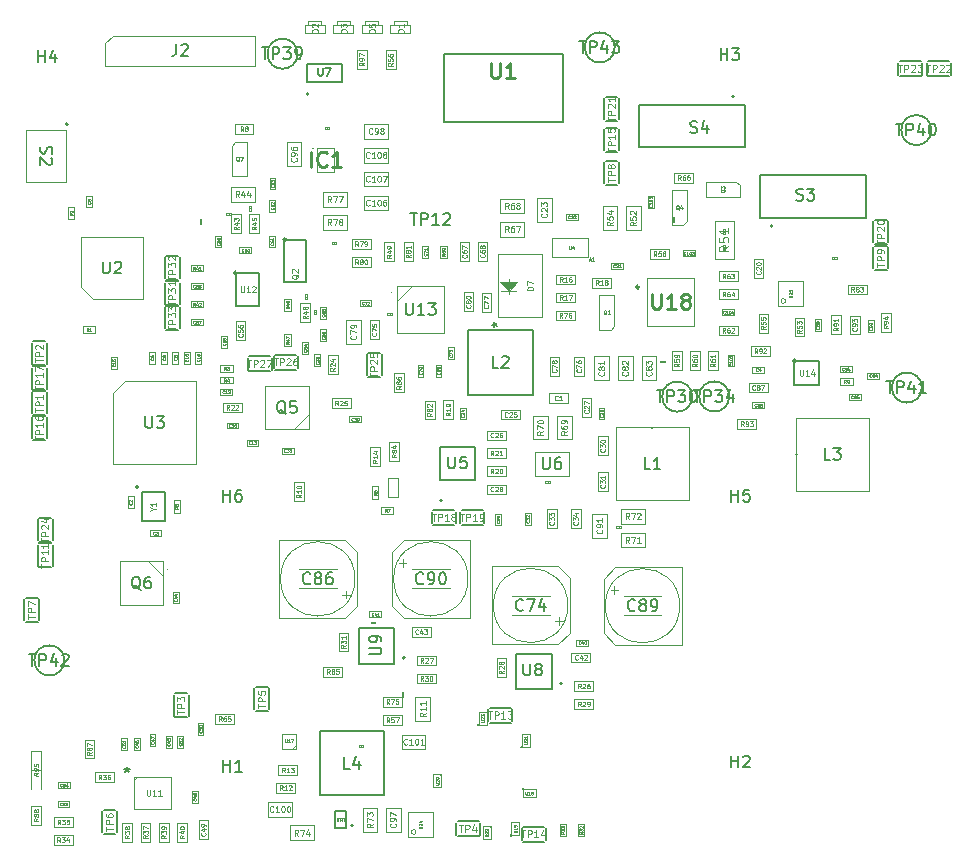
<source format=gbr>
%TF.GenerationSoftware,KiCad,Pcbnew,7.0.6-7.0.6~ubuntu22.04.1*%
%TF.CreationDate,2023-08-18T16:08:42-04:00*%
%TF.ProjectId,robot,726f626f-742e-46b6-9963-61645f706362,rev?*%
%TF.SameCoordinates,Original*%
%TF.FileFunction,AssemblyDrawing,Top*%
%FSLAX46Y46*%
G04 Gerber Fmt 4.6, Leading zero omitted, Abs format (unit mm)*
G04 Created by KiCad (PCBNEW 7.0.6-7.0.6~ubuntu22.04.1) date 2023-08-18 16:08:42*
%MOMM*%
%LPD*%
G01*
G04 APERTURE LIST*
%ADD10C,0.150000*%
%ADD11C,0.060000*%
%ADD12C,0.080000*%
%ADD13C,0.040000*%
%ADD14C,0.062500*%
%ADD15C,0.125000*%
%ADD16C,0.090000*%
%ADD17C,0.075000*%
%ADD18C,0.254000*%
%ADD19C,0.050000*%
%ADD20C,0.120200*%
%ADD21C,0.120000*%
%ADD22C,0.100000*%
%ADD23C,0.110000*%
%ADD24C,0.010000*%
%ADD25C,0.127000*%
%ADD26C,0.200000*%
%ADD27C,0.239605*%
%ADD28C,0.250000*%
%ADD29C,0.025400*%
G04 APERTURE END LIST*
D10*
X83032162Y-123040157D02*
X82936924Y-122992538D01*
X82936924Y-122992538D02*
X82841686Y-122897300D01*
X82841686Y-122897300D02*
X82698829Y-122754442D01*
X82698829Y-122754442D02*
X82603591Y-122706823D01*
X82603591Y-122706823D02*
X82508353Y-122706823D01*
X82555972Y-122944919D02*
X82460734Y-122897300D01*
X82460734Y-122897300D02*
X82365496Y-122802061D01*
X82365496Y-122802061D02*
X82317877Y-122611585D01*
X82317877Y-122611585D02*
X82317877Y-122278252D01*
X82317877Y-122278252D02*
X82365496Y-122087776D01*
X82365496Y-122087776D02*
X82460734Y-121992538D01*
X82460734Y-121992538D02*
X82555972Y-121944919D01*
X82555972Y-121944919D02*
X82746448Y-121944919D01*
X82746448Y-121944919D02*
X82841686Y-121992538D01*
X82841686Y-121992538D02*
X82936924Y-122087776D01*
X82936924Y-122087776D02*
X82984543Y-122278252D01*
X82984543Y-122278252D02*
X82984543Y-122611585D01*
X82984543Y-122611585D02*
X82936924Y-122802061D01*
X82936924Y-122802061D02*
X82841686Y-122897300D01*
X82841686Y-122897300D02*
X82746448Y-122944919D01*
X82746448Y-122944919D02*
X82555972Y-122944919D01*
X83889305Y-121944919D02*
X83413115Y-121944919D01*
X83413115Y-121944919D02*
X83365496Y-122421109D01*
X83365496Y-122421109D02*
X83413115Y-122373490D01*
X83413115Y-122373490D02*
X83508353Y-122325871D01*
X83508353Y-122325871D02*
X83746448Y-122325871D01*
X83746448Y-122325871D02*
X83841686Y-122373490D01*
X83841686Y-122373490D02*
X83889305Y-122421109D01*
X83889305Y-122421109D02*
X83936924Y-122516347D01*
X83936924Y-122516347D02*
X83936924Y-122754442D01*
X83936924Y-122754442D02*
X83889305Y-122849680D01*
X83889305Y-122849680D02*
X83841686Y-122897300D01*
X83841686Y-122897300D02*
X83746448Y-122944919D01*
X83746448Y-122944919D02*
X83508353Y-122944919D01*
X83508353Y-122944919D02*
X83413115Y-122897300D01*
X83413115Y-122897300D02*
X83365496Y-122849680D01*
X70722261Y-137900056D02*
X70627023Y-137852437D01*
X70627023Y-137852437D02*
X70531785Y-137757199D01*
X70531785Y-137757199D02*
X70388928Y-137614341D01*
X70388928Y-137614341D02*
X70293690Y-137566722D01*
X70293690Y-137566722D02*
X70198452Y-137566722D01*
X70246071Y-137804818D02*
X70150833Y-137757199D01*
X70150833Y-137757199D02*
X70055595Y-137661960D01*
X70055595Y-137661960D02*
X70007976Y-137471484D01*
X70007976Y-137471484D02*
X70007976Y-137138151D01*
X70007976Y-137138151D02*
X70055595Y-136947675D01*
X70055595Y-136947675D02*
X70150833Y-136852437D01*
X70150833Y-136852437D02*
X70246071Y-136804818D01*
X70246071Y-136804818D02*
X70436547Y-136804818D01*
X70436547Y-136804818D02*
X70531785Y-136852437D01*
X70531785Y-136852437D02*
X70627023Y-136947675D01*
X70627023Y-136947675D02*
X70674642Y-137138151D01*
X70674642Y-137138151D02*
X70674642Y-137471484D01*
X70674642Y-137471484D02*
X70627023Y-137661960D01*
X70627023Y-137661960D02*
X70531785Y-137757199D01*
X70531785Y-137757199D02*
X70436547Y-137804818D01*
X70436547Y-137804818D02*
X70246071Y-137804818D01*
X71531785Y-136804818D02*
X71341309Y-136804818D01*
X71341309Y-136804818D02*
X71246071Y-136852437D01*
X71246071Y-136852437D02*
X71198452Y-136900056D01*
X71198452Y-136900056D02*
X71103214Y-137042913D01*
X71103214Y-137042913D02*
X71055595Y-137233389D01*
X71055595Y-137233389D02*
X71055595Y-137614341D01*
X71055595Y-137614341D02*
X71103214Y-137709579D01*
X71103214Y-137709579D02*
X71150833Y-137757199D01*
X71150833Y-137757199D02*
X71246071Y-137804818D01*
X71246071Y-137804818D02*
X71436547Y-137804818D01*
X71436547Y-137804818D02*
X71531785Y-137757199D01*
X71531785Y-137757199D02*
X71579404Y-137709579D01*
X71579404Y-137709579D02*
X71627023Y-137614341D01*
X71627023Y-137614341D02*
X71627023Y-137376246D01*
X71627023Y-137376246D02*
X71579404Y-137281008D01*
X71579404Y-137281008D02*
X71531785Y-137233389D01*
X71531785Y-137233389D02*
X71436547Y-137185770D01*
X71436547Y-137185770D02*
X71246071Y-137185770D01*
X71246071Y-137185770D02*
X71150833Y-137233389D01*
X71150833Y-137233389D02*
X71103214Y-137281008D01*
X71103214Y-137281008D02*
X71055595Y-137376246D01*
X120738095Y-152954819D02*
X120738095Y-151954819D01*
X120738095Y-152431009D02*
X121309523Y-152431009D01*
X121309523Y-152954819D02*
X121309523Y-151954819D01*
X121738095Y-152050057D02*
X121785714Y-152002438D01*
X121785714Y-152002438D02*
X121880952Y-151954819D01*
X121880952Y-151954819D02*
X122119047Y-151954819D01*
X122119047Y-151954819D02*
X122214285Y-152002438D01*
X122214285Y-152002438D02*
X122261904Y-152050057D01*
X122261904Y-152050057D02*
X122309523Y-152145295D01*
X122309523Y-152145295D02*
X122309523Y-152240533D01*
X122309523Y-152240533D02*
X122261904Y-152383390D01*
X122261904Y-152383390D02*
X121690476Y-152954819D01*
X121690476Y-152954819D02*
X122309523Y-152954819D01*
D11*
X86741539Y-145037992D02*
X86608206Y-144847516D01*
X86512968Y-145037992D02*
X86512968Y-144637992D01*
X86512968Y-144637992D02*
X86665349Y-144637992D01*
X86665349Y-144637992D02*
X86703444Y-144657040D01*
X86703444Y-144657040D02*
X86722491Y-144676087D01*
X86722491Y-144676087D02*
X86741539Y-144714183D01*
X86741539Y-144714183D02*
X86741539Y-144771325D01*
X86741539Y-144771325D02*
X86722491Y-144809421D01*
X86722491Y-144809421D02*
X86703444Y-144828468D01*
X86703444Y-144828468D02*
X86665349Y-144847516D01*
X86665349Y-144847516D02*
X86512968Y-144847516D01*
X86970110Y-144809421D02*
X86932015Y-144790373D01*
X86932015Y-144790373D02*
X86912968Y-144771325D01*
X86912968Y-144771325D02*
X86893920Y-144733230D01*
X86893920Y-144733230D02*
X86893920Y-144714183D01*
X86893920Y-144714183D02*
X86912968Y-144676087D01*
X86912968Y-144676087D02*
X86932015Y-144657040D01*
X86932015Y-144657040D02*
X86970110Y-144637992D01*
X86970110Y-144637992D02*
X87046301Y-144637992D01*
X87046301Y-144637992D02*
X87084396Y-144657040D01*
X87084396Y-144657040D02*
X87103444Y-144676087D01*
X87103444Y-144676087D02*
X87122491Y-144714183D01*
X87122491Y-144714183D02*
X87122491Y-144733230D01*
X87122491Y-144733230D02*
X87103444Y-144771325D01*
X87103444Y-144771325D02*
X87084396Y-144790373D01*
X87084396Y-144790373D02*
X87046301Y-144809421D01*
X87046301Y-144809421D02*
X86970110Y-144809421D01*
X86970110Y-144809421D02*
X86932015Y-144828468D01*
X86932015Y-144828468D02*
X86912968Y-144847516D01*
X86912968Y-144847516D02*
X86893920Y-144885611D01*
X86893920Y-144885611D02*
X86893920Y-144961802D01*
X86893920Y-144961802D02*
X86912968Y-144999897D01*
X86912968Y-144999897D02*
X86932015Y-145018945D01*
X86932015Y-145018945D02*
X86970110Y-145037992D01*
X86970110Y-145037992D02*
X87046301Y-145037992D01*
X87046301Y-145037992D02*
X87084396Y-145018945D01*
X87084396Y-145018945D02*
X87103444Y-144999897D01*
X87103444Y-144999897D02*
X87122491Y-144961802D01*
X87122491Y-144961802D02*
X87122491Y-144885611D01*
X87122491Y-144885611D02*
X87103444Y-144847516D01*
X87103444Y-144847516D02*
X87084396Y-144828468D01*
X87084396Y-144828468D02*
X87046301Y-144809421D01*
X87484396Y-144637992D02*
X87293920Y-144637992D01*
X87293920Y-144637992D02*
X87274872Y-144828468D01*
X87274872Y-144828468D02*
X87293920Y-144809421D01*
X87293920Y-144809421D02*
X87332015Y-144790373D01*
X87332015Y-144790373D02*
X87427253Y-144790373D01*
X87427253Y-144790373D02*
X87465348Y-144809421D01*
X87465348Y-144809421D02*
X87484396Y-144828468D01*
X87484396Y-144828468D02*
X87503443Y-144866564D01*
X87503443Y-144866564D02*
X87503443Y-144961802D01*
X87503443Y-144961802D02*
X87484396Y-144999897D01*
X87484396Y-144999897D02*
X87465348Y-145018945D01*
X87465348Y-145018945D02*
X87427253Y-145037992D01*
X87427253Y-145037992D02*
X87332015Y-145037992D01*
X87332015Y-145037992D02*
X87293920Y-145018945D01*
X87293920Y-145018945D02*
X87274872Y-144999897D01*
D12*
X93290476Y-150979530D02*
X93266667Y-151003340D01*
X93266667Y-151003340D02*
X93195238Y-151027149D01*
X93195238Y-151027149D02*
X93147619Y-151027149D01*
X93147619Y-151027149D02*
X93076191Y-151003340D01*
X93076191Y-151003340D02*
X93028572Y-150955720D01*
X93028572Y-150955720D02*
X93004762Y-150908101D01*
X93004762Y-150908101D02*
X92980953Y-150812863D01*
X92980953Y-150812863D02*
X92980953Y-150741435D01*
X92980953Y-150741435D02*
X93004762Y-150646197D01*
X93004762Y-150646197D02*
X93028572Y-150598578D01*
X93028572Y-150598578D02*
X93076191Y-150550959D01*
X93076191Y-150550959D02*
X93147619Y-150527149D01*
X93147619Y-150527149D02*
X93195238Y-150527149D01*
X93195238Y-150527149D02*
X93266667Y-150550959D01*
X93266667Y-150550959D02*
X93290476Y-150574768D01*
X93766667Y-151027149D02*
X93480953Y-151027149D01*
X93623810Y-151027149D02*
X93623810Y-150527149D01*
X93623810Y-150527149D02*
X93576191Y-150598578D01*
X93576191Y-150598578D02*
X93528572Y-150646197D01*
X93528572Y-150646197D02*
X93480953Y-150670006D01*
X94076190Y-150527149D02*
X94123809Y-150527149D01*
X94123809Y-150527149D02*
X94171428Y-150550959D01*
X94171428Y-150550959D02*
X94195238Y-150574768D01*
X94195238Y-150574768D02*
X94219047Y-150622387D01*
X94219047Y-150622387D02*
X94242857Y-150717625D01*
X94242857Y-150717625D02*
X94242857Y-150836673D01*
X94242857Y-150836673D02*
X94219047Y-150931911D01*
X94219047Y-150931911D02*
X94195238Y-150979530D01*
X94195238Y-150979530D02*
X94171428Y-151003340D01*
X94171428Y-151003340D02*
X94123809Y-151027149D01*
X94123809Y-151027149D02*
X94076190Y-151027149D01*
X94076190Y-151027149D02*
X94028571Y-151003340D01*
X94028571Y-151003340D02*
X94004762Y-150979530D01*
X94004762Y-150979530D02*
X93980952Y-150931911D01*
X93980952Y-150931911D02*
X93957143Y-150836673D01*
X93957143Y-150836673D02*
X93957143Y-150717625D01*
X93957143Y-150717625D02*
X93980952Y-150622387D01*
X93980952Y-150622387D02*
X94004762Y-150574768D01*
X94004762Y-150574768D02*
X94028571Y-150550959D01*
X94028571Y-150550959D02*
X94076190Y-150527149D01*
X94719047Y-151027149D02*
X94433333Y-151027149D01*
X94576190Y-151027149D02*
X94576190Y-150527149D01*
X94576190Y-150527149D02*
X94528571Y-150598578D01*
X94528571Y-150598578D02*
X94480952Y-150646197D01*
X94480952Y-150646197D02*
X94433333Y-150670006D01*
D13*
X130456667Y-120418200D02*
X130370000Y-120294391D01*
X130308095Y-120418200D02*
X130308095Y-120158200D01*
X130308095Y-120158200D02*
X130407143Y-120158200D01*
X130407143Y-120158200D02*
X130431905Y-120170581D01*
X130431905Y-120170581D02*
X130444286Y-120182962D01*
X130444286Y-120182962D02*
X130456667Y-120207724D01*
X130456667Y-120207724D02*
X130456667Y-120244867D01*
X130456667Y-120244867D02*
X130444286Y-120269629D01*
X130444286Y-120269629D02*
X130431905Y-120282010D01*
X130431905Y-120282010D02*
X130407143Y-120294391D01*
X130407143Y-120294391D02*
X130308095Y-120294391D01*
X130580476Y-120418200D02*
X130630000Y-120418200D01*
X130630000Y-120418200D02*
X130654762Y-120405820D01*
X130654762Y-120405820D02*
X130667143Y-120393439D01*
X130667143Y-120393439D02*
X130691905Y-120356296D01*
X130691905Y-120356296D02*
X130704286Y-120306772D01*
X130704286Y-120306772D02*
X130704286Y-120207724D01*
X130704286Y-120207724D02*
X130691905Y-120182962D01*
X130691905Y-120182962D02*
X130679524Y-120170581D01*
X130679524Y-120170581D02*
X130654762Y-120158200D01*
X130654762Y-120158200D02*
X130605238Y-120158200D01*
X130605238Y-120158200D02*
X130580476Y-120170581D01*
X130580476Y-120170581D02*
X130568095Y-120182962D01*
X130568095Y-120182962D02*
X130555714Y-120207724D01*
X130555714Y-120207724D02*
X130555714Y-120269629D01*
X130555714Y-120269629D02*
X130568095Y-120294391D01*
X130568095Y-120294391D02*
X130580476Y-120306772D01*
X130580476Y-120306772D02*
X130605238Y-120319153D01*
X130605238Y-120319153D02*
X130654762Y-120319153D01*
X130654762Y-120319153D02*
X130679524Y-120306772D01*
X130679524Y-120306772D02*
X130691905Y-120294391D01*
X130691905Y-120294391D02*
X130704286Y-120269629D01*
D14*
X99562404Y-149109523D02*
X99764785Y-149109523D01*
X99764785Y-149109523D02*
X99788595Y-149097618D01*
X99788595Y-149097618D02*
X99800500Y-149085713D01*
X99800500Y-149085713D02*
X99812404Y-149061904D01*
X99812404Y-149061904D02*
X99812404Y-149014285D01*
X99812404Y-149014285D02*
X99800500Y-148990475D01*
X99800500Y-148990475D02*
X99788595Y-148978570D01*
X99788595Y-148978570D02*
X99764785Y-148966666D01*
X99764785Y-148966666D02*
X99562404Y-148966666D01*
X99586214Y-148859522D02*
X99574309Y-148847618D01*
X99574309Y-148847618D02*
X99562404Y-148823808D01*
X99562404Y-148823808D02*
X99562404Y-148764284D01*
X99562404Y-148764284D02*
X99574309Y-148740475D01*
X99574309Y-148740475D02*
X99586214Y-148728570D01*
X99586214Y-148728570D02*
X99610023Y-148716665D01*
X99610023Y-148716665D02*
X99633833Y-148716665D01*
X99633833Y-148716665D02*
X99669547Y-148728570D01*
X99669547Y-148728570D02*
X99812404Y-148871427D01*
X99812404Y-148871427D02*
X99812404Y-148716665D01*
X99562404Y-148633332D02*
X99562404Y-148478570D01*
X99562404Y-148478570D02*
X99657642Y-148561904D01*
X99657642Y-148561904D02*
X99657642Y-148526189D01*
X99657642Y-148526189D02*
X99669547Y-148502380D01*
X99669547Y-148502380D02*
X99681452Y-148490475D01*
X99681452Y-148490475D02*
X99705261Y-148478570D01*
X99705261Y-148478570D02*
X99764785Y-148478570D01*
X99764785Y-148478570D02*
X99788595Y-148490475D01*
X99788595Y-148490475D02*
X99800500Y-148502380D01*
X99800500Y-148502380D02*
X99812404Y-148526189D01*
X99812404Y-148526189D02*
X99812404Y-148597618D01*
X99812404Y-148597618D02*
X99800500Y-148621427D01*
X99800500Y-148621427D02*
X99788595Y-148633332D01*
X99212404Y-149349999D02*
X99271928Y-149349999D01*
X99248119Y-149409523D02*
X99271928Y-149349999D01*
X99271928Y-149349999D02*
X99248119Y-149290476D01*
X99319547Y-149385714D02*
X99271928Y-149349999D01*
X99271928Y-149349999D02*
X99319547Y-149314285D01*
D15*
X88168143Y-90742047D02*
X87668143Y-90742047D01*
X87668143Y-90742047D02*
X87668143Y-90622999D01*
X87668143Y-90622999D02*
X87691953Y-90551571D01*
X87691953Y-90551571D02*
X87739572Y-90503952D01*
X87739572Y-90503952D02*
X87787191Y-90480142D01*
X87787191Y-90480142D02*
X87882429Y-90456333D01*
X87882429Y-90456333D02*
X87953857Y-90456333D01*
X87953857Y-90456333D02*
X88049095Y-90480142D01*
X88049095Y-90480142D02*
X88096714Y-90503952D01*
X88096714Y-90503952D02*
X88144334Y-90551571D01*
X88144334Y-90551571D02*
X88168143Y-90622999D01*
X88168143Y-90622999D02*
X88168143Y-90742047D01*
X87668143Y-90289666D02*
X87668143Y-89980142D01*
X87668143Y-89980142D02*
X87858619Y-90146809D01*
X87858619Y-90146809D02*
X87858619Y-90075380D01*
X87858619Y-90075380D02*
X87882429Y-90027761D01*
X87882429Y-90027761D02*
X87906238Y-90003952D01*
X87906238Y-90003952D02*
X87953857Y-89980142D01*
X87953857Y-89980142D02*
X88072905Y-89980142D01*
X88072905Y-89980142D02*
X88120524Y-90003952D01*
X88120524Y-90003952D02*
X88144334Y-90027761D01*
X88144334Y-90027761D02*
X88168143Y-90075380D01*
X88168143Y-90075380D02*
X88168143Y-90218237D01*
X88168143Y-90218237D02*
X88144334Y-90265856D01*
X88144334Y-90265856D02*
X88120524Y-90289666D01*
D16*
X73822891Y-148457143D02*
X73822891Y-148114286D01*
X74422891Y-148285714D02*
X73822891Y-148285714D01*
X74422891Y-147914285D02*
X73822891Y-147914285D01*
X73822891Y-147914285D02*
X73822891Y-147685714D01*
X73822891Y-147685714D02*
X73851462Y-147628571D01*
X73851462Y-147628571D02*
X73880034Y-147600000D01*
X73880034Y-147600000D02*
X73937177Y-147571428D01*
X73937177Y-147571428D02*
X74022891Y-147571428D01*
X74022891Y-147571428D02*
X74080034Y-147600000D01*
X74080034Y-147600000D02*
X74108605Y-147628571D01*
X74108605Y-147628571D02*
X74137177Y-147685714D01*
X74137177Y-147685714D02*
X74137177Y-147914285D01*
X73822891Y-147371428D02*
X73822891Y-147000000D01*
X73822891Y-147000000D02*
X74051462Y-147200000D01*
X74051462Y-147200000D02*
X74051462Y-147114285D01*
X74051462Y-147114285D02*
X74080034Y-147057143D01*
X74080034Y-147057143D02*
X74108605Y-147028571D01*
X74108605Y-147028571D02*
X74165748Y-147000000D01*
X74165748Y-147000000D02*
X74308605Y-147000000D01*
X74308605Y-147000000D02*
X74365748Y-147028571D01*
X74365748Y-147028571D02*
X74394320Y-147057143D01*
X74394320Y-147057143D02*
X74422891Y-147114285D01*
X74422891Y-147114285D02*
X74422891Y-147285714D01*
X74422891Y-147285714D02*
X74394320Y-147342857D01*
X74394320Y-147342857D02*
X74365748Y-147371428D01*
X133072891Y-110557143D02*
X133072891Y-110214286D01*
X133672891Y-110385714D02*
X133072891Y-110385714D01*
X133672891Y-110014285D02*
X133072891Y-110014285D01*
X133072891Y-110014285D02*
X133072891Y-109785714D01*
X133072891Y-109785714D02*
X133101462Y-109728571D01*
X133101462Y-109728571D02*
X133130034Y-109700000D01*
X133130034Y-109700000D02*
X133187177Y-109671428D01*
X133187177Y-109671428D02*
X133272891Y-109671428D01*
X133272891Y-109671428D02*
X133330034Y-109700000D01*
X133330034Y-109700000D02*
X133358605Y-109728571D01*
X133358605Y-109728571D02*
X133387177Y-109785714D01*
X133387177Y-109785714D02*
X133387177Y-110014285D01*
X133672891Y-109385714D02*
X133672891Y-109271428D01*
X133672891Y-109271428D02*
X133644320Y-109214285D01*
X133644320Y-109214285D02*
X133615748Y-109185714D01*
X133615748Y-109185714D02*
X133530034Y-109128571D01*
X133530034Y-109128571D02*
X133415748Y-109100000D01*
X133415748Y-109100000D02*
X133187177Y-109100000D01*
X133187177Y-109100000D02*
X133130034Y-109128571D01*
X133130034Y-109128571D02*
X133101462Y-109157143D01*
X133101462Y-109157143D02*
X133072891Y-109214285D01*
X133072891Y-109214285D02*
X133072891Y-109328571D01*
X133072891Y-109328571D02*
X133101462Y-109385714D01*
X133101462Y-109385714D02*
X133130034Y-109414285D01*
X133130034Y-109414285D02*
X133187177Y-109442857D01*
X133187177Y-109442857D02*
X133330034Y-109442857D01*
X133330034Y-109442857D02*
X133387177Y-109414285D01*
X133387177Y-109414285D02*
X133415748Y-109385714D01*
X133415748Y-109385714D02*
X133444320Y-109328571D01*
X133444320Y-109328571D02*
X133444320Y-109214285D01*
X133444320Y-109214285D02*
X133415748Y-109157143D01*
X133415748Y-109157143D02*
X133387177Y-109128571D01*
X133387177Y-109128571D02*
X133330034Y-109100000D01*
X90162891Y-119902857D02*
X90162891Y-119560000D01*
X90762891Y-119731428D02*
X90162891Y-119731428D01*
X90762891Y-119359999D02*
X90162891Y-119359999D01*
X90162891Y-119359999D02*
X90162891Y-119131428D01*
X90162891Y-119131428D02*
X90191462Y-119074285D01*
X90191462Y-119074285D02*
X90220034Y-119045714D01*
X90220034Y-119045714D02*
X90277177Y-119017142D01*
X90277177Y-119017142D02*
X90362891Y-119017142D01*
X90362891Y-119017142D02*
X90420034Y-119045714D01*
X90420034Y-119045714D02*
X90448605Y-119074285D01*
X90448605Y-119074285D02*
X90477177Y-119131428D01*
X90477177Y-119131428D02*
X90477177Y-119359999D01*
X90220034Y-118788571D02*
X90191462Y-118759999D01*
X90191462Y-118759999D02*
X90162891Y-118702857D01*
X90162891Y-118702857D02*
X90162891Y-118559999D01*
X90162891Y-118559999D02*
X90191462Y-118502857D01*
X90191462Y-118502857D02*
X90220034Y-118474285D01*
X90220034Y-118474285D02*
X90277177Y-118445714D01*
X90277177Y-118445714D02*
X90334320Y-118445714D01*
X90334320Y-118445714D02*
X90420034Y-118474285D01*
X90420034Y-118474285D02*
X90762891Y-118817142D01*
X90762891Y-118817142D02*
X90762891Y-118445714D01*
X90162891Y-117902856D02*
X90162891Y-118188570D01*
X90162891Y-118188570D02*
X90448605Y-118217142D01*
X90448605Y-118217142D02*
X90420034Y-118188570D01*
X90420034Y-118188570D02*
X90391462Y-118131428D01*
X90391462Y-118131428D02*
X90391462Y-117988570D01*
X90391462Y-117988570D02*
X90420034Y-117931428D01*
X90420034Y-117931428D02*
X90448605Y-117902856D01*
X90448605Y-117902856D02*
X90505748Y-117874285D01*
X90505748Y-117874285D02*
X90648605Y-117874285D01*
X90648605Y-117874285D02*
X90705748Y-117902856D01*
X90705748Y-117902856D02*
X90734320Y-117931428D01*
X90734320Y-117931428D02*
X90762891Y-117988570D01*
X90762891Y-117988570D02*
X90762891Y-118131428D01*
X90762891Y-118131428D02*
X90734320Y-118188570D01*
X90734320Y-118188570D02*
X90705748Y-118217142D01*
X61822891Y-125242857D02*
X61822891Y-124900000D01*
X62422891Y-125071428D02*
X61822891Y-125071428D01*
X62422891Y-124699999D02*
X61822891Y-124699999D01*
X61822891Y-124699999D02*
X61822891Y-124471428D01*
X61822891Y-124471428D02*
X61851462Y-124414285D01*
X61851462Y-124414285D02*
X61880034Y-124385714D01*
X61880034Y-124385714D02*
X61937177Y-124357142D01*
X61937177Y-124357142D02*
X62022891Y-124357142D01*
X62022891Y-124357142D02*
X62080034Y-124385714D01*
X62080034Y-124385714D02*
X62108605Y-124414285D01*
X62108605Y-124414285D02*
X62137177Y-124471428D01*
X62137177Y-124471428D02*
X62137177Y-124699999D01*
X62422891Y-123785714D02*
X62422891Y-124128571D01*
X62422891Y-123957142D02*
X61822891Y-123957142D01*
X61822891Y-123957142D02*
X61908605Y-124014285D01*
X61908605Y-124014285D02*
X61965748Y-124071428D01*
X61965748Y-124071428D02*
X61994320Y-124128571D01*
X61822891Y-123271428D02*
X61822891Y-123385713D01*
X61822891Y-123385713D02*
X61851462Y-123442856D01*
X61851462Y-123442856D02*
X61880034Y-123471428D01*
X61880034Y-123471428D02*
X61965748Y-123528570D01*
X61965748Y-123528570D02*
X62080034Y-123557142D01*
X62080034Y-123557142D02*
X62308605Y-123557142D01*
X62308605Y-123557142D02*
X62365748Y-123528570D01*
X62365748Y-123528570D02*
X62394320Y-123499999D01*
X62394320Y-123499999D02*
X62422891Y-123442856D01*
X62422891Y-123442856D02*
X62422891Y-123328570D01*
X62422891Y-123328570D02*
X62394320Y-123271428D01*
X62394320Y-123271428D02*
X62365748Y-123242856D01*
X62365748Y-123242856D02*
X62308605Y-123214285D01*
X62308605Y-123214285D02*
X62165748Y-123214285D01*
X62165748Y-123214285D02*
X62108605Y-123242856D01*
X62108605Y-123242856D02*
X62080034Y-123271428D01*
X62080034Y-123271428D02*
X62051462Y-123328570D01*
X62051462Y-123328570D02*
X62051462Y-123442856D01*
X62051462Y-123442856D02*
X62080034Y-123499999D01*
X62080034Y-123499999D02*
X62108605Y-123528570D01*
X62108605Y-123528570D02*
X62165748Y-123557142D01*
D11*
X88093057Y-142598671D02*
X87902581Y-142732004D01*
X88093057Y-142827242D02*
X87693057Y-142827242D01*
X87693057Y-142827242D02*
X87693057Y-142674861D01*
X87693057Y-142674861D02*
X87712105Y-142636766D01*
X87712105Y-142636766D02*
X87731152Y-142617719D01*
X87731152Y-142617719D02*
X87769248Y-142598671D01*
X87769248Y-142598671D02*
X87826390Y-142598671D01*
X87826390Y-142598671D02*
X87864486Y-142617719D01*
X87864486Y-142617719D02*
X87883533Y-142636766D01*
X87883533Y-142636766D02*
X87902581Y-142674861D01*
X87902581Y-142674861D02*
X87902581Y-142827242D01*
X87693057Y-142465338D02*
X87693057Y-142217719D01*
X87693057Y-142217719D02*
X87845438Y-142351052D01*
X87845438Y-142351052D02*
X87845438Y-142293909D01*
X87845438Y-142293909D02*
X87864486Y-142255814D01*
X87864486Y-142255814D02*
X87883533Y-142236766D01*
X87883533Y-142236766D02*
X87921629Y-142217719D01*
X87921629Y-142217719D02*
X88016867Y-142217719D01*
X88016867Y-142217719D02*
X88054962Y-142236766D01*
X88054962Y-142236766D02*
X88074010Y-142255814D01*
X88074010Y-142255814D02*
X88093057Y-142293909D01*
X88093057Y-142293909D02*
X88093057Y-142408195D01*
X88093057Y-142408195D02*
X88074010Y-142446290D01*
X88074010Y-142446290D02*
X88054962Y-142465338D01*
X88093057Y-141836767D02*
X88093057Y-142065338D01*
X88093057Y-141951052D02*
X87693057Y-141951052D01*
X87693057Y-141951052D02*
X87750200Y-141989148D01*
X87750200Y-141989148D02*
X87788295Y-142027243D01*
X87788295Y-142027243D02*
X87807343Y-142065338D01*
X105913032Y-119269942D02*
X105932080Y-119288990D01*
X105932080Y-119288990D02*
X105951127Y-119346132D01*
X105951127Y-119346132D02*
X105951127Y-119384228D01*
X105951127Y-119384228D02*
X105932080Y-119441371D01*
X105932080Y-119441371D02*
X105893984Y-119479466D01*
X105893984Y-119479466D02*
X105855889Y-119498513D01*
X105855889Y-119498513D02*
X105779699Y-119517561D01*
X105779699Y-119517561D02*
X105722556Y-119517561D01*
X105722556Y-119517561D02*
X105646365Y-119498513D01*
X105646365Y-119498513D02*
X105608270Y-119479466D01*
X105608270Y-119479466D02*
X105570175Y-119441371D01*
X105570175Y-119441371D02*
X105551127Y-119384228D01*
X105551127Y-119384228D02*
X105551127Y-119346132D01*
X105551127Y-119346132D02*
X105570175Y-119288990D01*
X105570175Y-119288990D02*
X105589222Y-119269942D01*
X105551127Y-119136609D02*
X105551127Y-118869942D01*
X105551127Y-118869942D02*
X105951127Y-119041371D01*
X105722556Y-118660419D02*
X105703508Y-118698514D01*
X105703508Y-118698514D02*
X105684460Y-118717561D01*
X105684460Y-118717561D02*
X105646365Y-118736609D01*
X105646365Y-118736609D02*
X105627318Y-118736609D01*
X105627318Y-118736609D02*
X105589222Y-118717561D01*
X105589222Y-118717561D02*
X105570175Y-118698514D01*
X105570175Y-118698514D02*
X105551127Y-118660419D01*
X105551127Y-118660419D02*
X105551127Y-118584228D01*
X105551127Y-118584228D02*
X105570175Y-118546133D01*
X105570175Y-118546133D02*
X105589222Y-118527085D01*
X105589222Y-118527085D02*
X105627318Y-118508038D01*
X105627318Y-118508038D02*
X105646365Y-118508038D01*
X105646365Y-118508038D02*
X105684460Y-118527085D01*
X105684460Y-118527085D02*
X105703508Y-118546133D01*
X105703508Y-118546133D02*
X105722556Y-118584228D01*
X105722556Y-118584228D02*
X105722556Y-118660419D01*
X105722556Y-118660419D02*
X105741603Y-118698514D01*
X105741603Y-118698514D02*
X105760651Y-118717561D01*
X105760651Y-118717561D02*
X105798746Y-118736609D01*
X105798746Y-118736609D02*
X105874937Y-118736609D01*
X105874937Y-118736609D02*
X105913032Y-118717561D01*
X105913032Y-118717561D02*
X105932080Y-118698514D01*
X105932080Y-118698514D02*
X105951127Y-118660419D01*
X105951127Y-118660419D02*
X105951127Y-118584228D01*
X105951127Y-118584228D02*
X105932080Y-118546133D01*
X105932080Y-118546133D02*
X105913032Y-118527085D01*
X105913032Y-118527085D02*
X105874937Y-118508038D01*
X105874937Y-118508038D02*
X105798746Y-118508038D01*
X105798746Y-118508038D02*
X105760651Y-118527085D01*
X105760651Y-118527085D02*
X105741603Y-118546133D01*
X105741603Y-118546133D02*
X105722556Y-118584228D01*
X107719724Y-132180011D02*
X107738772Y-132199059D01*
X107738772Y-132199059D02*
X107757819Y-132256201D01*
X107757819Y-132256201D02*
X107757819Y-132294297D01*
X107757819Y-132294297D02*
X107738772Y-132351440D01*
X107738772Y-132351440D02*
X107700676Y-132389535D01*
X107700676Y-132389535D02*
X107662581Y-132408582D01*
X107662581Y-132408582D02*
X107586391Y-132427630D01*
X107586391Y-132427630D02*
X107529248Y-132427630D01*
X107529248Y-132427630D02*
X107453057Y-132408582D01*
X107453057Y-132408582D02*
X107414962Y-132389535D01*
X107414962Y-132389535D02*
X107376867Y-132351440D01*
X107376867Y-132351440D02*
X107357819Y-132294297D01*
X107357819Y-132294297D02*
X107357819Y-132256201D01*
X107357819Y-132256201D02*
X107376867Y-132199059D01*
X107376867Y-132199059D02*
X107395914Y-132180011D01*
X107357819Y-132046678D02*
X107357819Y-131799059D01*
X107357819Y-131799059D02*
X107510200Y-131932392D01*
X107510200Y-131932392D02*
X107510200Y-131875249D01*
X107510200Y-131875249D02*
X107529248Y-131837154D01*
X107529248Y-131837154D02*
X107548295Y-131818106D01*
X107548295Y-131818106D02*
X107586391Y-131799059D01*
X107586391Y-131799059D02*
X107681629Y-131799059D01*
X107681629Y-131799059D02*
X107719724Y-131818106D01*
X107719724Y-131818106D02*
X107738772Y-131837154D01*
X107738772Y-131837154D02*
X107757819Y-131875249D01*
X107757819Y-131875249D02*
X107757819Y-131989535D01*
X107757819Y-131989535D02*
X107738772Y-132027630D01*
X107738772Y-132027630D02*
X107719724Y-132046678D01*
X107491152Y-131456202D02*
X107757819Y-131456202D01*
X107338772Y-131551440D02*
X107624486Y-131646678D01*
X107624486Y-131646678D02*
X107624486Y-131399059D01*
D13*
X74733365Y-118430614D02*
X74745270Y-118442518D01*
X74745270Y-118442518D02*
X74757174Y-118478233D01*
X74757174Y-118478233D02*
X74757174Y-118502042D01*
X74757174Y-118502042D02*
X74745270Y-118537756D01*
X74745270Y-118537756D02*
X74721460Y-118561566D01*
X74721460Y-118561566D02*
X74697650Y-118573471D01*
X74697650Y-118573471D02*
X74650031Y-118585375D01*
X74650031Y-118585375D02*
X74614317Y-118585375D01*
X74614317Y-118585375D02*
X74566698Y-118573471D01*
X74566698Y-118573471D02*
X74542889Y-118561566D01*
X74542889Y-118561566D02*
X74519079Y-118537756D01*
X74519079Y-118537756D02*
X74507174Y-118502042D01*
X74507174Y-118502042D02*
X74507174Y-118478233D01*
X74507174Y-118478233D02*
X74519079Y-118442518D01*
X74519079Y-118442518D02*
X74530984Y-118430614D01*
X74757174Y-118192518D02*
X74757174Y-118335375D01*
X74757174Y-118263947D02*
X74507174Y-118263947D01*
X74507174Y-118263947D02*
X74542889Y-118287756D01*
X74542889Y-118287756D02*
X74566698Y-118311566D01*
X74566698Y-118311566D02*
X74578603Y-118335375D01*
X74507174Y-118037757D02*
X74507174Y-118013947D01*
X74507174Y-118013947D02*
X74519079Y-117990138D01*
X74519079Y-117990138D02*
X74530984Y-117978233D01*
X74530984Y-117978233D02*
X74554793Y-117966328D01*
X74554793Y-117966328D02*
X74602412Y-117954423D01*
X74602412Y-117954423D02*
X74661936Y-117954423D01*
X74661936Y-117954423D02*
X74709555Y-117966328D01*
X74709555Y-117966328D02*
X74733365Y-117978233D01*
X74733365Y-117978233D02*
X74745270Y-117990138D01*
X74745270Y-117990138D02*
X74757174Y-118013947D01*
X74757174Y-118013947D02*
X74757174Y-118037757D01*
X74757174Y-118037757D02*
X74745270Y-118061566D01*
X74745270Y-118061566D02*
X74733365Y-118073471D01*
X74733365Y-118073471D02*
X74709555Y-118085376D01*
X74709555Y-118085376D02*
X74661936Y-118097280D01*
X74661936Y-118097280D02*
X74602412Y-118097280D01*
X74602412Y-118097280D02*
X74554793Y-118085376D01*
X74554793Y-118085376D02*
X74530984Y-118073471D01*
X74530984Y-118073471D02*
X74519079Y-118061566D01*
X74519079Y-118061566D02*
X74507174Y-118037757D01*
D14*
X99912404Y-158809523D02*
X100114785Y-158809523D01*
X100114785Y-158809523D02*
X100138595Y-158797618D01*
X100138595Y-158797618D02*
X100150500Y-158785713D01*
X100150500Y-158785713D02*
X100162404Y-158761904D01*
X100162404Y-158761904D02*
X100162404Y-158714285D01*
X100162404Y-158714285D02*
X100150500Y-158690475D01*
X100150500Y-158690475D02*
X100138595Y-158678570D01*
X100138595Y-158678570D02*
X100114785Y-158666666D01*
X100114785Y-158666666D02*
X99912404Y-158666666D01*
X99936214Y-158559522D02*
X99924309Y-158547618D01*
X99924309Y-158547618D02*
X99912404Y-158523808D01*
X99912404Y-158523808D02*
X99912404Y-158464284D01*
X99912404Y-158464284D02*
X99924309Y-158440475D01*
X99924309Y-158440475D02*
X99936214Y-158428570D01*
X99936214Y-158428570D02*
X99960023Y-158416665D01*
X99960023Y-158416665D02*
X99983833Y-158416665D01*
X99983833Y-158416665D02*
X100019547Y-158428570D01*
X100019547Y-158428570D02*
X100162404Y-158571427D01*
X100162404Y-158571427D02*
X100162404Y-158416665D01*
X99936214Y-158321427D02*
X99924309Y-158309523D01*
X99924309Y-158309523D02*
X99912404Y-158285713D01*
X99912404Y-158285713D02*
X99912404Y-158226189D01*
X99912404Y-158226189D02*
X99924309Y-158202380D01*
X99924309Y-158202380D02*
X99936214Y-158190475D01*
X99936214Y-158190475D02*
X99960023Y-158178570D01*
X99960023Y-158178570D02*
X99983833Y-158178570D01*
X99983833Y-158178570D02*
X100019547Y-158190475D01*
X100019547Y-158190475D02*
X100162404Y-158333332D01*
X100162404Y-158333332D02*
X100162404Y-158178570D01*
X100262404Y-157949999D02*
X100321928Y-157949999D01*
X100298119Y-158009523D02*
X100321928Y-157949999D01*
X100321928Y-157949999D02*
X100298119Y-157890476D01*
X100369547Y-157985714D02*
X100321928Y-157949999D01*
X100321928Y-157949999D02*
X100369547Y-157914285D01*
D11*
X89142857Y-108831927D02*
X89009524Y-108641451D01*
X88914286Y-108831927D02*
X88914286Y-108431927D01*
X88914286Y-108431927D02*
X89066667Y-108431927D01*
X89066667Y-108431927D02*
X89104762Y-108450975D01*
X89104762Y-108450975D02*
X89123809Y-108470022D01*
X89123809Y-108470022D02*
X89142857Y-108508118D01*
X89142857Y-108508118D02*
X89142857Y-108565260D01*
X89142857Y-108565260D02*
X89123809Y-108603356D01*
X89123809Y-108603356D02*
X89104762Y-108622403D01*
X89104762Y-108622403D02*
X89066667Y-108641451D01*
X89066667Y-108641451D02*
X88914286Y-108641451D01*
X89276190Y-108431927D02*
X89542857Y-108431927D01*
X89542857Y-108431927D02*
X89371428Y-108831927D01*
X89714285Y-108831927D02*
X89790476Y-108831927D01*
X89790476Y-108831927D02*
X89828571Y-108812880D01*
X89828571Y-108812880D02*
X89847619Y-108793832D01*
X89847619Y-108793832D02*
X89885714Y-108736689D01*
X89885714Y-108736689D02*
X89904761Y-108660499D01*
X89904761Y-108660499D02*
X89904761Y-108508118D01*
X89904761Y-108508118D02*
X89885714Y-108470022D01*
X89885714Y-108470022D02*
X89866666Y-108450975D01*
X89866666Y-108450975D02*
X89828571Y-108431927D01*
X89828571Y-108431927D02*
X89752380Y-108431927D01*
X89752380Y-108431927D02*
X89714285Y-108450975D01*
X89714285Y-108450975D02*
X89695238Y-108470022D01*
X89695238Y-108470022D02*
X89676190Y-108508118D01*
X89676190Y-108508118D02*
X89676190Y-108603356D01*
X89676190Y-108603356D02*
X89695238Y-108641451D01*
X89695238Y-108641451D02*
X89714285Y-108660499D01*
X89714285Y-108660499D02*
X89752380Y-108679546D01*
X89752380Y-108679546D02*
X89828571Y-108679546D01*
X89828571Y-108679546D02*
X89866666Y-108660499D01*
X89866666Y-108660499D02*
X89885714Y-108641451D01*
X89885714Y-108641451D02*
X89904761Y-108603356D01*
D17*
X108702921Y-109988040D02*
X108845779Y-109988040D01*
X108674350Y-110073754D02*
X108774350Y-109773754D01*
X108774350Y-109773754D02*
X108874350Y-110073754D01*
X109131493Y-110073754D02*
X108960064Y-110073754D01*
X109045779Y-110073754D02*
X109045779Y-109773754D01*
X109045779Y-109773754D02*
X109017207Y-109816611D01*
X109017207Y-109816611D02*
X108988636Y-109845183D01*
X108988636Y-109845183D02*
X108960064Y-109859469D01*
X106966635Y-108807754D02*
X106966635Y-109050611D01*
X106966635Y-109050611D02*
X106980921Y-109079183D01*
X106980921Y-109079183D02*
X106995207Y-109093469D01*
X106995207Y-109093469D02*
X107023778Y-109107754D01*
X107023778Y-109107754D02*
X107080921Y-109107754D01*
X107080921Y-109107754D02*
X107109492Y-109093469D01*
X107109492Y-109093469D02*
X107123778Y-109079183D01*
X107123778Y-109079183D02*
X107138064Y-109050611D01*
X107138064Y-109050611D02*
X107138064Y-108807754D01*
X107409493Y-108907754D02*
X107409493Y-109107754D01*
X107338064Y-108793469D02*
X107266635Y-109007754D01*
X107266635Y-109007754D02*
X107452350Y-109007754D01*
D13*
X81948765Y-108587414D02*
X81960670Y-108599318D01*
X81960670Y-108599318D02*
X81972574Y-108635033D01*
X81972574Y-108635033D02*
X81972574Y-108658842D01*
X81972574Y-108658842D02*
X81960670Y-108694556D01*
X81960670Y-108694556D02*
X81936860Y-108718366D01*
X81936860Y-108718366D02*
X81913050Y-108730271D01*
X81913050Y-108730271D02*
X81865431Y-108742175D01*
X81865431Y-108742175D02*
X81829717Y-108742175D01*
X81829717Y-108742175D02*
X81782098Y-108730271D01*
X81782098Y-108730271D02*
X81758289Y-108718366D01*
X81758289Y-108718366D02*
X81734479Y-108694556D01*
X81734479Y-108694556D02*
X81722574Y-108658842D01*
X81722574Y-108658842D02*
X81722574Y-108635033D01*
X81722574Y-108635033D02*
X81734479Y-108599318D01*
X81734479Y-108599318D02*
X81746384Y-108587414D01*
X81722574Y-108373128D02*
X81722574Y-108420747D01*
X81722574Y-108420747D02*
X81734479Y-108444556D01*
X81734479Y-108444556D02*
X81746384Y-108456461D01*
X81746384Y-108456461D02*
X81782098Y-108480271D01*
X81782098Y-108480271D02*
X81829717Y-108492175D01*
X81829717Y-108492175D02*
X81924955Y-108492175D01*
X81924955Y-108492175D02*
X81948765Y-108480271D01*
X81948765Y-108480271D02*
X81960670Y-108468366D01*
X81960670Y-108468366D02*
X81972574Y-108444556D01*
X81972574Y-108444556D02*
X81972574Y-108396937D01*
X81972574Y-108396937D02*
X81960670Y-108373128D01*
X81960670Y-108373128D02*
X81948765Y-108361223D01*
X81948765Y-108361223D02*
X81924955Y-108349318D01*
X81924955Y-108349318D02*
X81865431Y-108349318D01*
X81865431Y-108349318D02*
X81841622Y-108361223D01*
X81841622Y-108361223D02*
X81829717Y-108373128D01*
X81829717Y-108373128D02*
X81817812Y-108396937D01*
X81817812Y-108396937D02*
X81817812Y-108444556D01*
X81817812Y-108444556D02*
X81829717Y-108468366D01*
X81829717Y-108468366D02*
X81841622Y-108480271D01*
X81841622Y-108480271D02*
X81865431Y-108492175D01*
X81972574Y-108111223D02*
X81972574Y-108254080D01*
X81972574Y-108182652D02*
X81722574Y-108182652D01*
X81722574Y-108182652D02*
X81758289Y-108206461D01*
X81758289Y-108206461D02*
X81782098Y-108230271D01*
X81782098Y-108230271D02*
X81794003Y-108254080D01*
D10*
X85772380Y-93768276D02*
X85772380Y-94286371D01*
X85772380Y-94286371D02*
X85802857Y-94347323D01*
X85802857Y-94347323D02*
X85833333Y-94377800D01*
X85833333Y-94377800D02*
X85894285Y-94408276D01*
X85894285Y-94408276D02*
X86016190Y-94408276D01*
X86016190Y-94408276D02*
X86077142Y-94377800D01*
X86077142Y-94377800D02*
X86107619Y-94347323D01*
X86107619Y-94347323D02*
X86138095Y-94286371D01*
X86138095Y-94286371D02*
X86138095Y-93768276D01*
X86381904Y-93768276D02*
X86808571Y-93768276D01*
X86808571Y-93768276D02*
X86534285Y-94408276D01*
X104781987Y-126711650D02*
X104781987Y-127521173D01*
X104781987Y-127521173D02*
X104829606Y-127616411D01*
X104829606Y-127616411D02*
X104877225Y-127664031D01*
X104877225Y-127664031D02*
X104972463Y-127711650D01*
X104972463Y-127711650D02*
X105162939Y-127711650D01*
X105162939Y-127711650D02*
X105258177Y-127664031D01*
X105258177Y-127664031D02*
X105305796Y-127616411D01*
X105305796Y-127616411D02*
X105353415Y-127521173D01*
X105353415Y-127521173D02*
X105353415Y-126711650D01*
X106258177Y-126711650D02*
X106067701Y-126711650D01*
X106067701Y-126711650D02*
X105972463Y-126759269D01*
X105972463Y-126759269D02*
X105924844Y-126806888D01*
X105924844Y-126806888D02*
X105829606Y-126949745D01*
X105829606Y-126949745D02*
X105781987Y-127140221D01*
X105781987Y-127140221D02*
X105781987Y-127521173D01*
X105781987Y-127521173D02*
X105829606Y-127616411D01*
X105829606Y-127616411D02*
X105877225Y-127664031D01*
X105877225Y-127664031D02*
X105972463Y-127711650D01*
X105972463Y-127711650D02*
X106162939Y-127711650D01*
X106162939Y-127711650D02*
X106258177Y-127664031D01*
X106258177Y-127664031D02*
X106305796Y-127616411D01*
X106305796Y-127616411D02*
X106353415Y-127521173D01*
X106353415Y-127521173D02*
X106353415Y-127283078D01*
X106353415Y-127283078D02*
X106305796Y-127187840D01*
X106305796Y-127187840D02*
X106258177Y-127140221D01*
X106258177Y-127140221D02*
X106162939Y-127092602D01*
X106162939Y-127092602D02*
X105972463Y-127092602D01*
X105972463Y-127092602D02*
X105877225Y-127140221D01*
X105877225Y-127140221D02*
X105829606Y-127187840D01*
X105829606Y-127187840D02*
X105781987Y-127283078D01*
D11*
X120229749Y-116140758D02*
X120096416Y-115950282D01*
X120001178Y-116140758D02*
X120001178Y-115740758D01*
X120001178Y-115740758D02*
X120153559Y-115740758D01*
X120153559Y-115740758D02*
X120191654Y-115759806D01*
X120191654Y-115759806D02*
X120210701Y-115778853D01*
X120210701Y-115778853D02*
X120229749Y-115816949D01*
X120229749Y-115816949D02*
X120229749Y-115874091D01*
X120229749Y-115874091D02*
X120210701Y-115912187D01*
X120210701Y-115912187D02*
X120191654Y-115931234D01*
X120191654Y-115931234D02*
X120153559Y-115950282D01*
X120153559Y-115950282D02*
X120001178Y-115950282D01*
X120572606Y-115740758D02*
X120496416Y-115740758D01*
X120496416Y-115740758D02*
X120458320Y-115759806D01*
X120458320Y-115759806D02*
X120439273Y-115778853D01*
X120439273Y-115778853D02*
X120401178Y-115835996D01*
X120401178Y-115835996D02*
X120382130Y-115912187D01*
X120382130Y-115912187D02*
X120382130Y-116064568D01*
X120382130Y-116064568D02*
X120401178Y-116102663D01*
X120401178Y-116102663D02*
X120420225Y-116121711D01*
X120420225Y-116121711D02*
X120458320Y-116140758D01*
X120458320Y-116140758D02*
X120534511Y-116140758D01*
X120534511Y-116140758D02*
X120572606Y-116121711D01*
X120572606Y-116121711D02*
X120591654Y-116102663D01*
X120591654Y-116102663D02*
X120610701Y-116064568D01*
X120610701Y-116064568D02*
X120610701Y-115969330D01*
X120610701Y-115969330D02*
X120591654Y-115931234D01*
X120591654Y-115931234D02*
X120572606Y-115912187D01*
X120572606Y-115912187D02*
X120534511Y-115893139D01*
X120534511Y-115893139D02*
X120458320Y-115893139D01*
X120458320Y-115893139D02*
X120420225Y-115912187D01*
X120420225Y-115912187D02*
X120401178Y-115931234D01*
X120401178Y-115931234D02*
X120382130Y-115969330D01*
X120763082Y-115778853D02*
X120782130Y-115759806D01*
X120782130Y-115759806D02*
X120820225Y-115740758D01*
X120820225Y-115740758D02*
X120915463Y-115740758D01*
X120915463Y-115740758D02*
X120953558Y-115759806D01*
X120953558Y-115759806D02*
X120972606Y-115778853D01*
X120972606Y-115778853D02*
X120991653Y-115816949D01*
X120991653Y-115816949D02*
X120991653Y-115855044D01*
X120991653Y-115855044D02*
X120972606Y-115912187D01*
X120972606Y-115912187D02*
X120744034Y-116140758D01*
X120744034Y-116140758D02*
X120991653Y-116140758D01*
D18*
X100397380Y-93316318D02*
X100397380Y-94344413D01*
X100397380Y-94344413D02*
X100457857Y-94465365D01*
X100457857Y-94465365D02*
X100518333Y-94525842D01*
X100518333Y-94525842D02*
X100639285Y-94586318D01*
X100639285Y-94586318D02*
X100881190Y-94586318D01*
X100881190Y-94586318D02*
X101002142Y-94525842D01*
X101002142Y-94525842D02*
X101062619Y-94465365D01*
X101062619Y-94465365D02*
X101123095Y-94344413D01*
X101123095Y-94344413D02*
X101123095Y-93316318D01*
X102393095Y-94586318D02*
X101667380Y-94586318D01*
X102030237Y-94586318D02*
X102030237Y-93316318D01*
X102030237Y-93316318D02*
X101909285Y-93497746D01*
X101909285Y-93497746D02*
X101788333Y-93618699D01*
X101788333Y-93618699D02*
X101667380Y-93679175D01*
D13*
X71786965Y-118311566D02*
X71798870Y-118323470D01*
X71798870Y-118323470D02*
X71810774Y-118359185D01*
X71810774Y-118359185D02*
X71810774Y-118382994D01*
X71810774Y-118382994D02*
X71798870Y-118418708D01*
X71798870Y-118418708D02*
X71775060Y-118442518D01*
X71775060Y-118442518D02*
X71751250Y-118454423D01*
X71751250Y-118454423D02*
X71703631Y-118466327D01*
X71703631Y-118466327D02*
X71667917Y-118466327D01*
X71667917Y-118466327D02*
X71620298Y-118454423D01*
X71620298Y-118454423D02*
X71596489Y-118442518D01*
X71596489Y-118442518D02*
X71572679Y-118418708D01*
X71572679Y-118418708D02*
X71560774Y-118382994D01*
X71560774Y-118382994D02*
X71560774Y-118359185D01*
X71560774Y-118359185D02*
X71572679Y-118323470D01*
X71572679Y-118323470D02*
X71584584Y-118311566D01*
X71560774Y-118097280D02*
X71560774Y-118144899D01*
X71560774Y-118144899D02*
X71572679Y-118168708D01*
X71572679Y-118168708D02*
X71584584Y-118180613D01*
X71584584Y-118180613D02*
X71620298Y-118204423D01*
X71620298Y-118204423D02*
X71667917Y-118216327D01*
X71667917Y-118216327D02*
X71763155Y-118216327D01*
X71763155Y-118216327D02*
X71786965Y-118204423D01*
X71786965Y-118204423D02*
X71798870Y-118192518D01*
X71798870Y-118192518D02*
X71810774Y-118168708D01*
X71810774Y-118168708D02*
X71810774Y-118121089D01*
X71810774Y-118121089D02*
X71798870Y-118097280D01*
X71798870Y-118097280D02*
X71786965Y-118085375D01*
X71786965Y-118085375D02*
X71763155Y-118073470D01*
X71763155Y-118073470D02*
X71703631Y-118073470D01*
X71703631Y-118073470D02*
X71679822Y-118085375D01*
X71679822Y-118085375D02*
X71667917Y-118097280D01*
X71667917Y-118097280D02*
X71656012Y-118121089D01*
X71656012Y-118121089D02*
X71656012Y-118168708D01*
X71656012Y-118168708D02*
X71667917Y-118192518D01*
X71667917Y-118192518D02*
X71679822Y-118204423D01*
X71679822Y-118204423D02*
X71703631Y-118216327D01*
X83017486Y-126233665D02*
X83005582Y-126245570D01*
X83005582Y-126245570D02*
X82969867Y-126257474D01*
X82969867Y-126257474D02*
X82946058Y-126257474D01*
X82946058Y-126257474D02*
X82910344Y-126245570D01*
X82910344Y-126245570D02*
X82886534Y-126221760D01*
X82886534Y-126221760D02*
X82874629Y-126197950D01*
X82874629Y-126197950D02*
X82862725Y-126150331D01*
X82862725Y-126150331D02*
X82862725Y-126114617D01*
X82862725Y-126114617D02*
X82874629Y-126066998D01*
X82874629Y-126066998D02*
X82886534Y-126043189D01*
X82886534Y-126043189D02*
X82910344Y-126019379D01*
X82910344Y-126019379D02*
X82946058Y-126007474D01*
X82946058Y-126007474D02*
X82969867Y-126007474D01*
X82969867Y-126007474D02*
X83005582Y-126019379D01*
X83005582Y-126019379D02*
X83017486Y-126031284D01*
X83100820Y-126007474D02*
X83255582Y-126007474D01*
X83255582Y-126007474D02*
X83172248Y-126102712D01*
X83172248Y-126102712D02*
X83207963Y-126102712D01*
X83207963Y-126102712D02*
X83231772Y-126114617D01*
X83231772Y-126114617D02*
X83243677Y-126126522D01*
X83243677Y-126126522D02*
X83255582Y-126150331D01*
X83255582Y-126150331D02*
X83255582Y-126209855D01*
X83255582Y-126209855D02*
X83243677Y-126233665D01*
X83243677Y-126233665D02*
X83231772Y-126245570D01*
X83231772Y-126245570D02*
X83207963Y-126257474D01*
X83207963Y-126257474D02*
X83136534Y-126257474D01*
X83136534Y-126257474D02*
X83112725Y-126245570D01*
X83112725Y-126245570D02*
X83100820Y-126233665D01*
X83481772Y-126007474D02*
X83362724Y-126007474D01*
X83362724Y-126007474D02*
X83350820Y-126126522D01*
X83350820Y-126126522D02*
X83362724Y-126114617D01*
X83362724Y-126114617D02*
X83386534Y-126102712D01*
X83386534Y-126102712D02*
X83446058Y-126102712D01*
X83446058Y-126102712D02*
X83469867Y-126114617D01*
X83469867Y-126114617D02*
X83481772Y-126126522D01*
X83481772Y-126126522D02*
X83493677Y-126150331D01*
X83493677Y-126150331D02*
X83493677Y-126209855D01*
X83493677Y-126209855D02*
X83481772Y-126233665D01*
X83481772Y-126233665D02*
X83469867Y-126245570D01*
X83469867Y-126245570D02*
X83446058Y-126257474D01*
X83446058Y-126257474D02*
X83386534Y-126257474D01*
X83386534Y-126257474D02*
X83362724Y-126245570D01*
X83362724Y-126245570D02*
X83350820Y-126233665D01*
X86289765Y-116540714D02*
X86301670Y-116552618D01*
X86301670Y-116552618D02*
X86313574Y-116588333D01*
X86313574Y-116588333D02*
X86313574Y-116612142D01*
X86313574Y-116612142D02*
X86301670Y-116647856D01*
X86301670Y-116647856D02*
X86277860Y-116671666D01*
X86277860Y-116671666D02*
X86254050Y-116683571D01*
X86254050Y-116683571D02*
X86206431Y-116695475D01*
X86206431Y-116695475D02*
X86170717Y-116695475D01*
X86170717Y-116695475D02*
X86123098Y-116683571D01*
X86123098Y-116683571D02*
X86099289Y-116671666D01*
X86099289Y-116671666D02*
X86075479Y-116647856D01*
X86075479Y-116647856D02*
X86063574Y-116612142D01*
X86063574Y-116612142D02*
X86063574Y-116588333D01*
X86063574Y-116588333D02*
X86075479Y-116552618D01*
X86075479Y-116552618D02*
X86087384Y-116540714D01*
X86063574Y-116326428D02*
X86063574Y-116374047D01*
X86063574Y-116374047D02*
X86075479Y-116397856D01*
X86075479Y-116397856D02*
X86087384Y-116409761D01*
X86087384Y-116409761D02*
X86123098Y-116433571D01*
X86123098Y-116433571D02*
X86170717Y-116445475D01*
X86170717Y-116445475D02*
X86265955Y-116445475D01*
X86265955Y-116445475D02*
X86289765Y-116433571D01*
X86289765Y-116433571D02*
X86301670Y-116421666D01*
X86301670Y-116421666D02*
X86313574Y-116397856D01*
X86313574Y-116397856D02*
X86313574Y-116350237D01*
X86313574Y-116350237D02*
X86301670Y-116326428D01*
X86301670Y-116326428D02*
X86289765Y-116314523D01*
X86289765Y-116314523D02*
X86265955Y-116302618D01*
X86265955Y-116302618D02*
X86206431Y-116302618D01*
X86206431Y-116302618D02*
X86182622Y-116314523D01*
X86182622Y-116314523D02*
X86170717Y-116326428D01*
X86170717Y-116326428D02*
X86158812Y-116350237D01*
X86158812Y-116350237D02*
X86158812Y-116397856D01*
X86158812Y-116397856D02*
X86170717Y-116421666D01*
X86170717Y-116421666D02*
X86182622Y-116433571D01*
X86182622Y-116433571D02*
X86206431Y-116445475D01*
X86063574Y-116088333D02*
X86063574Y-116135952D01*
X86063574Y-116135952D02*
X86075479Y-116159761D01*
X86075479Y-116159761D02*
X86087384Y-116171666D01*
X86087384Y-116171666D02*
X86123098Y-116195476D01*
X86123098Y-116195476D02*
X86170717Y-116207380D01*
X86170717Y-116207380D02*
X86265955Y-116207380D01*
X86265955Y-116207380D02*
X86289765Y-116195476D01*
X86289765Y-116195476D02*
X86301670Y-116183571D01*
X86301670Y-116183571D02*
X86313574Y-116159761D01*
X86313574Y-116159761D02*
X86313574Y-116112142D01*
X86313574Y-116112142D02*
X86301670Y-116088333D01*
X86301670Y-116088333D02*
X86289765Y-116076428D01*
X86289765Y-116076428D02*
X86265955Y-116064523D01*
X86265955Y-116064523D02*
X86206431Y-116064523D01*
X86206431Y-116064523D02*
X86182622Y-116076428D01*
X86182622Y-116076428D02*
X86170717Y-116088333D01*
X86170717Y-116088333D02*
X86158812Y-116112142D01*
X86158812Y-116112142D02*
X86158812Y-116159761D01*
X86158812Y-116159761D02*
X86170717Y-116183571D01*
X86170717Y-116183571D02*
X86182622Y-116195476D01*
X86182622Y-116195476D02*
X86206431Y-116207380D01*
D11*
X94678987Y-145623456D02*
X94545654Y-145432980D01*
X94450416Y-145623456D02*
X94450416Y-145223456D01*
X94450416Y-145223456D02*
X94602797Y-145223456D01*
X94602797Y-145223456D02*
X94640892Y-145242504D01*
X94640892Y-145242504D02*
X94659939Y-145261551D01*
X94659939Y-145261551D02*
X94678987Y-145299647D01*
X94678987Y-145299647D02*
X94678987Y-145356789D01*
X94678987Y-145356789D02*
X94659939Y-145394885D01*
X94659939Y-145394885D02*
X94640892Y-145413932D01*
X94640892Y-145413932D02*
X94602797Y-145432980D01*
X94602797Y-145432980D02*
X94450416Y-145432980D01*
X94812320Y-145223456D02*
X95059939Y-145223456D01*
X95059939Y-145223456D02*
X94926606Y-145375837D01*
X94926606Y-145375837D02*
X94983749Y-145375837D01*
X94983749Y-145375837D02*
X95021844Y-145394885D01*
X95021844Y-145394885D02*
X95040892Y-145413932D01*
X95040892Y-145413932D02*
X95059939Y-145452028D01*
X95059939Y-145452028D02*
X95059939Y-145547266D01*
X95059939Y-145547266D02*
X95040892Y-145585361D01*
X95040892Y-145585361D02*
X95021844Y-145604409D01*
X95021844Y-145604409D02*
X94983749Y-145623456D01*
X94983749Y-145623456D02*
X94869463Y-145623456D01*
X94869463Y-145623456D02*
X94831368Y-145604409D01*
X94831368Y-145604409D02*
X94812320Y-145585361D01*
X95307558Y-145223456D02*
X95345653Y-145223456D01*
X95345653Y-145223456D02*
X95383749Y-145242504D01*
X95383749Y-145242504D02*
X95402796Y-145261551D01*
X95402796Y-145261551D02*
X95421844Y-145299647D01*
X95421844Y-145299647D02*
X95440891Y-145375837D01*
X95440891Y-145375837D02*
X95440891Y-145471075D01*
X95440891Y-145471075D02*
X95421844Y-145547266D01*
X95421844Y-145547266D02*
X95402796Y-145585361D01*
X95402796Y-145585361D02*
X95383749Y-145604409D01*
X95383749Y-145604409D02*
X95345653Y-145623456D01*
X95345653Y-145623456D02*
X95307558Y-145623456D01*
X95307558Y-145623456D02*
X95269463Y-145604409D01*
X95269463Y-145604409D02*
X95250415Y-145585361D01*
X95250415Y-145585361D02*
X95231368Y-145547266D01*
X95231368Y-145547266D02*
X95212320Y-145471075D01*
X95212320Y-145471075D02*
X95212320Y-145375837D01*
X95212320Y-145375837D02*
X95231368Y-145299647D01*
X95231368Y-145299647D02*
X95250415Y-145261551D01*
X95250415Y-145261551D02*
X95269463Y-145242504D01*
X95269463Y-145242504D02*
X95307558Y-145223456D01*
X87454257Y-122318727D02*
X87320924Y-122128251D01*
X87225686Y-122318727D02*
X87225686Y-121918727D01*
X87225686Y-121918727D02*
X87378067Y-121918727D01*
X87378067Y-121918727D02*
X87416162Y-121937775D01*
X87416162Y-121937775D02*
X87435209Y-121956822D01*
X87435209Y-121956822D02*
X87454257Y-121994918D01*
X87454257Y-121994918D02*
X87454257Y-122052060D01*
X87454257Y-122052060D02*
X87435209Y-122090156D01*
X87435209Y-122090156D02*
X87416162Y-122109203D01*
X87416162Y-122109203D02*
X87378067Y-122128251D01*
X87378067Y-122128251D02*
X87225686Y-122128251D01*
X87606638Y-121956822D02*
X87625686Y-121937775D01*
X87625686Y-121937775D02*
X87663781Y-121918727D01*
X87663781Y-121918727D02*
X87759019Y-121918727D01*
X87759019Y-121918727D02*
X87797114Y-121937775D01*
X87797114Y-121937775D02*
X87816162Y-121956822D01*
X87816162Y-121956822D02*
X87835209Y-121994918D01*
X87835209Y-121994918D02*
X87835209Y-122033013D01*
X87835209Y-122033013D02*
X87816162Y-122090156D01*
X87816162Y-122090156D02*
X87587590Y-122318727D01*
X87587590Y-122318727D02*
X87835209Y-122318727D01*
X88197114Y-121918727D02*
X88006638Y-121918727D01*
X88006638Y-121918727D02*
X87987590Y-122109203D01*
X87987590Y-122109203D02*
X88006638Y-122090156D01*
X88006638Y-122090156D02*
X88044733Y-122071108D01*
X88044733Y-122071108D02*
X88139971Y-122071108D01*
X88139971Y-122071108D02*
X88178066Y-122090156D01*
X88178066Y-122090156D02*
X88197114Y-122109203D01*
X88197114Y-122109203D02*
X88216161Y-122147299D01*
X88216161Y-122147299D02*
X88216161Y-122242537D01*
X88216161Y-122242537D02*
X88197114Y-122280632D01*
X88197114Y-122280632D02*
X88178066Y-122299680D01*
X88178066Y-122299680D02*
X88139971Y-122318727D01*
X88139971Y-122318727D02*
X88044733Y-122318727D01*
X88044733Y-122318727D02*
X88006638Y-122299680D01*
X88006638Y-122299680D02*
X87987590Y-122280632D01*
X79343832Y-116257142D02*
X79362880Y-116276190D01*
X79362880Y-116276190D02*
X79381927Y-116333332D01*
X79381927Y-116333332D02*
X79381927Y-116371428D01*
X79381927Y-116371428D02*
X79362880Y-116428571D01*
X79362880Y-116428571D02*
X79324784Y-116466666D01*
X79324784Y-116466666D02*
X79286689Y-116485713D01*
X79286689Y-116485713D02*
X79210499Y-116504761D01*
X79210499Y-116504761D02*
X79153356Y-116504761D01*
X79153356Y-116504761D02*
X79077165Y-116485713D01*
X79077165Y-116485713D02*
X79039070Y-116466666D01*
X79039070Y-116466666D02*
X79000975Y-116428571D01*
X79000975Y-116428571D02*
X78981927Y-116371428D01*
X78981927Y-116371428D02*
X78981927Y-116333332D01*
X78981927Y-116333332D02*
X79000975Y-116276190D01*
X79000975Y-116276190D02*
X79020022Y-116257142D01*
X78981927Y-115895237D02*
X78981927Y-116085713D01*
X78981927Y-116085713D02*
X79172403Y-116104761D01*
X79172403Y-116104761D02*
X79153356Y-116085713D01*
X79153356Y-116085713D02*
X79134308Y-116047618D01*
X79134308Y-116047618D02*
X79134308Y-115952380D01*
X79134308Y-115952380D02*
X79153356Y-115914285D01*
X79153356Y-115914285D02*
X79172403Y-115895237D01*
X79172403Y-115895237D02*
X79210499Y-115876190D01*
X79210499Y-115876190D02*
X79305737Y-115876190D01*
X79305737Y-115876190D02*
X79343832Y-115895237D01*
X79343832Y-115895237D02*
X79362880Y-115914285D01*
X79362880Y-115914285D02*
X79381927Y-115952380D01*
X79381927Y-115952380D02*
X79381927Y-116047618D01*
X79381927Y-116047618D02*
X79362880Y-116085713D01*
X79362880Y-116085713D02*
X79343832Y-116104761D01*
X78981927Y-115533333D02*
X78981927Y-115609523D01*
X78981927Y-115609523D02*
X79000975Y-115647619D01*
X79000975Y-115647619D02*
X79020022Y-115666666D01*
X79020022Y-115666666D02*
X79077165Y-115704761D01*
X79077165Y-115704761D02*
X79153356Y-115723809D01*
X79153356Y-115723809D02*
X79305737Y-115723809D01*
X79305737Y-115723809D02*
X79343832Y-115704761D01*
X79343832Y-115704761D02*
X79362880Y-115685714D01*
X79362880Y-115685714D02*
X79381927Y-115647619D01*
X79381927Y-115647619D02*
X79381927Y-115571428D01*
X79381927Y-115571428D02*
X79362880Y-115533333D01*
X79362880Y-115533333D02*
X79343832Y-115514285D01*
X79343832Y-115514285D02*
X79305737Y-115495238D01*
X79305737Y-115495238D02*
X79210499Y-115495238D01*
X79210499Y-115495238D02*
X79172403Y-115514285D01*
X79172403Y-115514285D02*
X79153356Y-115533333D01*
X79153356Y-115533333D02*
X79134308Y-115571428D01*
X79134308Y-115571428D02*
X79134308Y-115647619D01*
X79134308Y-115647619D02*
X79153356Y-115685714D01*
X79153356Y-115685714D02*
X79172403Y-115704761D01*
X79172403Y-115704761D02*
X79210499Y-115723809D01*
X78247257Y-122668227D02*
X78113924Y-122477751D01*
X78018686Y-122668227D02*
X78018686Y-122268227D01*
X78018686Y-122268227D02*
X78171067Y-122268227D01*
X78171067Y-122268227D02*
X78209162Y-122287275D01*
X78209162Y-122287275D02*
X78228209Y-122306322D01*
X78228209Y-122306322D02*
X78247257Y-122344418D01*
X78247257Y-122344418D02*
X78247257Y-122401560D01*
X78247257Y-122401560D02*
X78228209Y-122439656D01*
X78228209Y-122439656D02*
X78209162Y-122458703D01*
X78209162Y-122458703D02*
X78171067Y-122477751D01*
X78171067Y-122477751D02*
X78018686Y-122477751D01*
X78399638Y-122306322D02*
X78418686Y-122287275D01*
X78418686Y-122287275D02*
X78456781Y-122268227D01*
X78456781Y-122268227D02*
X78552019Y-122268227D01*
X78552019Y-122268227D02*
X78590114Y-122287275D01*
X78590114Y-122287275D02*
X78609162Y-122306322D01*
X78609162Y-122306322D02*
X78628209Y-122344418D01*
X78628209Y-122344418D02*
X78628209Y-122382513D01*
X78628209Y-122382513D02*
X78609162Y-122439656D01*
X78609162Y-122439656D02*
X78380590Y-122668227D01*
X78380590Y-122668227D02*
X78628209Y-122668227D01*
X78780590Y-122306322D02*
X78799638Y-122287275D01*
X78799638Y-122287275D02*
X78837733Y-122268227D01*
X78837733Y-122268227D02*
X78932971Y-122268227D01*
X78932971Y-122268227D02*
X78971066Y-122287275D01*
X78971066Y-122287275D02*
X78990114Y-122306322D01*
X78990114Y-122306322D02*
X79009161Y-122344418D01*
X79009161Y-122344418D02*
X79009161Y-122382513D01*
X79009161Y-122382513D02*
X78990114Y-122439656D01*
X78990114Y-122439656D02*
X78761542Y-122668227D01*
X78761542Y-122668227D02*
X79009161Y-122668227D01*
D13*
X103601657Y-132083583D02*
X103613562Y-132095487D01*
X103613562Y-132095487D02*
X103625466Y-132131202D01*
X103625466Y-132131202D02*
X103625466Y-132155011D01*
X103625466Y-132155011D02*
X103613562Y-132190725D01*
X103613562Y-132190725D02*
X103589752Y-132214535D01*
X103589752Y-132214535D02*
X103565942Y-132226440D01*
X103565942Y-132226440D02*
X103518323Y-132238344D01*
X103518323Y-132238344D02*
X103482609Y-132238344D01*
X103482609Y-132238344D02*
X103434990Y-132226440D01*
X103434990Y-132226440D02*
X103411181Y-132214535D01*
X103411181Y-132214535D02*
X103387371Y-132190725D01*
X103387371Y-132190725D02*
X103375466Y-132155011D01*
X103375466Y-132155011D02*
X103375466Y-132131202D01*
X103375466Y-132131202D02*
X103387371Y-132095487D01*
X103387371Y-132095487D02*
X103399276Y-132083583D01*
X103375466Y-132000249D02*
X103375466Y-131845487D01*
X103375466Y-131845487D02*
X103470704Y-131928821D01*
X103470704Y-131928821D02*
X103470704Y-131893106D01*
X103470704Y-131893106D02*
X103482609Y-131869297D01*
X103482609Y-131869297D02*
X103494514Y-131857392D01*
X103494514Y-131857392D02*
X103518323Y-131845487D01*
X103518323Y-131845487D02*
X103577847Y-131845487D01*
X103577847Y-131845487D02*
X103601657Y-131857392D01*
X103601657Y-131857392D02*
X103613562Y-131869297D01*
X103613562Y-131869297D02*
X103625466Y-131893106D01*
X103625466Y-131893106D02*
X103625466Y-131964535D01*
X103625466Y-131964535D02*
X103613562Y-131988344D01*
X103613562Y-131988344D02*
X103601657Y-132000249D01*
X103399276Y-131750249D02*
X103387371Y-131738345D01*
X103387371Y-131738345D02*
X103375466Y-131714535D01*
X103375466Y-131714535D02*
X103375466Y-131655011D01*
X103375466Y-131655011D02*
X103387371Y-131631202D01*
X103387371Y-131631202D02*
X103399276Y-131619297D01*
X103399276Y-131619297D02*
X103423085Y-131607392D01*
X103423085Y-131607392D02*
X103446895Y-131607392D01*
X103446895Y-131607392D02*
X103482609Y-131619297D01*
X103482609Y-131619297D02*
X103625466Y-131762154D01*
X103625466Y-131762154D02*
X103625466Y-131607392D01*
X78343685Y-124100065D02*
X78331781Y-124111970D01*
X78331781Y-124111970D02*
X78296066Y-124123874D01*
X78296066Y-124123874D02*
X78272257Y-124123874D01*
X78272257Y-124123874D02*
X78236543Y-124111970D01*
X78236543Y-124111970D02*
X78212733Y-124088160D01*
X78212733Y-124088160D02*
X78200828Y-124064350D01*
X78200828Y-124064350D02*
X78188924Y-124016731D01*
X78188924Y-124016731D02*
X78188924Y-123981017D01*
X78188924Y-123981017D02*
X78200828Y-123933398D01*
X78200828Y-123933398D02*
X78212733Y-123909589D01*
X78212733Y-123909589D02*
X78236543Y-123885779D01*
X78236543Y-123885779D02*
X78272257Y-123873874D01*
X78272257Y-123873874D02*
X78296066Y-123873874D01*
X78296066Y-123873874D02*
X78331781Y-123885779D01*
X78331781Y-123885779D02*
X78343685Y-123897684D01*
X78427019Y-123873874D02*
X78581781Y-123873874D01*
X78581781Y-123873874D02*
X78498447Y-123969112D01*
X78498447Y-123969112D02*
X78534162Y-123969112D01*
X78534162Y-123969112D02*
X78557971Y-123981017D01*
X78557971Y-123981017D02*
X78569876Y-123992922D01*
X78569876Y-123992922D02*
X78581781Y-124016731D01*
X78581781Y-124016731D02*
X78581781Y-124076255D01*
X78581781Y-124076255D02*
X78569876Y-124100065D01*
X78569876Y-124100065D02*
X78557971Y-124111970D01*
X78557971Y-124111970D02*
X78534162Y-124123874D01*
X78534162Y-124123874D02*
X78462733Y-124123874D01*
X78462733Y-124123874D02*
X78438924Y-124111970D01*
X78438924Y-124111970D02*
X78427019Y-124100065D01*
X78796066Y-123873874D02*
X78748447Y-123873874D01*
X78748447Y-123873874D02*
X78724638Y-123885779D01*
X78724638Y-123885779D02*
X78712733Y-123897684D01*
X78712733Y-123897684D02*
X78688923Y-123933398D01*
X78688923Y-123933398D02*
X78677019Y-123981017D01*
X78677019Y-123981017D02*
X78677019Y-124076255D01*
X78677019Y-124076255D02*
X78688923Y-124100065D01*
X78688923Y-124100065D02*
X78700828Y-124111970D01*
X78700828Y-124111970D02*
X78724638Y-124123874D01*
X78724638Y-124123874D02*
X78772257Y-124123874D01*
X78772257Y-124123874D02*
X78796066Y-124111970D01*
X78796066Y-124111970D02*
X78807971Y-124100065D01*
X78807971Y-124100065D02*
X78819876Y-124076255D01*
X78819876Y-124076255D02*
X78819876Y-124016731D01*
X78819876Y-124016731D02*
X78807971Y-123992922D01*
X78807971Y-123992922D02*
X78796066Y-123981017D01*
X78796066Y-123981017D02*
X78772257Y-123969112D01*
X78772257Y-123969112D02*
X78724638Y-123969112D01*
X78724638Y-123969112D02*
X78700828Y-123981017D01*
X78700828Y-123981017D02*
X78688923Y-123992922D01*
X78688923Y-123992922D02*
X78677019Y-124016731D01*
D16*
X110272891Y-103357143D02*
X110272891Y-103014286D01*
X110872891Y-103185714D02*
X110272891Y-103185714D01*
X110872891Y-102814285D02*
X110272891Y-102814285D01*
X110272891Y-102814285D02*
X110272891Y-102585714D01*
X110272891Y-102585714D02*
X110301462Y-102528571D01*
X110301462Y-102528571D02*
X110330034Y-102500000D01*
X110330034Y-102500000D02*
X110387177Y-102471428D01*
X110387177Y-102471428D02*
X110472891Y-102471428D01*
X110472891Y-102471428D02*
X110530034Y-102500000D01*
X110530034Y-102500000D02*
X110558605Y-102528571D01*
X110558605Y-102528571D02*
X110587177Y-102585714D01*
X110587177Y-102585714D02*
X110587177Y-102814285D01*
X110530034Y-102128571D02*
X110501462Y-102185714D01*
X110501462Y-102185714D02*
X110472891Y-102214285D01*
X110472891Y-102214285D02*
X110415748Y-102242857D01*
X110415748Y-102242857D02*
X110387177Y-102242857D01*
X110387177Y-102242857D02*
X110330034Y-102214285D01*
X110330034Y-102214285D02*
X110301462Y-102185714D01*
X110301462Y-102185714D02*
X110272891Y-102128571D01*
X110272891Y-102128571D02*
X110272891Y-102014285D01*
X110272891Y-102014285D02*
X110301462Y-101957143D01*
X110301462Y-101957143D02*
X110330034Y-101928571D01*
X110330034Y-101928571D02*
X110387177Y-101900000D01*
X110387177Y-101900000D02*
X110415748Y-101900000D01*
X110415748Y-101900000D02*
X110472891Y-101928571D01*
X110472891Y-101928571D02*
X110501462Y-101957143D01*
X110501462Y-101957143D02*
X110530034Y-102014285D01*
X110530034Y-102014285D02*
X110530034Y-102128571D01*
X110530034Y-102128571D02*
X110558605Y-102185714D01*
X110558605Y-102185714D02*
X110587177Y-102214285D01*
X110587177Y-102214285D02*
X110644320Y-102242857D01*
X110644320Y-102242857D02*
X110758605Y-102242857D01*
X110758605Y-102242857D02*
X110815748Y-102214285D01*
X110815748Y-102214285D02*
X110844320Y-102185714D01*
X110844320Y-102185714D02*
X110872891Y-102128571D01*
X110872891Y-102128571D02*
X110872891Y-102014285D01*
X110872891Y-102014285D02*
X110844320Y-101957143D01*
X110844320Y-101957143D02*
X110815748Y-101928571D01*
X110815748Y-101928571D02*
X110758605Y-101900000D01*
X110758605Y-101900000D02*
X110644320Y-101900000D01*
X110644320Y-101900000D02*
X110587177Y-101928571D01*
X110587177Y-101928571D02*
X110558605Y-101957143D01*
X110558605Y-101957143D02*
X110530034Y-102014285D01*
D13*
X75889765Y-149860714D02*
X75901670Y-149872618D01*
X75901670Y-149872618D02*
X75913574Y-149908333D01*
X75913574Y-149908333D02*
X75913574Y-149932142D01*
X75913574Y-149932142D02*
X75901670Y-149967856D01*
X75901670Y-149967856D02*
X75877860Y-149991666D01*
X75877860Y-149991666D02*
X75854050Y-150003571D01*
X75854050Y-150003571D02*
X75806431Y-150015475D01*
X75806431Y-150015475D02*
X75770717Y-150015475D01*
X75770717Y-150015475D02*
X75723098Y-150003571D01*
X75723098Y-150003571D02*
X75699289Y-149991666D01*
X75699289Y-149991666D02*
X75675479Y-149967856D01*
X75675479Y-149967856D02*
X75663574Y-149932142D01*
X75663574Y-149932142D02*
X75663574Y-149908333D01*
X75663574Y-149908333D02*
X75675479Y-149872618D01*
X75675479Y-149872618D02*
X75687384Y-149860714D01*
X75663574Y-149634523D02*
X75663574Y-149753571D01*
X75663574Y-149753571D02*
X75782622Y-149765475D01*
X75782622Y-149765475D02*
X75770717Y-149753571D01*
X75770717Y-149753571D02*
X75758812Y-149729761D01*
X75758812Y-149729761D02*
X75758812Y-149670237D01*
X75758812Y-149670237D02*
X75770717Y-149646428D01*
X75770717Y-149646428D02*
X75782622Y-149634523D01*
X75782622Y-149634523D02*
X75806431Y-149622618D01*
X75806431Y-149622618D02*
X75865955Y-149622618D01*
X75865955Y-149622618D02*
X75889765Y-149634523D01*
X75889765Y-149634523D02*
X75901670Y-149646428D01*
X75901670Y-149646428D02*
X75913574Y-149670237D01*
X75913574Y-149670237D02*
X75913574Y-149729761D01*
X75913574Y-149729761D02*
X75901670Y-149753571D01*
X75901670Y-149753571D02*
X75889765Y-149765475D01*
X75663574Y-149467857D02*
X75663574Y-149444047D01*
X75663574Y-149444047D02*
X75675479Y-149420238D01*
X75675479Y-149420238D02*
X75687384Y-149408333D01*
X75687384Y-149408333D02*
X75711193Y-149396428D01*
X75711193Y-149396428D02*
X75758812Y-149384523D01*
X75758812Y-149384523D02*
X75818336Y-149384523D01*
X75818336Y-149384523D02*
X75865955Y-149396428D01*
X75865955Y-149396428D02*
X75889765Y-149408333D01*
X75889765Y-149408333D02*
X75901670Y-149420238D01*
X75901670Y-149420238D02*
X75913574Y-149444047D01*
X75913574Y-149444047D02*
X75913574Y-149467857D01*
X75913574Y-149467857D02*
X75901670Y-149491666D01*
X75901670Y-149491666D02*
X75889765Y-149503571D01*
X75889765Y-149503571D02*
X75865955Y-149515476D01*
X75865955Y-149515476D02*
X75818336Y-149527380D01*
X75818336Y-149527380D02*
X75758812Y-149527380D01*
X75758812Y-149527380D02*
X75711193Y-149515476D01*
X75711193Y-149515476D02*
X75687384Y-149503571D01*
X75687384Y-149503571D02*
X75675479Y-149491666D01*
X75675479Y-149491666D02*
X75663574Y-149467857D01*
D10*
X67527288Y-110137250D02*
X67527288Y-110946773D01*
X67527288Y-110946773D02*
X67574907Y-111042011D01*
X67574907Y-111042011D02*
X67622526Y-111089631D01*
X67622526Y-111089631D02*
X67717764Y-111137250D01*
X67717764Y-111137250D02*
X67908240Y-111137250D01*
X67908240Y-111137250D02*
X68003478Y-111089631D01*
X68003478Y-111089631D02*
X68051097Y-111042011D01*
X68051097Y-111042011D02*
X68098716Y-110946773D01*
X68098716Y-110946773D02*
X68098716Y-110137250D01*
X68527288Y-110232488D02*
X68574907Y-110184869D01*
X68574907Y-110184869D02*
X68670145Y-110137250D01*
X68670145Y-110137250D02*
X68908240Y-110137250D01*
X68908240Y-110137250D02*
X69003478Y-110184869D01*
X69003478Y-110184869D02*
X69051097Y-110232488D01*
X69051097Y-110232488D02*
X69098716Y-110327726D01*
X69098716Y-110327726D02*
X69098716Y-110422964D01*
X69098716Y-110422964D02*
X69051097Y-110565821D01*
X69051097Y-110565821D02*
X68479669Y-111137250D01*
X68479669Y-111137250D02*
X69098716Y-111137250D01*
D11*
X92381927Y-126457142D02*
X92191451Y-126590475D01*
X92381927Y-126685713D02*
X91981927Y-126685713D01*
X91981927Y-126685713D02*
X91981927Y-126533332D01*
X91981927Y-126533332D02*
X92000975Y-126495237D01*
X92000975Y-126495237D02*
X92020022Y-126476190D01*
X92020022Y-126476190D02*
X92058118Y-126457142D01*
X92058118Y-126457142D02*
X92115260Y-126457142D01*
X92115260Y-126457142D02*
X92153356Y-126476190D01*
X92153356Y-126476190D02*
X92172403Y-126495237D01*
X92172403Y-126495237D02*
X92191451Y-126533332D01*
X92191451Y-126533332D02*
X92191451Y-126685713D01*
X92153356Y-126228571D02*
X92134308Y-126266666D01*
X92134308Y-126266666D02*
X92115260Y-126285713D01*
X92115260Y-126285713D02*
X92077165Y-126304761D01*
X92077165Y-126304761D02*
X92058118Y-126304761D01*
X92058118Y-126304761D02*
X92020022Y-126285713D01*
X92020022Y-126285713D02*
X92000975Y-126266666D01*
X92000975Y-126266666D02*
X91981927Y-126228571D01*
X91981927Y-126228571D02*
X91981927Y-126152380D01*
X91981927Y-126152380D02*
X92000975Y-126114285D01*
X92000975Y-126114285D02*
X92020022Y-126095237D01*
X92020022Y-126095237D02*
X92058118Y-126076190D01*
X92058118Y-126076190D02*
X92077165Y-126076190D01*
X92077165Y-126076190D02*
X92115260Y-126095237D01*
X92115260Y-126095237D02*
X92134308Y-126114285D01*
X92134308Y-126114285D02*
X92153356Y-126152380D01*
X92153356Y-126152380D02*
X92153356Y-126228571D01*
X92153356Y-126228571D02*
X92172403Y-126266666D01*
X92172403Y-126266666D02*
X92191451Y-126285713D01*
X92191451Y-126285713D02*
X92229546Y-126304761D01*
X92229546Y-126304761D02*
X92305737Y-126304761D01*
X92305737Y-126304761D02*
X92343832Y-126285713D01*
X92343832Y-126285713D02*
X92362880Y-126266666D01*
X92362880Y-126266666D02*
X92381927Y-126228571D01*
X92381927Y-126228571D02*
X92381927Y-126152380D01*
X92381927Y-126152380D02*
X92362880Y-126114285D01*
X92362880Y-126114285D02*
X92343832Y-126095237D01*
X92343832Y-126095237D02*
X92305737Y-126076190D01*
X92305737Y-126076190D02*
X92229546Y-126076190D01*
X92229546Y-126076190D02*
X92191451Y-126095237D01*
X92191451Y-126095237D02*
X92172403Y-126114285D01*
X92172403Y-126114285D02*
X92153356Y-126152380D01*
X92115260Y-125733333D02*
X92381927Y-125733333D01*
X91962880Y-125828571D02*
X92248594Y-125923809D01*
X92248594Y-125923809D02*
X92248594Y-125676190D01*
D13*
X85789765Y-118660714D02*
X85801670Y-118672618D01*
X85801670Y-118672618D02*
X85813574Y-118708333D01*
X85813574Y-118708333D02*
X85813574Y-118732142D01*
X85813574Y-118732142D02*
X85801670Y-118767856D01*
X85801670Y-118767856D02*
X85777860Y-118791666D01*
X85777860Y-118791666D02*
X85754050Y-118803571D01*
X85754050Y-118803571D02*
X85706431Y-118815475D01*
X85706431Y-118815475D02*
X85670717Y-118815475D01*
X85670717Y-118815475D02*
X85623098Y-118803571D01*
X85623098Y-118803571D02*
X85599289Y-118791666D01*
X85599289Y-118791666D02*
X85575479Y-118767856D01*
X85575479Y-118767856D02*
X85563574Y-118732142D01*
X85563574Y-118732142D02*
X85563574Y-118708333D01*
X85563574Y-118708333D02*
X85575479Y-118672618D01*
X85575479Y-118672618D02*
X85587384Y-118660714D01*
X85563574Y-118577380D02*
X85563574Y-118422618D01*
X85563574Y-118422618D02*
X85658812Y-118505952D01*
X85658812Y-118505952D02*
X85658812Y-118470237D01*
X85658812Y-118470237D02*
X85670717Y-118446428D01*
X85670717Y-118446428D02*
X85682622Y-118434523D01*
X85682622Y-118434523D02*
X85706431Y-118422618D01*
X85706431Y-118422618D02*
X85765955Y-118422618D01*
X85765955Y-118422618D02*
X85789765Y-118434523D01*
X85789765Y-118434523D02*
X85801670Y-118446428D01*
X85801670Y-118446428D02*
X85813574Y-118470237D01*
X85813574Y-118470237D02*
X85813574Y-118541666D01*
X85813574Y-118541666D02*
X85801670Y-118565475D01*
X85801670Y-118565475D02*
X85789765Y-118577380D01*
X85670717Y-118279761D02*
X85658812Y-118303571D01*
X85658812Y-118303571D02*
X85646908Y-118315476D01*
X85646908Y-118315476D02*
X85623098Y-118327380D01*
X85623098Y-118327380D02*
X85611193Y-118327380D01*
X85611193Y-118327380D02*
X85587384Y-118315476D01*
X85587384Y-118315476D02*
X85575479Y-118303571D01*
X85575479Y-118303571D02*
X85563574Y-118279761D01*
X85563574Y-118279761D02*
X85563574Y-118232142D01*
X85563574Y-118232142D02*
X85575479Y-118208333D01*
X85575479Y-118208333D02*
X85587384Y-118196428D01*
X85587384Y-118196428D02*
X85611193Y-118184523D01*
X85611193Y-118184523D02*
X85623098Y-118184523D01*
X85623098Y-118184523D02*
X85646908Y-118196428D01*
X85646908Y-118196428D02*
X85658812Y-118208333D01*
X85658812Y-118208333D02*
X85670717Y-118232142D01*
X85670717Y-118232142D02*
X85670717Y-118279761D01*
X85670717Y-118279761D02*
X85682622Y-118303571D01*
X85682622Y-118303571D02*
X85694527Y-118315476D01*
X85694527Y-118315476D02*
X85718336Y-118327380D01*
X85718336Y-118327380D02*
X85765955Y-118327380D01*
X85765955Y-118327380D02*
X85789765Y-118315476D01*
X85789765Y-118315476D02*
X85801670Y-118303571D01*
X85801670Y-118303571D02*
X85813574Y-118279761D01*
X85813574Y-118279761D02*
X85813574Y-118232142D01*
X85813574Y-118232142D02*
X85801670Y-118208333D01*
X85801670Y-118208333D02*
X85789765Y-118196428D01*
X85789765Y-118196428D02*
X85765955Y-118184523D01*
X85765955Y-118184523D02*
X85718336Y-118184523D01*
X85718336Y-118184523D02*
X85694527Y-118196428D01*
X85694527Y-118196428D02*
X85682622Y-118208333D01*
X85682622Y-118208333D02*
X85670717Y-118232142D01*
D11*
X69781927Y-158707142D02*
X69591451Y-158840475D01*
X69781927Y-158935713D02*
X69381927Y-158935713D01*
X69381927Y-158935713D02*
X69381927Y-158783332D01*
X69381927Y-158783332D02*
X69400975Y-158745237D01*
X69400975Y-158745237D02*
X69420022Y-158726190D01*
X69420022Y-158726190D02*
X69458118Y-158707142D01*
X69458118Y-158707142D02*
X69515260Y-158707142D01*
X69515260Y-158707142D02*
X69553356Y-158726190D01*
X69553356Y-158726190D02*
X69572403Y-158745237D01*
X69572403Y-158745237D02*
X69591451Y-158783332D01*
X69591451Y-158783332D02*
X69591451Y-158935713D01*
X69381927Y-158573809D02*
X69381927Y-158326190D01*
X69381927Y-158326190D02*
X69534308Y-158459523D01*
X69534308Y-158459523D02*
X69534308Y-158402380D01*
X69534308Y-158402380D02*
X69553356Y-158364285D01*
X69553356Y-158364285D02*
X69572403Y-158345237D01*
X69572403Y-158345237D02*
X69610499Y-158326190D01*
X69610499Y-158326190D02*
X69705737Y-158326190D01*
X69705737Y-158326190D02*
X69743832Y-158345237D01*
X69743832Y-158345237D02*
X69762880Y-158364285D01*
X69762880Y-158364285D02*
X69781927Y-158402380D01*
X69781927Y-158402380D02*
X69781927Y-158516666D01*
X69781927Y-158516666D02*
X69762880Y-158554761D01*
X69762880Y-158554761D02*
X69743832Y-158573809D01*
X69553356Y-158097619D02*
X69534308Y-158135714D01*
X69534308Y-158135714D02*
X69515260Y-158154761D01*
X69515260Y-158154761D02*
X69477165Y-158173809D01*
X69477165Y-158173809D02*
X69458118Y-158173809D01*
X69458118Y-158173809D02*
X69420022Y-158154761D01*
X69420022Y-158154761D02*
X69400975Y-158135714D01*
X69400975Y-158135714D02*
X69381927Y-158097619D01*
X69381927Y-158097619D02*
X69381927Y-158021428D01*
X69381927Y-158021428D02*
X69400975Y-157983333D01*
X69400975Y-157983333D02*
X69420022Y-157964285D01*
X69420022Y-157964285D02*
X69458118Y-157945238D01*
X69458118Y-157945238D02*
X69477165Y-157945238D01*
X69477165Y-157945238D02*
X69515260Y-157964285D01*
X69515260Y-157964285D02*
X69534308Y-157983333D01*
X69534308Y-157983333D02*
X69553356Y-158021428D01*
X69553356Y-158021428D02*
X69553356Y-158097619D01*
X69553356Y-158097619D02*
X69572403Y-158135714D01*
X69572403Y-158135714D02*
X69591451Y-158154761D01*
X69591451Y-158154761D02*
X69629546Y-158173809D01*
X69629546Y-158173809D02*
X69705737Y-158173809D01*
X69705737Y-158173809D02*
X69743832Y-158154761D01*
X69743832Y-158154761D02*
X69762880Y-158135714D01*
X69762880Y-158135714D02*
X69781927Y-158097619D01*
X69781927Y-158097619D02*
X69781927Y-158021428D01*
X69781927Y-158021428D02*
X69762880Y-157983333D01*
X69762880Y-157983333D02*
X69743832Y-157964285D01*
X69743832Y-157964285D02*
X69705737Y-157945238D01*
X69705737Y-157945238D02*
X69629546Y-157945238D01*
X69629546Y-157945238D02*
X69591451Y-157964285D01*
X69591451Y-157964285D02*
X69572403Y-157983333D01*
X69572403Y-157983333D02*
X69553356Y-158021428D01*
D16*
X73072891Y-113842857D02*
X73072891Y-113500000D01*
X73672891Y-113671428D02*
X73072891Y-113671428D01*
X73672891Y-113299999D02*
X73072891Y-113299999D01*
X73072891Y-113299999D02*
X73072891Y-113071428D01*
X73072891Y-113071428D02*
X73101462Y-113014285D01*
X73101462Y-113014285D02*
X73130034Y-112985714D01*
X73130034Y-112985714D02*
X73187177Y-112957142D01*
X73187177Y-112957142D02*
X73272891Y-112957142D01*
X73272891Y-112957142D02*
X73330034Y-112985714D01*
X73330034Y-112985714D02*
X73358605Y-113014285D01*
X73358605Y-113014285D02*
X73387177Y-113071428D01*
X73387177Y-113071428D02*
X73387177Y-113299999D01*
X73072891Y-112757142D02*
X73072891Y-112385714D01*
X73072891Y-112385714D02*
X73301462Y-112585714D01*
X73301462Y-112585714D02*
X73301462Y-112499999D01*
X73301462Y-112499999D02*
X73330034Y-112442857D01*
X73330034Y-112442857D02*
X73358605Y-112414285D01*
X73358605Y-112414285D02*
X73415748Y-112385714D01*
X73415748Y-112385714D02*
X73558605Y-112385714D01*
X73558605Y-112385714D02*
X73615748Y-112414285D01*
X73615748Y-112414285D02*
X73644320Y-112442857D01*
X73644320Y-112442857D02*
X73672891Y-112499999D01*
X73672891Y-112499999D02*
X73672891Y-112671428D01*
X73672891Y-112671428D02*
X73644320Y-112728571D01*
X73644320Y-112728571D02*
X73615748Y-112757142D01*
X73672891Y-111814285D02*
X73672891Y-112157142D01*
X73672891Y-111985713D02*
X73072891Y-111985713D01*
X73072891Y-111985713D02*
X73158605Y-112042856D01*
X73158605Y-112042856D02*
X73215748Y-112099999D01*
X73215748Y-112099999D02*
X73244320Y-112157142D01*
D13*
X64978200Y-106063332D02*
X64854391Y-106149999D01*
X64978200Y-106211904D02*
X64718200Y-106211904D01*
X64718200Y-106211904D02*
X64718200Y-106112856D01*
X64718200Y-106112856D02*
X64730581Y-106088094D01*
X64730581Y-106088094D02*
X64742962Y-106075713D01*
X64742962Y-106075713D02*
X64767724Y-106063332D01*
X64767724Y-106063332D02*
X64804867Y-106063332D01*
X64804867Y-106063332D02*
X64829629Y-106075713D01*
X64829629Y-106075713D02*
X64842010Y-106088094D01*
X64842010Y-106088094D02*
X64854391Y-106112856D01*
X64854391Y-106112856D02*
X64854391Y-106211904D01*
X64742962Y-105964285D02*
X64730581Y-105951904D01*
X64730581Y-105951904D02*
X64718200Y-105927142D01*
X64718200Y-105927142D02*
X64718200Y-105865237D01*
X64718200Y-105865237D02*
X64730581Y-105840475D01*
X64730581Y-105840475D02*
X64742962Y-105828094D01*
X64742962Y-105828094D02*
X64767724Y-105815713D01*
X64767724Y-105815713D02*
X64792486Y-105815713D01*
X64792486Y-105815713D02*
X64829629Y-105828094D01*
X64829629Y-105828094D02*
X64978200Y-105976666D01*
X64978200Y-105976666D02*
X64978200Y-105815713D01*
D19*
X120195914Y-104042976D02*
X120180676Y-104073452D01*
X120180676Y-104073452D02*
X120150200Y-104103928D01*
X120150200Y-104103928D02*
X120104485Y-104149642D01*
X120104485Y-104149642D02*
X120089247Y-104180119D01*
X120089247Y-104180119D02*
X120089247Y-104210595D01*
X120165438Y-104195357D02*
X120150200Y-104225833D01*
X120150200Y-104225833D02*
X120119723Y-104256309D01*
X120119723Y-104256309D02*
X120058771Y-104271547D01*
X120058771Y-104271547D02*
X119952104Y-104271547D01*
X119952104Y-104271547D02*
X119891152Y-104256309D01*
X119891152Y-104256309D02*
X119860676Y-104225833D01*
X119860676Y-104225833D02*
X119845438Y-104195357D01*
X119845438Y-104195357D02*
X119845438Y-104134404D01*
X119845438Y-104134404D02*
X119860676Y-104103928D01*
X119860676Y-104103928D02*
X119891152Y-104073452D01*
X119891152Y-104073452D02*
X119952104Y-104058214D01*
X119952104Y-104058214D02*
X120058771Y-104058214D01*
X120058771Y-104058214D02*
X120119723Y-104073452D01*
X120119723Y-104073452D02*
X120150200Y-104103928D01*
X120150200Y-104103928D02*
X120165438Y-104134404D01*
X120165438Y-104134404D02*
X120165438Y-104195357D01*
X119845438Y-103951547D02*
X119845438Y-103753452D01*
X119845438Y-103753452D02*
X119967342Y-103860119D01*
X119967342Y-103860119D02*
X119967342Y-103814404D01*
X119967342Y-103814404D02*
X119982580Y-103783928D01*
X119982580Y-103783928D02*
X119997819Y-103768690D01*
X119997819Y-103768690D02*
X120028295Y-103753452D01*
X120028295Y-103753452D02*
X120104485Y-103753452D01*
X120104485Y-103753452D02*
X120134961Y-103768690D01*
X120134961Y-103768690D02*
X120150200Y-103783928D01*
X120150200Y-103783928D02*
X120165438Y-103814404D01*
X120165438Y-103814404D02*
X120165438Y-103905833D01*
X120165438Y-103905833D02*
X120150200Y-103936309D01*
X120150200Y-103936309D02*
X120134961Y-103951547D01*
D10*
X120738095Y-130454819D02*
X120738095Y-129454819D01*
X120738095Y-129931009D02*
X121309523Y-129931009D01*
X121309523Y-130454819D02*
X121309523Y-129454819D01*
X122261904Y-129454819D02*
X121785714Y-129454819D01*
X121785714Y-129454819D02*
X121738095Y-129931009D01*
X121738095Y-129931009D02*
X121785714Y-129883390D01*
X121785714Y-129883390D02*
X121880952Y-129835771D01*
X121880952Y-129835771D02*
X122119047Y-129835771D01*
X122119047Y-129835771D02*
X122214285Y-129883390D01*
X122214285Y-129883390D02*
X122261904Y-129931009D01*
X122261904Y-129931009D02*
X122309523Y-130026247D01*
X122309523Y-130026247D02*
X122309523Y-130264342D01*
X122309523Y-130264342D02*
X122261904Y-130359580D01*
X122261904Y-130359580D02*
X122214285Y-130407200D01*
X122214285Y-130407200D02*
X122119047Y-130454819D01*
X122119047Y-130454819D02*
X121880952Y-130454819D01*
X121880952Y-130454819D02*
X121785714Y-130407200D01*
X121785714Y-130407200D02*
X121738095Y-130359580D01*
D13*
X106618200Y-158417142D02*
X106494391Y-158503809D01*
X106618200Y-158565714D02*
X106358200Y-158565714D01*
X106358200Y-158565714D02*
X106358200Y-158466666D01*
X106358200Y-158466666D02*
X106370581Y-158441904D01*
X106370581Y-158441904D02*
X106382962Y-158429523D01*
X106382962Y-158429523D02*
X106407724Y-158417142D01*
X106407724Y-158417142D02*
X106444867Y-158417142D01*
X106444867Y-158417142D02*
X106469629Y-158429523D01*
X106469629Y-158429523D02*
X106482010Y-158441904D01*
X106482010Y-158441904D02*
X106494391Y-158466666D01*
X106494391Y-158466666D02*
X106494391Y-158565714D01*
X106358200Y-158330476D02*
X106358200Y-158169523D01*
X106358200Y-158169523D02*
X106457248Y-158256190D01*
X106457248Y-158256190D02*
X106457248Y-158219047D01*
X106457248Y-158219047D02*
X106469629Y-158194285D01*
X106469629Y-158194285D02*
X106482010Y-158181904D01*
X106482010Y-158181904D02*
X106506772Y-158169523D01*
X106506772Y-158169523D02*
X106568677Y-158169523D01*
X106568677Y-158169523D02*
X106593439Y-158181904D01*
X106593439Y-158181904D02*
X106605820Y-158194285D01*
X106605820Y-158194285D02*
X106618200Y-158219047D01*
X106618200Y-158219047D02*
X106618200Y-158293333D01*
X106618200Y-158293333D02*
X106605820Y-158318095D01*
X106605820Y-158318095D02*
X106593439Y-158330476D01*
X106358200Y-158082857D02*
X106358200Y-157921904D01*
X106358200Y-157921904D02*
X106457248Y-158008571D01*
X106457248Y-158008571D02*
X106457248Y-157971428D01*
X106457248Y-157971428D02*
X106469629Y-157946666D01*
X106469629Y-157946666D02*
X106482010Y-157934285D01*
X106482010Y-157934285D02*
X106506772Y-157921904D01*
X106506772Y-157921904D02*
X106568677Y-157921904D01*
X106568677Y-157921904D02*
X106593439Y-157934285D01*
X106593439Y-157934285D02*
X106605820Y-157946666D01*
X106605820Y-157946666D02*
X106618200Y-157971428D01*
X106618200Y-157971428D02*
X106618200Y-158045714D01*
X106618200Y-158045714D02*
X106605820Y-158070476D01*
X106605820Y-158070476D02*
X106593439Y-158082857D01*
D11*
X108640724Y-122715973D02*
X108659772Y-122735021D01*
X108659772Y-122735021D02*
X108678819Y-122792163D01*
X108678819Y-122792163D02*
X108678819Y-122830259D01*
X108678819Y-122830259D02*
X108659772Y-122887402D01*
X108659772Y-122887402D02*
X108621676Y-122925497D01*
X108621676Y-122925497D02*
X108583581Y-122944544D01*
X108583581Y-122944544D02*
X108507391Y-122963592D01*
X108507391Y-122963592D02*
X108450248Y-122963592D01*
X108450248Y-122963592D02*
X108374057Y-122944544D01*
X108374057Y-122944544D02*
X108335962Y-122925497D01*
X108335962Y-122925497D02*
X108297867Y-122887402D01*
X108297867Y-122887402D02*
X108278819Y-122830259D01*
X108278819Y-122830259D02*
X108278819Y-122792163D01*
X108278819Y-122792163D02*
X108297867Y-122735021D01*
X108297867Y-122735021D02*
X108316914Y-122715973D01*
X108316914Y-122563592D02*
X108297867Y-122544544D01*
X108297867Y-122544544D02*
X108278819Y-122506449D01*
X108278819Y-122506449D02*
X108278819Y-122411211D01*
X108278819Y-122411211D02*
X108297867Y-122373116D01*
X108297867Y-122373116D02*
X108316914Y-122354068D01*
X108316914Y-122354068D02*
X108355010Y-122335021D01*
X108355010Y-122335021D02*
X108393105Y-122335021D01*
X108393105Y-122335021D02*
X108450248Y-122354068D01*
X108450248Y-122354068D02*
X108678819Y-122582640D01*
X108678819Y-122582640D02*
X108678819Y-122335021D01*
X108278819Y-122201688D02*
X108278819Y-121935021D01*
X108278819Y-121935021D02*
X108678819Y-122106450D01*
D12*
X94852149Y-148321428D02*
X94614054Y-148488094D01*
X94852149Y-148607142D02*
X94352149Y-148607142D01*
X94352149Y-148607142D02*
X94352149Y-148416666D01*
X94352149Y-148416666D02*
X94375959Y-148369047D01*
X94375959Y-148369047D02*
X94399768Y-148345237D01*
X94399768Y-148345237D02*
X94447387Y-148321428D01*
X94447387Y-148321428D02*
X94518816Y-148321428D01*
X94518816Y-148321428D02*
X94566435Y-148345237D01*
X94566435Y-148345237D02*
X94590244Y-148369047D01*
X94590244Y-148369047D02*
X94614054Y-148416666D01*
X94614054Y-148416666D02*
X94614054Y-148607142D01*
X94852149Y-147845237D02*
X94852149Y-148130951D01*
X94852149Y-147988094D02*
X94352149Y-147988094D01*
X94352149Y-147988094D02*
X94423578Y-148035713D01*
X94423578Y-148035713D02*
X94471197Y-148083332D01*
X94471197Y-148083332D02*
X94495006Y-148130951D01*
X94852149Y-147369047D02*
X94852149Y-147654761D01*
X94852149Y-147511904D02*
X94352149Y-147511904D01*
X94352149Y-147511904D02*
X94423578Y-147559523D01*
X94423578Y-147559523D02*
X94471197Y-147607142D01*
X94471197Y-147607142D02*
X94495006Y-147654761D01*
D13*
X130269285Y-119339765D02*
X130257381Y-119351670D01*
X130257381Y-119351670D02*
X130221666Y-119363574D01*
X130221666Y-119363574D02*
X130197857Y-119363574D01*
X130197857Y-119363574D02*
X130162143Y-119351670D01*
X130162143Y-119351670D02*
X130138333Y-119327860D01*
X130138333Y-119327860D02*
X130126428Y-119304050D01*
X130126428Y-119304050D02*
X130114524Y-119256431D01*
X130114524Y-119256431D02*
X130114524Y-119220717D01*
X130114524Y-119220717D02*
X130126428Y-119173098D01*
X130126428Y-119173098D02*
X130138333Y-119149289D01*
X130138333Y-119149289D02*
X130162143Y-119125479D01*
X130162143Y-119125479D02*
X130197857Y-119113574D01*
X130197857Y-119113574D02*
X130221666Y-119113574D01*
X130221666Y-119113574D02*
X130257381Y-119125479D01*
X130257381Y-119125479D02*
X130269285Y-119137384D01*
X130388333Y-119363574D02*
X130435952Y-119363574D01*
X130435952Y-119363574D02*
X130459762Y-119351670D01*
X130459762Y-119351670D02*
X130471666Y-119339765D01*
X130471666Y-119339765D02*
X130495476Y-119304050D01*
X130495476Y-119304050D02*
X130507381Y-119256431D01*
X130507381Y-119256431D02*
X130507381Y-119161193D01*
X130507381Y-119161193D02*
X130495476Y-119137384D01*
X130495476Y-119137384D02*
X130483571Y-119125479D01*
X130483571Y-119125479D02*
X130459762Y-119113574D01*
X130459762Y-119113574D02*
X130412143Y-119113574D01*
X130412143Y-119113574D02*
X130388333Y-119125479D01*
X130388333Y-119125479D02*
X130376428Y-119137384D01*
X130376428Y-119137384D02*
X130364524Y-119161193D01*
X130364524Y-119161193D02*
X130364524Y-119220717D01*
X130364524Y-119220717D02*
X130376428Y-119244527D01*
X130376428Y-119244527D02*
X130388333Y-119256431D01*
X130388333Y-119256431D02*
X130412143Y-119268336D01*
X130412143Y-119268336D02*
X130459762Y-119268336D01*
X130459762Y-119268336D02*
X130483571Y-119256431D01*
X130483571Y-119256431D02*
X130495476Y-119244527D01*
X130495476Y-119244527D02*
X130507381Y-119220717D01*
X130721666Y-119196908D02*
X130721666Y-119363574D01*
X130662142Y-119101670D02*
X130602619Y-119280241D01*
X130602619Y-119280241D02*
X130757380Y-119280241D01*
D12*
X112108571Y-133927149D02*
X111941905Y-133689054D01*
X111822857Y-133927149D02*
X111822857Y-133427149D01*
X111822857Y-133427149D02*
X112013333Y-133427149D01*
X112013333Y-133427149D02*
X112060952Y-133450959D01*
X112060952Y-133450959D02*
X112084762Y-133474768D01*
X112084762Y-133474768D02*
X112108571Y-133522387D01*
X112108571Y-133522387D02*
X112108571Y-133593816D01*
X112108571Y-133593816D02*
X112084762Y-133641435D01*
X112084762Y-133641435D02*
X112060952Y-133665244D01*
X112060952Y-133665244D02*
X112013333Y-133689054D01*
X112013333Y-133689054D02*
X111822857Y-133689054D01*
X112275238Y-133427149D02*
X112608571Y-133427149D01*
X112608571Y-133427149D02*
X112394286Y-133927149D01*
X113060952Y-133927149D02*
X112775238Y-133927149D01*
X112918095Y-133927149D02*
X112918095Y-133427149D01*
X112918095Y-133427149D02*
X112870476Y-133498578D01*
X112870476Y-133498578D02*
X112822857Y-133546197D01*
X112822857Y-133546197D02*
X112775238Y-133570006D01*
D13*
X64064685Y-154560165D02*
X64052781Y-154572070D01*
X64052781Y-154572070D02*
X64017066Y-154583974D01*
X64017066Y-154583974D02*
X63993257Y-154583974D01*
X63993257Y-154583974D02*
X63957543Y-154572070D01*
X63957543Y-154572070D02*
X63933733Y-154548260D01*
X63933733Y-154548260D02*
X63921828Y-154524450D01*
X63921828Y-154524450D02*
X63909924Y-154476831D01*
X63909924Y-154476831D02*
X63909924Y-154441117D01*
X63909924Y-154441117D02*
X63921828Y-154393498D01*
X63921828Y-154393498D02*
X63933733Y-154369689D01*
X63933733Y-154369689D02*
X63957543Y-154345879D01*
X63957543Y-154345879D02*
X63993257Y-154333974D01*
X63993257Y-154333974D02*
X64017066Y-154333974D01*
X64017066Y-154333974D02*
X64052781Y-154345879D01*
X64052781Y-154345879D02*
X64064685Y-154357784D01*
X64290876Y-154333974D02*
X64171828Y-154333974D01*
X64171828Y-154333974D02*
X64159924Y-154453022D01*
X64159924Y-154453022D02*
X64171828Y-154441117D01*
X64171828Y-154441117D02*
X64195638Y-154429212D01*
X64195638Y-154429212D02*
X64255162Y-154429212D01*
X64255162Y-154429212D02*
X64278971Y-154441117D01*
X64278971Y-154441117D02*
X64290876Y-154453022D01*
X64290876Y-154453022D02*
X64302781Y-154476831D01*
X64302781Y-154476831D02*
X64302781Y-154536355D01*
X64302781Y-154536355D02*
X64290876Y-154560165D01*
X64290876Y-154560165D02*
X64278971Y-154572070D01*
X64278971Y-154572070D02*
X64255162Y-154583974D01*
X64255162Y-154583974D02*
X64195638Y-154583974D01*
X64195638Y-154583974D02*
X64171828Y-154572070D01*
X64171828Y-154572070D02*
X64159924Y-154560165D01*
X64517066Y-154417308D02*
X64517066Y-154583974D01*
X64457542Y-154322070D02*
X64398019Y-154500641D01*
X64398019Y-154500641D02*
X64552780Y-154500641D01*
D18*
X85147237Y-102099318D02*
X85147237Y-100829318D01*
X86477714Y-101978365D02*
X86417238Y-102038842D01*
X86417238Y-102038842D02*
X86235809Y-102099318D01*
X86235809Y-102099318D02*
X86114857Y-102099318D01*
X86114857Y-102099318D02*
X85933428Y-102038842D01*
X85933428Y-102038842D02*
X85812476Y-101917889D01*
X85812476Y-101917889D02*
X85751999Y-101796937D01*
X85751999Y-101796937D02*
X85691523Y-101555032D01*
X85691523Y-101555032D02*
X85691523Y-101373603D01*
X85691523Y-101373603D02*
X85751999Y-101131699D01*
X85751999Y-101131699D02*
X85812476Y-101010746D01*
X85812476Y-101010746D02*
X85933428Y-100889794D01*
X85933428Y-100889794D02*
X86114857Y-100829318D01*
X86114857Y-100829318D02*
X86235809Y-100829318D01*
X86235809Y-100829318D02*
X86417238Y-100889794D01*
X86417238Y-100889794D02*
X86477714Y-100950270D01*
X87687238Y-102099318D02*
X86961523Y-102099318D01*
X87324380Y-102099318D02*
X87324380Y-100829318D01*
X87324380Y-100829318D02*
X87203428Y-101010746D01*
X87203428Y-101010746D02*
X87082476Y-101131699D01*
X87082476Y-101131699D02*
X86961523Y-101192175D01*
D13*
X73768165Y-118311566D02*
X73780070Y-118323470D01*
X73780070Y-118323470D02*
X73791974Y-118359185D01*
X73791974Y-118359185D02*
X73791974Y-118382994D01*
X73791974Y-118382994D02*
X73780070Y-118418708D01*
X73780070Y-118418708D02*
X73756260Y-118442518D01*
X73756260Y-118442518D02*
X73732450Y-118454423D01*
X73732450Y-118454423D02*
X73684831Y-118466327D01*
X73684831Y-118466327D02*
X73649117Y-118466327D01*
X73649117Y-118466327D02*
X73601498Y-118454423D01*
X73601498Y-118454423D02*
X73577689Y-118442518D01*
X73577689Y-118442518D02*
X73553879Y-118418708D01*
X73553879Y-118418708D02*
X73541974Y-118382994D01*
X73541974Y-118382994D02*
X73541974Y-118359185D01*
X73541974Y-118359185D02*
X73553879Y-118323470D01*
X73553879Y-118323470D02*
X73565784Y-118311566D01*
X73649117Y-118168708D02*
X73637212Y-118192518D01*
X73637212Y-118192518D02*
X73625308Y-118204423D01*
X73625308Y-118204423D02*
X73601498Y-118216327D01*
X73601498Y-118216327D02*
X73589593Y-118216327D01*
X73589593Y-118216327D02*
X73565784Y-118204423D01*
X73565784Y-118204423D02*
X73553879Y-118192518D01*
X73553879Y-118192518D02*
X73541974Y-118168708D01*
X73541974Y-118168708D02*
X73541974Y-118121089D01*
X73541974Y-118121089D02*
X73553879Y-118097280D01*
X73553879Y-118097280D02*
X73565784Y-118085375D01*
X73565784Y-118085375D02*
X73589593Y-118073470D01*
X73589593Y-118073470D02*
X73601498Y-118073470D01*
X73601498Y-118073470D02*
X73625308Y-118085375D01*
X73625308Y-118085375D02*
X73637212Y-118097280D01*
X73637212Y-118097280D02*
X73649117Y-118121089D01*
X73649117Y-118121089D02*
X73649117Y-118168708D01*
X73649117Y-118168708D02*
X73661022Y-118192518D01*
X73661022Y-118192518D02*
X73672927Y-118204423D01*
X73672927Y-118204423D02*
X73696736Y-118216327D01*
X73696736Y-118216327D02*
X73744355Y-118216327D01*
X73744355Y-118216327D02*
X73768165Y-118204423D01*
X73768165Y-118204423D02*
X73780070Y-118192518D01*
X73780070Y-118192518D02*
X73791974Y-118168708D01*
X73791974Y-118168708D02*
X73791974Y-118121089D01*
X73791974Y-118121089D02*
X73780070Y-118097280D01*
X73780070Y-118097280D02*
X73768165Y-118085375D01*
X73768165Y-118085375D02*
X73744355Y-118073470D01*
X73744355Y-118073470D02*
X73696736Y-118073470D01*
X73696736Y-118073470D02*
X73672927Y-118085375D01*
X73672927Y-118085375D02*
X73661022Y-118097280D01*
X73661022Y-118097280D02*
X73649117Y-118121089D01*
D16*
X61172891Y-140357143D02*
X61172891Y-140014286D01*
X61772891Y-140185714D02*
X61172891Y-140185714D01*
X61772891Y-139814285D02*
X61172891Y-139814285D01*
X61172891Y-139814285D02*
X61172891Y-139585714D01*
X61172891Y-139585714D02*
X61201462Y-139528571D01*
X61201462Y-139528571D02*
X61230034Y-139500000D01*
X61230034Y-139500000D02*
X61287177Y-139471428D01*
X61287177Y-139471428D02*
X61372891Y-139471428D01*
X61372891Y-139471428D02*
X61430034Y-139500000D01*
X61430034Y-139500000D02*
X61458605Y-139528571D01*
X61458605Y-139528571D02*
X61487177Y-139585714D01*
X61487177Y-139585714D02*
X61487177Y-139814285D01*
X61172891Y-139271428D02*
X61172891Y-138871428D01*
X61172891Y-138871428D02*
X61772891Y-139128571D01*
D13*
X81970165Y-105561014D02*
X81982070Y-105572918D01*
X81982070Y-105572918D02*
X81993974Y-105608633D01*
X81993974Y-105608633D02*
X81993974Y-105632442D01*
X81993974Y-105632442D02*
X81982070Y-105668156D01*
X81982070Y-105668156D02*
X81958260Y-105691966D01*
X81958260Y-105691966D02*
X81934450Y-105703871D01*
X81934450Y-105703871D02*
X81886831Y-105715775D01*
X81886831Y-105715775D02*
X81851117Y-105715775D01*
X81851117Y-105715775D02*
X81803498Y-105703871D01*
X81803498Y-105703871D02*
X81779689Y-105691966D01*
X81779689Y-105691966D02*
X81755879Y-105668156D01*
X81755879Y-105668156D02*
X81743974Y-105632442D01*
X81743974Y-105632442D02*
X81743974Y-105608633D01*
X81743974Y-105608633D02*
X81755879Y-105572918D01*
X81755879Y-105572918D02*
X81767784Y-105561014D01*
X81743974Y-105346728D02*
X81743974Y-105394347D01*
X81743974Y-105394347D02*
X81755879Y-105418156D01*
X81755879Y-105418156D02*
X81767784Y-105430061D01*
X81767784Y-105430061D02*
X81803498Y-105453871D01*
X81803498Y-105453871D02*
X81851117Y-105465775D01*
X81851117Y-105465775D02*
X81946355Y-105465775D01*
X81946355Y-105465775D02*
X81970165Y-105453871D01*
X81970165Y-105453871D02*
X81982070Y-105441966D01*
X81982070Y-105441966D02*
X81993974Y-105418156D01*
X81993974Y-105418156D02*
X81993974Y-105370537D01*
X81993974Y-105370537D02*
X81982070Y-105346728D01*
X81982070Y-105346728D02*
X81970165Y-105334823D01*
X81970165Y-105334823D02*
X81946355Y-105322918D01*
X81946355Y-105322918D02*
X81886831Y-105322918D01*
X81886831Y-105322918D02*
X81863022Y-105334823D01*
X81863022Y-105334823D02*
X81851117Y-105346728D01*
X81851117Y-105346728D02*
X81839212Y-105370537D01*
X81839212Y-105370537D02*
X81839212Y-105418156D01*
X81839212Y-105418156D02*
X81851117Y-105441966D01*
X81851117Y-105441966D02*
X81863022Y-105453871D01*
X81863022Y-105453871D02*
X81886831Y-105465775D01*
X81767784Y-105227680D02*
X81755879Y-105215776D01*
X81755879Y-105215776D02*
X81743974Y-105191966D01*
X81743974Y-105191966D02*
X81743974Y-105132442D01*
X81743974Y-105132442D02*
X81755879Y-105108633D01*
X81755879Y-105108633D02*
X81767784Y-105096728D01*
X81767784Y-105096728D02*
X81791593Y-105084823D01*
X81791593Y-105084823D02*
X81815403Y-105084823D01*
X81815403Y-105084823D02*
X81851117Y-105096728D01*
X81851117Y-105096728D02*
X81993974Y-105239585D01*
X81993974Y-105239585D02*
X81993974Y-105084823D01*
X79437685Y-109278465D02*
X79425781Y-109290370D01*
X79425781Y-109290370D02*
X79390066Y-109302274D01*
X79390066Y-109302274D02*
X79366257Y-109302274D01*
X79366257Y-109302274D02*
X79330543Y-109290370D01*
X79330543Y-109290370D02*
X79306733Y-109266560D01*
X79306733Y-109266560D02*
X79294828Y-109242750D01*
X79294828Y-109242750D02*
X79282924Y-109195131D01*
X79282924Y-109195131D02*
X79282924Y-109159417D01*
X79282924Y-109159417D02*
X79294828Y-109111798D01*
X79294828Y-109111798D02*
X79306733Y-109087989D01*
X79306733Y-109087989D02*
X79330543Y-109064179D01*
X79330543Y-109064179D02*
X79366257Y-109052274D01*
X79366257Y-109052274D02*
X79390066Y-109052274D01*
X79390066Y-109052274D02*
X79425781Y-109064179D01*
X79425781Y-109064179D02*
X79437685Y-109076084D01*
X79651971Y-109052274D02*
X79604352Y-109052274D01*
X79604352Y-109052274D02*
X79580543Y-109064179D01*
X79580543Y-109064179D02*
X79568638Y-109076084D01*
X79568638Y-109076084D02*
X79544828Y-109111798D01*
X79544828Y-109111798D02*
X79532924Y-109159417D01*
X79532924Y-109159417D02*
X79532924Y-109254655D01*
X79532924Y-109254655D02*
X79544828Y-109278465D01*
X79544828Y-109278465D02*
X79556733Y-109290370D01*
X79556733Y-109290370D02*
X79580543Y-109302274D01*
X79580543Y-109302274D02*
X79628162Y-109302274D01*
X79628162Y-109302274D02*
X79651971Y-109290370D01*
X79651971Y-109290370D02*
X79663876Y-109278465D01*
X79663876Y-109278465D02*
X79675781Y-109254655D01*
X79675781Y-109254655D02*
X79675781Y-109195131D01*
X79675781Y-109195131D02*
X79663876Y-109171322D01*
X79663876Y-109171322D02*
X79651971Y-109159417D01*
X79651971Y-109159417D02*
X79628162Y-109147512D01*
X79628162Y-109147512D02*
X79580543Y-109147512D01*
X79580543Y-109147512D02*
X79556733Y-109159417D01*
X79556733Y-109159417D02*
X79544828Y-109171322D01*
X79544828Y-109171322D02*
X79532924Y-109195131D01*
X79830542Y-109052274D02*
X79854352Y-109052274D01*
X79854352Y-109052274D02*
X79878161Y-109064179D01*
X79878161Y-109064179D02*
X79890066Y-109076084D01*
X79890066Y-109076084D02*
X79901971Y-109099893D01*
X79901971Y-109099893D02*
X79913876Y-109147512D01*
X79913876Y-109147512D02*
X79913876Y-109207036D01*
X79913876Y-109207036D02*
X79901971Y-109254655D01*
X79901971Y-109254655D02*
X79890066Y-109278465D01*
X79890066Y-109278465D02*
X79878161Y-109290370D01*
X79878161Y-109290370D02*
X79854352Y-109302274D01*
X79854352Y-109302274D02*
X79830542Y-109302274D01*
X79830542Y-109302274D02*
X79806733Y-109290370D01*
X79806733Y-109290370D02*
X79794828Y-109278465D01*
X79794828Y-109278465D02*
X79782923Y-109254655D01*
X79782923Y-109254655D02*
X79771019Y-109207036D01*
X79771019Y-109207036D02*
X79771019Y-109147512D01*
X79771019Y-109147512D02*
X79782923Y-109099893D01*
X79782923Y-109099893D02*
X79794828Y-109076084D01*
X79794828Y-109076084D02*
X79806733Y-109064179D01*
X79806733Y-109064179D02*
X79830542Y-109052274D01*
D16*
X73072891Y-111692857D02*
X73072891Y-111350000D01*
X73672891Y-111521428D02*
X73072891Y-111521428D01*
X73672891Y-111149999D02*
X73072891Y-111149999D01*
X73072891Y-111149999D02*
X73072891Y-110921428D01*
X73072891Y-110921428D02*
X73101462Y-110864285D01*
X73101462Y-110864285D02*
X73130034Y-110835714D01*
X73130034Y-110835714D02*
X73187177Y-110807142D01*
X73187177Y-110807142D02*
X73272891Y-110807142D01*
X73272891Y-110807142D02*
X73330034Y-110835714D01*
X73330034Y-110835714D02*
X73358605Y-110864285D01*
X73358605Y-110864285D02*
X73387177Y-110921428D01*
X73387177Y-110921428D02*
X73387177Y-111149999D01*
X73072891Y-110607142D02*
X73072891Y-110235714D01*
X73072891Y-110235714D02*
X73301462Y-110435714D01*
X73301462Y-110435714D02*
X73301462Y-110349999D01*
X73301462Y-110349999D02*
X73330034Y-110292857D01*
X73330034Y-110292857D02*
X73358605Y-110264285D01*
X73358605Y-110264285D02*
X73415748Y-110235714D01*
X73415748Y-110235714D02*
X73558605Y-110235714D01*
X73558605Y-110235714D02*
X73615748Y-110264285D01*
X73615748Y-110264285D02*
X73644320Y-110292857D01*
X73644320Y-110292857D02*
X73672891Y-110349999D01*
X73672891Y-110349999D02*
X73672891Y-110521428D01*
X73672891Y-110521428D02*
X73644320Y-110578571D01*
X73644320Y-110578571D02*
X73615748Y-110607142D01*
X73130034Y-110007142D02*
X73101462Y-109978570D01*
X73101462Y-109978570D02*
X73072891Y-109921428D01*
X73072891Y-109921428D02*
X73072891Y-109778570D01*
X73072891Y-109778570D02*
X73101462Y-109721428D01*
X73101462Y-109721428D02*
X73130034Y-109692856D01*
X73130034Y-109692856D02*
X73187177Y-109664285D01*
X73187177Y-109664285D02*
X73244320Y-109664285D01*
X73244320Y-109664285D02*
X73330034Y-109692856D01*
X73330034Y-109692856D02*
X73672891Y-110035713D01*
X73672891Y-110035713D02*
X73672891Y-109664285D01*
D13*
X73908200Y-130903332D02*
X73784391Y-130989999D01*
X73908200Y-131051904D02*
X73648200Y-131051904D01*
X73648200Y-131051904D02*
X73648200Y-130952856D01*
X73648200Y-130952856D02*
X73660581Y-130928094D01*
X73660581Y-130928094D02*
X73672962Y-130915713D01*
X73672962Y-130915713D02*
X73697724Y-130903332D01*
X73697724Y-130903332D02*
X73734867Y-130903332D01*
X73734867Y-130903332D02*
X73759629Y-130915713D01*
X73759629Y-130915713D02*
X73772010Y-130928094D01*
X73772010Y-130928094D02*
X73784391Y-130952856D01*
X73784391Y-130952856D02*
X73784391Y-131051904D01*
X73648200Y-130668094D02*
X73648200Y-130791904D01*
X73648200Y-130791904D02*
X73772010Y-130804285D01*
X73772010Y-130804285D02*
X73759629Y-130791904D01*
X73759629Y-130791904D02*
X73747248Y-130767142D01*
X73747248Y-130767142D02*
X73747248Y-130705237D01*
X73747248Y-130705237D02*
X73759629Y-130680475D01*
X73759629Y-130680475D02*
X73772010Y-130668094D01*
X73772010Y-130668094D02*
X73796772Y-130655713D01*
X73796772Y-130655713D02*
X73858677Y-130655713D01*
X73858677Y-130655713D02*
X73883439Y-130668094D01*
X73883439Y-130668094D02*
X73895820Y-130680475D01*
X73895820Y-130680475D02*
X73908200Y-130705237D01*
X73908200Y-130705237D02*
X73908200Y-130767142D01*
X73908200Y-130767142D02*
X73895820Y-130791904D01*
X73895820Y-130791904D02*
X73883439Y-130804285D01*
X131039285Y-121689765D02*
X131027381Y-121701670D01*
X131027381Y-121701670D02*
X130991666Y-121713574D01*
X130991666Y-121713574D02*
X130967857Y-121713574D01*
X130967857Y-121713574D02*
X130932143Y-121701670D01*
X130932143Y-121701670D02*
X130908333Y-121677860D01*
X130908333Y-121677860D02*
X130896428Y-121654050D01*
X130896428Y-121654050D02*
X130884524Y-121606431D01*
X130884524Y-121606431D02*
X130884524Y-121570717D01*
X130884524Y-121570717D02*
X130896428Y-121523098D01*
X130896428Y-121523098D02*
X130908333Y-121499289D01*
X130908333Y-121499289D02*
X130932143Y-121475479D01*
X130932143Y-121475479D02*
X130967857Y-121463574D01*
X130967857Y-121463574D02*
X130991666Y-121463574D01*
X130991666Y-121463574D02*
X131027381Y-121475479D01*
X131027381Y-121475479D02*
X131039285Y-121487384D01*
X131158333Y-121713574D02*
X131205952Y-121713574D01*
X131205952Y-121713574D02*
X131229762Y-121701670D01*
X131229762Y-121701670D02*
X131241666Y-121689765D01*
X131241666Y-121689765D02*
X131265476Y-121654050D01*
X131265476Y-121654050D02*
X131277381Y-121606431D01*
X131277381Y-121606431D02*
X131277381Y-121511193D01*
X131277381Y-121511193D02*
X131265476Y-121487384D01*
X131265476Y-121487384D02*
X131253571Y-121475479D01*
X131253571Y-121475479D02*
X131229762Y-121463574D01*
X131229762Y-121463574D02*
X131182143Y-121463574D01*
X131182143Y-121463574D02*
X131158333Y-121475479D01*
X131158333Y-121475479D02*
X131146428Y-121487384D01*
X131146428Y-121487384D02*
X131134524Y-121511193D01*
X131134524Y-121511193D02*
X131134524Y-121570717D01*
X131134524Y-121570717D02*
X131146428Y-121594527D01*
X131146428Y-121594527D02*
X131158333Y-121606431D01*
X131158333Y-121606431D02*
X131182143Y-121618336D01*
X131182143Y-121618336D02*
X131229762Y-121618336D01*
X131229762Y-121618336D02*
X131253571Y-121606431D01*
X131253571Y-121606431D02*
X131265476Y-121594527D01*
X131265476Y-121594527D02*
X131277381Y-121570717D01*
X131503571Y-121463574D02*
X131384523Y-121463574D01*
X131384523Y-121463574D02*
X131372619Y-121582622D01*
X131372619Y-121582622D02*
X131384523Y-121570717D01*
X131384523Y-121570717D02*
X131408333Y-121558812D01*
X131408333Y-121558812D02*
X131467857Y-121558812D01*
X131467857Y-121558812D02*
X131491666Y-121570717D01*
X131491666Y-121570717D02*
X131503571Y-121582622D01*
X131503571Y-121582622D02*
X131515476Y-121606431D01*
X131515476Y-121606431D02*
X131515476Y-121665955D01*
X131515476Y-121665955D02*
X131503571Y-121689765D01*
X131503571Y-121689765D02*
X131491666Y-121701670D01*
X131491666Y-121701670D02*
X131467857Y-121713574D01*
X131467857Y-121713574D02*
X131408333Y-121713574D01*
X131408333Y-121713574D02*
X131384523Y-121701670D01*
X131384523Y-121701670D02*
X131372619Y-121689765D01*
D15*
X85751477Y-90742047D02*
X85251477Y-90742047D01*
X85251477Y-90742047D02*
X85251477Y-90622999D01*
X85251477Y-90622999D02*
X85275287Y-90551571D01*
X85275287Y-90551571D02*
X85322906Y-90503952D01*
X85322906Y-90503952D02*
X85370525Y-90480142D01*
X85370525Y-90480142D02*
X85465763Y-90456333D01*
X85465763Y-90456333D02*
X85537191Y-90456333D01*
X85537191Y-90456333D02*
X85632429Y-90480142D01*
X85632429Y-90480142D02*
X85680048Y-90503952D01*
X85680048Y-90503952D02*
X85727668Y-90551571D01*
X85727668Y-90551571D02*
X85751477Y-90622999D01*
X85751477Y-90622999D02*
X85751477Y-90742047D01*
X85299096Y-90265856D02*
X85275287Y-90242047D01*
X85275287Y-90242047D02*
X85251477Y-90194428D01*
X85251477Y-90194428D02*
X85251477Y-90075380D01*
X85251477Y-90075380D02*
X85275287Y-90027761D01*
X85275287Y-90027761D02*
X85299096Y-90003952D01*
X85299096Y-90003952D02*
X85346715Y-89980142D01*
X85346715Y-89980142D02*
X85394334Y-89980142D01*
X85394334Y-89980142D02*
X85465763Y-90003952D01*
X85465763Y-90003952D02*
X85751477Y-90289666D01*
X85751477Y-90289666D02*
X85751477Y-89980142D01*
D19*
X79057023Y-101625914D02*
X79026547Y-101610676D01*
X79026547Y-101610676D02*
X78996071Y-101580200D01*
X78996071Y-101580200D02*
X78950357Y-101534485D01*
X78950357Y-101534485D02*
X78919880Y-101519247D01*
X78919880Y-101519247D02*
X78889404Y-101519247D01*
X78904642Y-101595438D02*
X78874166Y-101580200D01*
X78874166Y-101580200D02*
X78843690Y-101549723D01*
X78843690Y-101549723D02*
X78828452Y-101488771D01*
X78828452Y-101488771D02*
X78828452Y-101382104D01*
X78828452Y-101382104D02*
X78843690Y-101321152D01*
X78843690Y-101321152D02*
X78874166Y-101290676D01*
X78874166Y-101290676D02*
X78904642Y-101275438D01*
X78904642Y-101275438D02*
X78965595Y-101275438D01*
X78965595Y-101275438D02*
X78996071Y-101290676D01*
X78996071Y-101290676D02*
X79026547Y-101321152D01*
X79026547Y-101321152D02*
X79041785Y-101382104D01*
X79041785Y-101382104D02*
X79041785Y-101488771D01*
X79041785Y-101488771D02*
X79026547Y-101549723D01*
X79026547Y-101549723D02*
X78996071Y-101580200D01*
X78996071Y-101580200D02*
X78965595Y-101595438D01*
X78965595Y-101595438D02*
X78904642Y-101595438D01*
X79148452Y-101275438D02*
X79361785Y-101275438D01*
X79361785Y-101275438D02*
X79224642Y-101595438D01*
D12*
X90115476Y-103329530D02*
X90091667Y-103353340D01*
X90091667Y-103353340D02*
X90020238Y-103377149D01*
X90020238Y-103377149D02*
X89972619Y-103377149D01*
X89972619Y-103377149D02*
X89901191Y-103353340D01*
X89901191Y-103353340D02*
X89853572Y-103305720D01*
X89853572Y-103305720D02*
X89829762Y-103258101D01*
X89829762Y-103258101D02*
X89805953Y-103162863D01*
X89805953Y-103162863D02*
X89805953Y-103091435D01*
X89805953Y-103091435D02*
X89829762Y-102996197D01*
X89829762Y-102996197D02*
X89853572Y-102948578D01*
X89853572Y-102948578D02*
X89901191Y-102900959D01*
X89901191Y-102900959D02*
X89972619Y-102877149D01*
X89972619Y-102877149D02*
X90020238Y-102877149D01*
X90020238Y-102877149D02*
X90091667Y-102900959D01*
X90091667Y-102900959D02*
X90115476Y-102924768D01*
X90591667Y-103377149D02*
X90305953Y-103377149D01*
X90448810Y-103377149D02*
X90448810Y-102877149D01*
X90448810Y-102877149D02*
X90401191Y-102948578D01*
X90401191Y-102948578D02*
X90353572Y-102996197D01*
X90353572Y-102996197D02*
X90305953Y-103020006D01*
X90901190Y-102877149D02*
X90948809Y-102877149D01*
X90948809Y-102877149D02*
X90996428Y-102900959D01*
X90996428Y-102900959D02*
X91020238Y-102924768D01*
X91020238Y-102924768D02*
X91044047Y-102972387D01*
X91044047Y-102972387D02*
X91067857Y-103067625D01*
X91067857Y-103067625D02*
X91067857Y-103186673D01*
X91067857Y-103186673D02*
X91044047Y-103281911D01*
X91044047Y-103281911D02*
X91020238Y-103329530D01*
X91020238Y-103329530D02*
X90996428Y-103353340D01*
X90996428Y-103353340D02*
X90948809Y-103377149D01*
X90948809Y-103377149D02*
X90901190Y-103377149D01*
X90901190Y-103377149D02*
X90853571Y-103353340D01*
X90853571Y-103353340D02*
X90829762Y-103329530D01*
X90829762Y-103329530D02*
X90805952Y-103281911D01*
X90805952Y-103281911D02*
X90782143Y-103186673D01*
X90782143Y-103186673D02*
X90782143Y-103067625D01*
X90782143Y-103067625D02*
X90805952Y-102972387D01*
X90805952Y-102972387D02*
X90829762Y-102924768D01*
X90829762Y-102924768D02*
X90853571Y-102900959D01*
X90853571Y-102900959D02*
X90901190Y-102877149D01*
X91234523Y-102877149D02*
X91567856Y-102877149D01*
X91567856Y-102877149D02*
X91353571Y-103377149D01*
D10*
X81001905Y-91994819D02*
X81573333Y-91994819D01*
X81287619Y-92994819D02*
X81287619Y-91994819D01*
X81906667Y-92994819D02*
X81906667Y-91994819D01*
X81906667Y-91994819D02*
X82287619Y-91994819D01*
X82287619Y-91994819D02*
X82382857Y-92042438D01*
X82382857Y-92042438D02*
X82430476Y-92090057D01*
X82430476Y-92090057D02*
X82478095Y-92185295D01*
X82478095Y-92185295D02*
X82478095Y-92328152D01*
X82478095Y-92328152D02*
X82430476Y-92423390D01*
X82430476Y-92423390D02*
X82382857Y-92471009D01*
X82382857Y-92471009D02*
X82287619Y-92518628D01*
X82287619Y-92518628D02*
X81906667Y-92518628D01*
X82811429Y-91994819D02*
X83430476Y-91994819D01*
X83430476Y-91994819D02*
X83097143Y-92375771D01*
X83097143Y-92375771D02*
X83240000Y-92375771D01*
X83240000Y-92375771D02*
X83335238Y-92423390D01*
X83335238Y-92423390D02*
X83382857Y-92471009D01*
X83382857Y-92471009D02*
X83430476Y-92566247D01*
X83430476Y-92566247D02*
X83430476Y-92804342D01*
X83430476Y-92804342D02*
X83382857Y-92899580D01*
X83382857Y-92899580D02*
X83335238Y-92947200D01*
X83335238Y-92947200D02*
X83240000Y-92994819D01*
X83240000Y-92994819D02*
X82954286Y-92994819D01*
X82954286Y-92994819D02*
X82859048Y-92947200D01*
X82859048Y-92947200D02*
X82811429Y-92899580D01*
X83906667Y-92994819D02*
X84097143Y-92994819D01*
X84097143Y-92994819D02*
X84192381Y-92947200D01*
X84192381Y-92947200D02*
X84240000Y-92899580D01*
X84240000Y-92899580D02*
X84335238Y-92756723D01*
X84335238Y-92756723D02*
X84382857Y-92566247D01*
X84382857Y-92566247D02*
X84382857Y-92185295D01*
X84382857Y-92185295D02*
X84335238Y-92090057D01*
X84335238Y-92090057D02*
X84287619Y-92042438D01*
X84287619Y-92042438D02*
X84192381Y-91994819D01*
X84192381Y-91994819D02*
X84001905Y-91994819D01*
X84001905Y-91994819D02*
X83906667Y-92042438D01*
X83906667Y-92042438D02*
X83859048Y-92090057D01*
X83859048Y-92090057D02*
X83811429Y-92185295D01*
X83811429Y-92185295D02*
X83811429Y-92423390D01*
X83811429Y-92423390D02*
X83859048Y-92518628D01*
X83859048Y-92518628D02*
X83906667Y-92566247D01*
X83906667Y-92566247D02*
X84001905Y-92613866D01*
X84001905Y-92613866D02*
X84192381Y-92613866D01*
X84192381Y-92613866D02*
X84287619Y-92566247D01*
X84287619Y-92566247D02*
X84335238Y-92518628D01*
X84335238Y-92518628D02*
X84382857Y-92423390D01*
D11*
X80540927Y-107173042D02*
X80350451Y-107306375D01*
X80540927Y-107401613D02*
X80140927Y-107401613D01*
X80140927Y-107401613D02*
X80140927Y-107249232D01*
X80140927Y-107249232D02*
X80159975Y-107211137D01*
X80159975Y-107211137D02*
X80179022Y-107192090D01*
X80179022Y-107192090D02*
X80217118Y-107173042D01*
X80217118Y-107173042D02*
X80274260Y-107173042D01*
X80274260Y-107173042D02*
X80312356Y-107192090D01*
X80312356Y-107192090D02*
X80331403Y-107211137D01*
X80331403Y-107211137D02*
X80350451Y-107249232D01*
X80350451Y-107249232D02*
X80350451Y-107401613D01*
X80274260Y-106830185D02*
X80540927Y-106830185D01*
X80121880Y-106925423D02*
X80407594Y-107020661D01*
X80407594Y-107020661D02*
X80407594Y-106773042D01*
X80140927Y-106430185D02*
X80140927Y-106620661D01*
X80140927Y-106620661D02*
X80331403Y-106639709D01*
X80331403Y-106639709D02*
X80312356Y-106620661D01*
X80312356Y-106620661D02*
X80293308Y-106582566D01*
X80293308Y-106582566D02*
X80293308Y-106487328D01*
X80293308Y-106487328D02*
X80312356Y-106449233D01*
X80312356Y-106449233D02*
X80331403Y-106430185D01*
X80331403Y-106430185D02*
X80369499Y-106411138D01*
X80369499Y-106411138D02*
X80464737Y-106411138D01*
X80464737Y-106411138D02*
X80502832Y-106430185D01*
X80502832Y-106430185D02*
X80521880Y-106449233D01*
X80521880Y-106449233D02*
X80540927Y-106487328D01*
X80540927Y-106487328D02*
X80540927Y-106582566D01*
X80540927Y-106582566D02*
X80521880Y-106620661D01*
X80521880Y-106620661D02*
X80502832Y-106639709D01*
X84327134Y-129855011D02*
X84136658Y-129988344D01*
X84327134Y-130083582D02*
X83927134Y-130083582D01*
X83927134Y-130083582D02*
X83927134Y-129931201D01*
X83927134Y-129931201D02*
X83946182Y-129893106D01*
X83946182Y-129893106D02*
X83965229Y-129874059D01*
X83965229Y-129874059D02*
X84003325Y-129855011D01*
X84003325Y-129855011D02*
X84060467Y-129855011D01*
X84060467Y-129855011D02*
X84098563Y-129874059D01*
X84098563Y-129874059D02*
X84117610Y-129893106D01*
X84117610Y-129893106D02*
X84136658Y-129931201D01*
X84136658Y-129931201D02*
X84136658Y-130083582D01*
X84327134Y-129474059D02*
X84327134Y-129702630D01*
X84327134Y-129588344D02*
X83927134Y-129588344D01*
X83927134Y-129588344D02*
X83984277Y-129626440D01*
X83984277Y-129626440D02*
X84022372Y-129664535D01*
X84022372Y-129664535D02*
X84041420Y-129702630D01*
X83927134Y-129226440D02*
X83927134Y-129188345D01*
X83927134Y-129188345D02*
X83946182Y-129150249D01*
X83946182Y-129150249D02*
X83965229Y-129131202D01*
X83965229Y-129131202D02*
X84003325Y-129112154D01*
X84003325Y-129112154D02*
X84079515Y-129093107D01*
X84079515Y-129093107D02*
X84174753Y-129093107D01*
X84174753Y-129093107D02*
X84250944Y-129112154D01*
X84250944Y-129112154D02*
X84289039Y-129131202D01*
X84289039Y-129131202D02*
X84308087Y-129150249D01*
X84308087Y-129150249D02*
X84327134Y-129188345D01*
X84327134Y-129188345D02*
X84327134Y-129226440D01*
X84327134Y-129226440D02*
X84308087Y-129264535D01*
X84308087Y-129264535D02*
X84289039Y-129283583D01*
X84289039Y-129283583D02*
X84250944Y-129302630D01*
X84250944Y-129302630D02*
X84174753Y-129321678D01*
X84174753Y-129321678D02*
X84079515Y-129321678D01*
X84079515Y-129321678D02*
X84003325Y-129302630D01*
X84003325Y-129302630D02*
X83965229Y-129283583D01*
X83965229Y-129283583D02*
X83946182Y-129264535D01*
X83946182Y-129264535D02*
X83927134Y-129226440D01*
D12*
X86878571Y-105102149D02*
X86711905Y-104864054D01*
X86592857Y-105102149D02*
X86592857Y-104602149D01*
X86592857Y-104602149D02*
X86783333Y-104602149D01*
X86783333Y-104602149D02*
X86830952Y-104625959D01*
X86830952Y-104625959D02*
X86854762Y-104649768D01*
X86854762Y-104649768D02*
X86878571Y-104697387D01*
X86878571Y-104697387D02*
X86878571Y-104768816D01*
X86878571Y-104768816D02*
X86854762Y-104816435D01*
X86854762Y-104816435D02*
X86830952Y-104840244D01*
X86830952Y-104840244D02*
X86783333Y-104864054D01*
X86783333Y-104864054D02*
X86592857Y-104864054D01*
X87045238Y-104602149D02*
X87378571Y-104602149D01*
X87378571Y-104602149D02*
X87164286Y-105102149D01*
X87521428Y-104602149D02*
X87854761Y-104602149D01*
X87854761Y-104602149D02*
X87640476Y-105102149D01*
D11*
X87181927Y-119132142D02*
X86991451Y-119265475D01*
X87181927Y-119360713D02*
X86781927Y-119360713D01*
X86781927Y-119360713D02*
X86781927Y-119208332D01*
X86781927Y-119208332D02*
X86800975Y-119170237D01*
X86800975Y-119170237D02*
X86820022Y-119151190D01*
X86820022Y-119151190D02*
X86858118Y-119132142D01*
X86858118Y-119132142D02*
X86915260Y-119132142D01*
X86915260Y-119132142D02*
X86953356Y-119151190D01*
X86953356Y-119151190D02*
X86972403Y-119170237D01*
X86972403Y-119170237D02*
X86991451Y-119208332D01*
X86991451Y-119208332D02*
X86991451Y-119360713D01*
X86820022Y-118979761D02*
X86800975Y-118960713D01*
X86800975Y-118960713D02*
X86781927Y-118922618D01*
X86781927Y-118922618D02*
X86781927Y-118827380D01*
X86781927Y-118827380D02*
X86800975Y-118789285D01*
X86800975Y-118789285D02*
X86820022Y-118770237D01*
X86820022Y-118770237D02*
X86858118Y-118751190D01*
X86858118Y-118751190D02*
X86896213Y-118751190D01*
X86896213Y-118751190D02*
X86953356Y-118770237D01*
X86953356Y-118770237D02*
X87181927Y-118998809D01*
X87181927Y-118998809D02*
X87181927Y-118751190D01*
X86915260Y-118408333D02*
X87181927Y-118408333D01*
X86762880Y-118503571D02*
X87048594Y-118598809D01*
X87048594Y-118598809D02*
X87048594Y-118351190D01*
X120229749Y-113090758D02*
X120096416Y-112900282D01*
X120001178Y-113090758D02*
X120001178Y-112690758D01*
X120001178Y-112690758D02*
X120153559Y-112690758D01*
X120153559Y-112690758D02*
X120191654Y-112709806D01*
X120191654Y-112709806D02*
X120210701Y-112728853D01*
X120210701Y-112728853D02*
X120229749Y-112766949D01*
X120229749Y-112766949D02*
X120229749Y-112824091D01*
X120229749Y-112824091D02*
X120210701Y-112862187D01*
X120210701Y-112862187D02*
X120191654Y-112881234D01*
X120191654Y-112881234D02*
X120153559Y-112900282D01*
X120153559Y-112900282D02*
X120001178Y-112900282D01*
X120572606Y-112690758D02*
X120496416Y-112690758D01*
X120496416Y-112690758D02*
X120458320Y-112709806D01*
X120458320Y-112709806D02*
X120439273Y-112728853D01*
X120439273Y-112728853D02*
X120401178Y-112785996D01*
X120401178Y-112785996D02*
X120382130Y-112862187D01*
X120382130Y-112862187D02*
X120382130Y-113014568D01*
X120382130Y-113014568D02*
X120401178Y-113052663D01*
X120401178Y-113052663D02*
X120420225Y-113071711D01*
X120420225Y-113071711D02*
X120458320Y-113090758D01*
X120458320Y-113090758D02*
X120534511Y-113090758D01*
X120534511Y-113090758D02*
X120572606Y-113071711D01*
X120572606Y-113071711D02*
X120591654Y-113052663D01*
X120591654Y-113052663D02*
X120610701Y-113014568D01*
X120610701Y-113014568D02*
X120610701Y-112919330D01*
X120610701Y-112919330D02*
X120591654Y-112881234D01*
X120591654Y-112881234D02*
X120572606Y-112862187D01*
X120572606Y-112862187D02*
X120534511Y-112843139D01*
X120534511Y-112843139D02*
X120458320Y-112843139D01*
X120458320Y-112843139D02*
X120420225Y-112862187D01*
X120420225Y-112862187D02*
X120401178Y-112881234D01*
X120401178Y-112881234D02*
X120382130Y-112919330D01*
X120953558Y-112824091D02*
X120953558Y-113090758D01*
X120858320Y-112671711D02*
X120763082Y-112957425D01*
X120763082Y-112957425D02*
X121010701Y-112957425D01*
D14*
X87959523Y-157487595D02*
X87959523Y-157285214D01*
X87959523Y-157285214D02*
X87947618Y-157261404D01*
X87947618Y-157261404D02*
X87935713Y-157249500D01*
X87935713Y-157249500D02*
X87911904Y-157237595D01*
X87911904Y-157237595D02*
X87864285Y-157237595D01*
X87864285Y-157237595D02*
X87840475Y-157249500D01*
X87840475Y-157249500D02*
X87828570Y-157261404D01*
X87828570Y-157261404D02*
X87816666Y-157285214D01*
X87816666Y-157285214D02*
X87816666Y-157487595D01*
X87566665Y-157237595D02*
X87709522Y-157237595D01*
X87638094Y-157237595D02*
X87638094Y-157487595D01*
X87638094Y-157487595D02*
X87661903Y-157451880D01*
X87661903Y-157451880D02*
X87685713Y-157428071D01*
X87685713Y-157428071D02*
X87709522Y-157416166D01*
X87352380Y-157487595D02*
X87399999Y-157487595D01*
X87399999Y-157487595D02*
X87423808Y-157475690D01*
X87423808Y-157475690D02*
X87435713Y-157463785D01*
X87435713Y-157463785D02*
X87459523Y-157428071D01*
X87459523Y-157428071D02*
X87471427Y-157380452D01*
X87471427Y-157380452D02*
X87471427Y-157285214D01*
X87471427Y-157285214D02*
X87459523Y-157261404D01*
X87459523Y-157261404D02*
X87447618Y-157249500D01*
X87447618Y-157249500D02*
X87423808Y-157237595D01*
X87423808Y-157237595D02*
X87376189Y-157237595D01*
X87376189Y-157237595D02*
X87352380Y-157249500D01*
X87352380Y-157249500D02*
X87340475Y-157261404D01*
X87340475Y-157261404D02*
X87328570Y-157285214D01*
X87328570Y-157285214D02*
X87328570Y-157344738D01*
X87328570Y-157344738D02*
X87340475Y-157368547D01*
X87340475Y-157368547D02*
X87352380Y-157380452D01*
X87352380Y-157380452D02*
X87376189Y-157392357D01*
X87376189Y-157392357D02*
X87423808Y-157392357D01*
X87423808Y-157392357D02*
X87447618Y-157380452D01*
X87447618Y-157380452D02*
X87459523Y-157368547D01*
X87459523Y-157368547D02*
X87471427Y-157344738D01*
D10*
X77738095Y-130454819D02*
X77738095Y-129454819D01*
X77738095Y-129931009D02*
X78309523Y-129931009D01*
X78309523Y-130454819D02*
X78309523Y-129454819D01*
X79214285Y-129454819D02*
X79023809Y-129454819D01*
X79023809Y-129454819D02*
X78928571Y-129502438D01*
X78928571Y-129502438D02*
X78880952Y-129550057D01*
X78880952Y-129550057D02*
X78785714Y-129692914D01*
X78785714Y-129692914D02*
X78738095Y-129883390D01*
X78738095Y-129883390D02*
X78738095Y-130264342D01*
X78738095Y-130264342D02*
X78785714Y-130359580D01*
X78785714Y-130359580D02*
X78833333Y-130407200D01*
X78833333Y-130407200D02*
X78928571Y-130454819D01*
X78928571Y-130454819D02*
X79119047Y-130454819D01*
X79119047Y-130454819D02*
X79214285Y-130407200D01*
X79214285Y-130407200D02*
X79261904Y-130359580D01*
X79261904Y-130359580D02*
X79309523Y-130264342D01*
X79309523Y-130264342D02*
X79309523Y-130026247D01*
X79309523Y-130026247D02*
X79261904Y-129931009D01*
X79261904Y-129931009D02*
X79214285Y-129883390D01*
X79214285Y-129883390D02*
X79119047Y-129835771D01*
X79119047Y-129835771D02*
X78928571Y-129835771D01*
X78928571Y-129835771D02*
X78833333Y-129883390D01*
X78833333Y-129883390D02*
X78785714Y-129931009D01*
X78785714Y-129931009D02*
X78738095Y-130026247D01*
D13*
X71824165Y-150818314D02*
X71836070Y-150830218D01*
X71836070Y-150830218D02*
X71847974Y-150865933D01*
X71847974Y-150865933D02*
X71847974Y-150889742D01*
X71847974Y-150889742D02*
X71836070Y-150925456D01*
X71836070Y-150925456D02*
X71812260Y-150949266D01*
X71812260Y-150949266D02*
X71788450Y-150961171D01*
X71788450Y-150961171D02*
X71740831Y-150973075D01*
X71740831Y-150973075D02*
X71705117Y-150973075D01*
X71705117Y-150973075D02*
X71657498Y-150961171D01*
X71657498Y-150961171D02*
X71633689Y-150949266D01*
X71633689Y-150949266D02*
X71609879Y-150925456D01*
X71609879Y-150925456D02*
X71597974Y-150889742D01*
X71597974Y-150889742D02*
X71597974Y-150865933D01*
X71597974Y-150865933D02*
X71609879Y-150830218D01*
X71609879Y-150830218D02*
X71621784Y-150818314D01*
X71681308Y-150604028D02*
X71847974Y-150604028D01*
X71586070Y-150663552D02*
X71764641Y-150723075D01*
X71764641Y-150723075D02*
X71764641Y-150568314D01*
X71597974Y-150496885D02*
X71597974Y-150330219D01*
X71597974Y-150330219D02*
X71847974Y-150437361D01*
D16*
X62322891Y-136042857D02*
X62322891Y-135700000D01*
X62922891Y-135871428D02*
X62322891Y-135871428D01*
X62922891Y-135499999D02*
X62322891Y-135499999D01*
X62322891Y-135499999D02*
X62322891Y-135271428D01*
X62322891Y-135271428D02*
X62351462Y-135214285D01*
X62351462Y-135214285D02*
X62380034Y-135185714D01*
X62380034Y-135185714D02*
X62437177Y-135157142D01*
X62437177Y-135157142D02*
X62522891Y-135157142D01*
X62522891Y-135157142D02*
X62580034Y-135185714D01*
X62580034Y-135185714D02*
X62608605Y-135214285D01*
X62608605Y-135214285D02*
X62637177Y-135271428D01*
X62637177Y-135271428D02*
X62637177Y-135499999D01*
X62922891Y-134585714D02*
X62922891Y-134928571D01*
X62922891Y-134757142D02*
X62322891Y-134757142D01*
X62322891Y-134757142D02*
X62408605Y-134814285D01*
X62408605Y-134814285D02*
X62465748Y-134871428D01*
X62465748Y-134871428D02*
X62494320Y-134928571D01*
X62922891Y-134014285D02*
X62922891Y-134357142D01*
X62922891Y-134185713D02*
X62322891Y-134185713D01*
X62322891Y-134185713D02*
X62408605Y-134242856D01*
X62408605Y-134242856D02*
X62465748Y-134299999D01*
X62465748Y-134299999D02*
X62494320Y-134357142D01*
X61822891Y-118657143D02*
X61822891Y-118314286D01*
X62422891Y-118485714D02*
X61822891Y-118485714D01*
X62422891Y-118114285D02*
X61822891Y-118114285D01*
X61822891Y-118114285D02*
X61822891Y-117885714D01*
X61822891Y-117885714D02*
X61851462Y-117828571D01*
X61851462Y-117828571D02*
X61880034Y-117800000D01*
X61880034Y-117800000D02*
X61937177Y-117771428D01*
X61937177Y-117771428D02*
X62022891Y-117771428D01*
X62022891Y-117771428D02*
X62080034Y-117800000D01*
X62080034Y-117800000D02*
X62108605Y-117828571D01*
X62108605Y-117828571D02*
X62137177Y-117885714D01*
X62137177Y-117885714D02*
X62137177Y-118114285D01*
X61880034Y-117542857D02*
X61851462Y-117514285D01*
X61851462Y-117514285D02*
X61822891Y-117457143D01*
X61822891Y-117457143D02*
X61822891Y-117314285D01*
X61822891Y-117314285D02*
X61851462Y-117257143D01*
X61851462Y-117257143D02*
X61880034Y-117228571D01*
X61880034Y-117228571D02*
X61937177Y-117200000D01*
X61937177Y-117200000D02*
X61994320Y-117200000D01*
X61994320Y-117200000D02*
X62080034Y-117228571D01*
X62080034Y-117228571D02*
X62422891Y-117571428D01*
X62422891Y-117571428D02*
X62422891Y-117200000D01*
D13*
X83272600Y-113953242D02*
X83148791Y-114039909D01*
X83272600Y-114101814D02*
X83012600Y-114101814D01*
X83012600Y-114101814D02*
X83012600Y-114002766D01*
X83012600Y-114002766D02*
X83024981Y-113978004D01*
X83024981Y-113978004D02*
X83037362Y-113965623D01*
X83037362Y-113965623D02*
X83062124Y-113953242D01*
X83062124Y-113953242D02*
X83099267Y-113953242D01*
X83099267Y-113953242D02*
X83124029Y-113965623D01*
X83124029Y-113965623D02*
X83136410Y-113978004D01*
X83136410Y-113978004D02*
X83148791Y-114002766D01*
X83148791Y-114002766D02*
X83148791Y-114101814D01*
X83099267Y-113730385D02*
X83272600Y-113730385D01*
X83000220Y-113792290D02*
X83185934Y-113854195D01*
X83185934Y-113854195D02*
X83185934Y-113693242D01*
X83012600Y-113482766D02*
X83012600Y-113532290D01*
X83012600Y-113532290D02*
X83024981Y-113557052D01*
X83024981Y-113557052D02*
X83037362Y-113569433D01*
X83037362Y-113569433D02*
X83074505Y-113594195D01*
X83074505Y-113594195D02*
X83124029Y-113606576D01*
X83124029Y-113606576D02*
X83223077Y-113606576D01*
X83223077Y-113606576D02*
X83247839Y-113594195D01*
X83247839Y-113594195D02*
X83260220Y-113581814D01*
X83260220Y-113581814D02*
X83272600Y-113557052D01*
X83272600Y-113557052D02*
X83272600Y-113507528D01*
X83272600Y-113507528D02*
X83260220Y-113482766D01*
X83260220Y-113482766D02*
X83247839Y-113470385D01*
X83247839Y-113470385D02*
X83223077Y-113458004D01*
X83223077Y-113458004D02*
X83161172Y-113458004D01*
X83161172Y-113458004D02*
X83136410Y-113470385D01*
X83136410Y-113470385D02*
X83124029Y-113482766D01*
X83124029Y-113482766D02*
X83111648Y-113507528D01*
X83111648Y-113507528D02*
X83111648Y-113557052D01*
X83111648Y-113557052D02*
X83124029Y-113581814D01*
X83124029Y-113581814D02*
X83136410Y-113594195D01*
X83136410Y-113594195D02*
X83161172Y-113606576D01*
X69969765Y-130551666D02*
X69981670Y-130563570D01*
X69981670Y-130563570D02*
X69993574Y-130599285D01*
X69993574Y-130599285D02*
X69993574Y-130623094D01*
X69993574Y-130623094D02*
X69981670Y-130658808D01*
X69981670Y-130658808D02*
X69957860Y-130682618D01*
X69957860Y-130682618D02*
X69934050Y-130694523D01*
X69934050Y-130694523D02*
X69886431Y-130706427D01*
X69886431Y-130706427D02*
X69850717Y-130706427D01*
X69850717Y-130706427D02*
X69803098Y-130694523D01*
X69803098Y-130694523D02*
X69779289Y-130682618D01*
X69779289Y-130682618D02*
X69755479Y-130658808D01*
X69755479Y-130658808D02*
X69743574Y-130623094D01*
X69743574Y-130623094D02*
X69743574Y-130599285D01*
X69743574Y-130599285D02*
X69755479Y-130563570D01*
X69755479Y-130563570D02*
X69767384Y-130551666D01*
X69767384Y-130456427D02*
X69755479Y-130444523D01*
X69755479Y-130444523D02*
X69743574Y-130420713D01*
X69743574Y-130420713D02*
X69743574Y-130361189D01*
X69743574Y-130361189D02*
X69755479Y-130337380D01*
X69755479Y-130337380D02*
X69767384Y-130325475D01*
X69767384Y-130325475D02*
X69791193Y-130313570D01*
X69791193Y-130313570D02*
X69815003Y-130313570D01*
X69815003Y-130313570D02*
X69850717Y-130325475D01*
X69850717Y-130325475D02*
X69993574Y-130468332D01*
X69993574Y-130468332D02*
X69993574Y-130313570D01*
D16*
X67772891Y-158307143D02*
X67772891Y-157964286D01*
X68372891Y-158135714D02*
X67772891Y-158135714D01*
X68372891Y-157764285D02*
X67772891Y-157764285D01*
X67772891Y-157764285D02*
X67772891Y-157535714D01*
X67772891Y-157535714D02*
X67801462Y-157478571D01*
X67801462Y-157478571D02*
X67830034Y-157450000D01*
X67830034Y-157450000D02*
X67887177Y-157421428D01*
X67887177Y-157421428D02*
X67972891Y-157421428D01*
X67972891Y-157421428D02*
X68030034Y-157450000D01*
X68030034Y-157450000D02*
X68058605Y-157478571D01*
X68058605Y-157478571D02*
X68087177Y-157535714D01*
X68087177Y-157535714D02*
X68087177Y-157764285D01*
X67772891Y-156907143D02*
X67772891Y-157021428D01*
X67772891Y-157021428D02*
X67801462Y-157078571D01*
X67801462Y-157078571D02*
X67830034Y-157107143D01*
X67830034Y-157107143D02*
X67915748Y-157164285D01*
X67915748Y-157164285D02*
X68030034Y-157192857D01*
X68030034Y-157192857D02*
X68258605Y-157192857D01*
X68258605Y-157192857D02*
X68315748Y-157164285D01*
X68315748Y-157164285D02*
X68344320Y-157135714D01*
X68344320Y-157135714D02*
X68372891Y-157078571D01*
X68372891Y-157078571D02*
X68372891Y-156964285D01*
X68372891Y-156964285D02*
X68344320Y-156907143D01*
X68344320Y-156907143D02*
X68315748Y-156878571D01*
X68315748Y-156878571D02*
X68258605Y-156850000D01*
X68258605Y-156850000D02*
X68115748Y-156850000D01*
X68115748Y-156850000D02*
X68058605Y-156878571D01*
X68058605Y-156878571D02*
X68030034Y-156907143D01*
X68030034Y-156907143D02*
X68001462Y-156964285D01*
X68001462Y-156964285D02*
X68001462Y-157078571D01*
X68001462Y-157078571D02*
X68030034Y-157135714D01*
X68030034Y-157135714D02*
X68058605Y-157164285D01*
X68058605Y-157164285D02*
X68115748Y-157192857D01*
D10*
X126253095Y-104917700D02*
X126395952Y-104965319D01*
X126395952Y-104965319D02*
X126634047Y-104965319D01*
X126634047Y-104965319D02*
X126729285Y-104917700D01*
X126729285Y-104917700D02*
X126776904Y-104870080D01*
X126776904Y-104870080D02*
X126824523Y-104774842D01*
X126824523Y-104774842D02*
X126824523Y-104679604D01*
X126824523Y-104679604D02*
X126776904Y-104584366D01*
X126776904Y-104584366D02*
X126729285Y-104536747D01*
X126729285Y-104536747D02*
X126634047Y-104489128D01*
X126634047Y-104489128D02*
X126443571Y-104441509D01*
X126443571Y-104441509D02*
X126348333Y-104393890D01*
X126348333Y-104393890D02*
X126300714Y-104346271D01*
X126300714Y-104346271D02*
X126253095Y-104251033D01*
X126253095Y-104251033D02*
X126253095Y-104155795D01*
X126253095Y-104155795D02*
X126300714Y-104060557D01*
X126300714Y-104060557D02*
X126348333Y-104012938D01*
X126348333Y-104012938D02*
X126443571Y-103965319D01*
X126443571Y-103965319D02*
X126681666Y-103965319D01*
X126681666Y-103965319D02*
X126824523Y-104012938D01*
X127157857Y-103965319D02*
X127776904Y-103965319D01*
X127776904Y-103965319D02*
X127443571Y-104346271D01*
X127443571Y-104346271D02*
X127586428Y-104346271D01*
X127586428Y-104346271D02*
X127681666Y-104393890D01*
X127681666Y-104393890D02*
X127729285Y-104441509D01*
X127729285Y-104441509D02*
X127776904Y-104536747D01*
X127776904Y-104536747D02*
X127776904Y-104774842D01*
X127776904Y-104774842D02*
X127729285Y-104870080D01*
X127729285Y-104870080D02*
X127681666Y-104917700D01*
X127681666Y-104917700D02*
X127586428Y-104965319D01*
X127586428Y-104965319D02*
X127300714Y-104965319D01*
X127300714Y-104965319D02*
X127205476Y-104917700D01*
X127205476Y-104917700D02*
X127157857Y-104870080D01*
D13*
X64039285Y-156160365D02*
X64027381Y-156172270D01*
X64027381Y-156172270D02*
X63991666Y-156184174D01*
X63991666Y-156184174D02*
X63967857Y-156184174D01*
X63967857Y-156184174D02*
X63932143Y-156172270D01*
X63932143Y-156172270D02*
X63908333Y-156148460D01*
X63908333Y-156148460D02*
X63896428Y-156124650D01*
X63896428Y-156124650D02*
X63884524Y-156077031D01*
X63884524Y-156077031D02*
X63884524Y-156041317D01*
X63884524Y-156041317D02*
X63896428Y-155993698D01*
X63896428Y-155993698D02*
X63908333Y-155969889D01*
X63908333Y-155969889D02*
X63932143Y-155946079D01*
X63932143Y-155946079D02*
X63967857Y-155934174D01*
X63967857Y-155934174D02*
X63991666Y-155934174D01*
X63991666Y-155934174D02*
X64027381Y-155946079D01*
X64027381Y-155946079D02*
X64039285Y-155957984D01*
X64265476Y-155934174D02*
X64146428Y-155934174D01*
X64146428Y-155934174D02*
X64134524Y-156053222D01*
X64134524Y-156053222D02*
X64146428Y-156041317D01*
X64146428Y-156041317D02*
X64170238Y-156029412D01*
X64170238Y-156029412D02*
X64229762Y-156029412D01*
X64229762Y-156029412D02*
X64253571Y-156041317D01*
X64253571Y-156041317D02*
X64265476Y-156053222D01*
X64265476Y-156053222D02*
X64277381Y-156077031D01*
X64277381Y-156077031D02*
X64277381Y-156136555D01*
X64277381Y-156136555D02*
X64265476Y-156160365D01*
X64265476Y-156160365D02*
X64253571Y-156172270D01*
X64253571Y-156172270D02*
X64229762Y-156184174D01*
X64229762Y-156184174D02*
X64170238Y-156184174D01*
X64170238Y-156184174D02*
X64146428Y-156172270D01*
X64146428Y-156172270D02*
X64134524Y-156160365D01*
X64360714Y-155934174D02*
X64515476Y-155934174D01*
X64515476Y-155934174D02*
X64432142Y-156029412D01*
X64432142Y-156029412D02*
X64467857Y-156029412D01*
X64467857Y-156029412D02*
X64491666Y-156041317D01*
X64491666Y-156041317D02*
X64503571Y-156053222D01*
X64503571Y-156053222D02*
X64515476Y-156077031D01*
X64515476Y-156077031D02*
X64515476Y-156136555D01*
X64515476Y-156136555D02*
X64503571Y-156160365D01*
X64503571Y-156160365D02*
X64491666Y-156172270D01*
X64491666Y-156172270D02*
X64467857Y-156184174D01*
X64467857Y-156184174D02*
X64396428Y-156184174D01*
X64396428Y-156184174D02*
X64372619Y-156172270D01*
X64372619Y-156172270D02*
X64360714Y-156160365D01*
D16*
X137257142Y-93472891D02*
X137600000Y-93472891D01*
X137428571Y-94072891D02*
X137428571Y-93472891D01*
X137800000Y-94072891D02*
X137800000Y-93472891D01*
X137800000Y-93472891D02*
X138028571Y-93472891D01*
X138028571Y-93472891D02*
X138085714Y-93501462D01*
X138085714Y-93501462D02*
X138114285Y-93530034D01*
X138114285Y-93530034D02*
X138142857Y-93587177D01*
X138142857Y-93587177D02*
X138142857Y-93672891D01*
X138142857Y-93672891D02*
X138114285Y-93730034D01*
X138114285Y-93730034D02*
X138085714Y-93758605D01*
X138085714Y-93758605D02*
X138028571Y-93787177D01*
X138028571Y-93787177D02*
X137800000Y-93787177D01*
X138371428Y-93530034D02*
X138400000Y-93501462D01*
X138400000Y-93501462D02*
X138457143Y-93472891D01*
X138457143Y-93472891D02*
X138600000Y-93472891D01*
X138600000Y-93472891D02*
X138657143Y-93501462D01*
X138657143Y-93501462D02*
X138685714Y-93530034D01*
X138685714Y-93530034D02*
X138714285Y-93587177D01*
X138714285Y-93587177D02*
X138714285Y-93644320D01*
X138714285Y-93644320D02*
X138685714Y-93730034D01*
X138685714Y-93730034D02*
X138342857Y-94072891D01*
X138342857Y-94072891D02*
X138714285Y-94072891D01*
X138942857Y-93530034D02*
X138971429Y-93501462D01*
X138971429Y-93501462D02*
X139028572Y-93472891D01*
X139028572Y-93472891D02*
X139171429Y-93472891D01*
X139171429Y-93472891D02*
X139228572Y-93501462D01*
X139228572Y-93501462D02*
X139257143Y-93530034D01*
X139257143Y-93530034D02*
X139285714Y-93587177D01*
X139285714Y-93587177D02*
X139285714Y-93644320D01*
X139285714Y-93644320D02*
X139257143Y-93730034D01*
X139257143Y-93730034D02*
X138914286Y-94072891D01*
X138914286Y-94072891D02*
X139285714Y-94072891D01*
D11*
X122942857Y-117881927D02*
X122809524Y-117691451D01*
X122714286Y-117881927D02*
X122714286Y-117481927D01*
X122714286Y-117481927D02*
X122866667Y-117481927D01*
X122866667Y-117481927D02*
X122904762Y-117500975D01*
X122904762Y-117500975D02*
X122923809Y-117520022D01*
X122923809Y-117520022D02*
X122942857Y-117558118D01*
X122942857Y-117558118D02*
X122942857Y-117615260D01*
X122942857Y-117615260D02*
X122923809Y-117653356D01*
X122923809Y-117653356D02*
X122904762Y-117672403D01*
X122904762Y-117672403D02*
X122866667Y-117691451D01*
X122866667Y-117691451D02*
X122714286Y-117691451D01*
X123133333Y-117881927D02*
X123209524Y-117881927D01*
X123209524Y-117881927D02*
X123247619Y-117862880D01*
X123247619Y-117862880D02*
X123266667Y-117843832D01*
X123266667Y-117843832D02*
X123304762Y-117786689D01*
X123304762Y-117786689D02*
X123323809Y-117710499D01*
X123323809Y-117710499D02*
X123323809Y-117558118D01*
X123323809Y-117558118D02*
X123304762Y-117520022D01*
X123304762Y-117520022D02*
X123285714Y-117500975D01*
X123285714Y-117500975D02*
X123247619Y-117481927D01*
X123247619Y-117481927D02*
X123171428Y-117481927D01*
X123171428Y-117481927D02*
X123133333Y-117500975D01*
X123133333Y-117500975D02*
X123114286Y-117520022D01*
X123114286Y-117520022D02*
X123095238Y-117558118D01*
X123095238Y-117558118D02*
X123095238Y-117653356D01*
X123095238Y-117653356D02*
X123114286Y-117691451D01*
X123114286Y-117691451D02*
X123133333Y-117710499D01*
X123133333Y-117710499D02*
X123171428Y-117729546D01*
X123171428Y-117729546D02*
X123247619Y-117729546D01*
X123247619Y-117729546D02*
X123285714Y-117710499D01*
X123285714Y-117710499D02*
X123304762Y-117691451D01*
X123304762Y-117691451D02*
X123323809Y-117653356D01*
X123476190Y-117520022D02*
X123495238Y-117500975D01*
X123495238Y-117500975D02*
X123533333Y-117481927D01*
X123533333Y-117481927D02*
X123628571Y-117481927D01*
X123628571Y-117481927D02*
X123666666Y-117500975D01*
X123666666Y-117500975D02*
X123685714Y-117520022D01*
X123685714Y-117520022D02*
X123704761Y-117558118D01*
X123704761Y-117558118D02*
X123704761Y-117596213D01*
X123704761Y-117596213D02*
X123685714Y-117653356D01*
X123685714Y-117653356D02*
X123457142Y-117881927D01*
X123457142Y-117881927D02*
X123704761Y-117881927D01*
D12*
X104824041Y-124500259D02*
X104585946Y-124666925D01*
X104824041Y-124785973D02*
X104324041Y-124785973D01*
X104324041Y-124785973D02*
X104324041Y-124595497D01*
X104324041Y-124595497D02*
X104347851Y-124547878D01*
X104347851Y-124547878D02*
X104371660Y-124524068D01*
X104371660Y-124524068D02*
X104419279Y-124500259D01*
X104419279Y-124500259D02*
X104490708Y-124500259D01*
X104490708Y-124500259D02*
X104538327Y-124524068D01*
X104538327Y-124524068D02*
X104562136Y-124547878D01*
X104562136Y-124547878D02*
X104585946Y-124595497D01*
X104585946Y-124595497D02*
X104585946Y-124785973D01*
X104324041Y-124333592D02*
X104324041Y-124000259D01*
X104324041Y-124000259D02*
X104824041Y-124214544D01*
X104324041Y-123714545D02*
X104324041Y-123666926D01*
X104324041Y-123666926D02*
X104347851Y-123619307D01*
X104347851Y-123619307D02*
X104371660Y-123595497D01*
X104371660Y-123595497D02*
X104419279Y-123571688D01*
X104419279Y-123571688D02*
X104514517Y-123547878D01*
X104514517Y-123547878D02*
X104633565Y-123547878D01*
X104633565Y-123547878D02*
X104728803Y-123571688D01*
X104728803Y-123571688D02*
X104776422Y-123595497D01*
X104776422Y-123595497D02*
X104800232Y-123619307D01*
X104800232Y-123619307D02*
X104824041Y-123666926D01*
X104824041Y-123666926D02*
X104824041Y-123714545D01*
X104824041Y-123714545D02*
X104800232Y-123762164D01*
X104800232Y-123762164D02*
X104776422Y-123785973D01*
X104776422Y-123785973D02*
X104728803Y-123809783D01*
X104728803Y-123809783D02*
X104633565Y-123833592D01*
X104633565Y-123833592D02*
X104514517Y-123833592D01*
X104514517Y-123833592D02*
X104419279Y-123809783D01*
X104419279Y-123809783D02*
X104371660Y-123785973D01*
X104371660Y-123785973D02*
X104347851Y-123762164D01*
X104347851Y-123762164D02*
X104324041Y-123714545D01*
D16*
X80672891Y-147907143D02*
X80672891Y-147564286D01*
X81272891Y-147735714D02*
X80672891Y-147735714D01*
X81272891Y-147364285D02*
X80672891Y-147364285D01*
X80672891Y-147364285D02*
X80672891Y-147135714D01*
X80672891Y-147135714D02*
X80701462Y-147078571D01*
X80701462Y-147078571D02*
X80730034Y-147050000D01*
X80730034Y-147050000D02*
X80787177Y-147021428D01*
X80787177Y-147021428D02*
X80872891Y-147021428D01*
X80872891Y-147021428D02*
X80930034Y-147050000D01*
X80930034Y-147050000D02*
X80958605Y-147078571D01*
X80958605Y-147078571D02*
X80987177Y-147135714D01*
X80987177Y-147135714D02*
X80987177Y-147364285D01*
X80672891Y-146478571D02*
X80672891Y-146764285D01*
X80672891Y-146764285D02*
X80958605Y-146792857D01*
X80958605Y-146792857D02*
X80930034Y-146764285D01*
X80930034Y-146764285D02*
X80901462Y-146707143D01*
X80901462Y-146707143D02*
X80901462Y-146564285D01*
X80901462Y-146564285D02*
X80930034Y-146507143D01*
X80930034Y-146507143D02*
X80958605Y-146478571D01*
X80958605Y-146478571D02*
X81015748Y-146450000D01*
X81015748Y-146450000D02*
X81158605Y-146450000D01*
X81158605Y-146450000D02*
X81215748Y-146478571D01*
X81215748Y-146478571D02*
X81244320Y-146507143D01*
X81244320Y-146507143D02*
X81272891Y-146564285D01*
X81272891Y-146564285D02*
X81272891Y-146707143D01*
X81272891Y-146707143D02*
X81244320Y-146764285D01*
X81244320Y-146764285D02*
X81215748Y-146792857D01*
D11*
X94241539Y-141635361D02*
X94222491Y-141654409D01*
X94222491Y-141654409D02*
X94165349Y-141673456D01*
X94165349Y-141673456D02*
X94127253Y-141673456D01*
X94127253Y-141673456D02*
X94070110Y-141654409D01*
X94070110Y-141654409D02*
X94032015Y-141616313D01*
X94032015Y-141616313D02*
X94012968Y-141578218D01*
X94012968Y-141578218D02*
X93993920Y-141502028D01*
X93993920Y-141502028D02*
X93993920Y-141444885D01*
X93993920Y-141444885D02*
X94012968Y-141368694D01*
X94012968Y-141368694D02*
X94032015Y-141330599D01*
X94032015Y-141330599D02*
X94070110Y-141292504D01*
X94070110Y-141292504D02*
X94127253Y-141273456D01*
X94127253Y-141273456D02*
X94165349Y-141273456D01*
X94165349Y-141273456D02*
X94222491Y-141292504D01*
X94222491Y-141292504D02*
X94241539Y-141311551D01*
X94584396Y-141406789D02*
X94584396Y-141673456D01*
X94489158Y-141254409D02*
X94393920Y-141540123D01*
X94393920Y-141540123D02*
X94641539Y-141540123D01*
X94755824Y-141273456D02*
X95003443Y-141273456D01*
X95003443Y-141273456D02*
X94870110Y-141425837D01*
X94870110Y-141425837D02*
X94927253Y-141425837D01*
X94927253Y-141425837D02*
X94965348Y-141444885D01*
X94965348Y-141444885D02*
X94984396Y-141463932D01*
X94984396Y-141463932D02*
X95003443Y-141502028D01*
X95003443Y-141502028D02*
X95003443Y-141597266D01*
X95003443Y-141597266D02*
X94984396Y-141635361D01*
X94984396Y-141635361D02*
X94965348Y-141654409D01*
X94965348Y-141654409D02*
X94927253Y-141673456D01*
X94927253Y-141673456D02*
X94812967Y-141673456D01*
X94812967Y-141673456D02*
X94774872Y-141654409D01*
X94774872Y-141654409D02*
X94755824Y-141635361D01*
D10*
X112582142Y-139634580D02*
X112534523Y-139682200D01*
X112534523Y-139682200D02*
X112391666Y-139729819D01*
X112391666Y-139729819D02*
X112296428Y-139729819D01*
X112296428Y-139729819D02*
X112153571Y-139682200D01*
X112153571Y-139682200D02*
X112058333Y-139586961D01*
X112058333Y-139586961D02*
X112010714Y-139491723D01*
X112010714Y-139491723D02*
X111963095Y-139301247D01*
X111963095Y-139301247D02*
X111963095Y-139158390D01*
X111963095Y-139158390D02*
X112010714Y-138967914D01*
X112010714Y-138967914D02*
X112058333Y-138872676D01*
X112058333Y-138872676D02*
X112153571Y-138777438D01*
X112153571Y-138777438D02*
X112296428Y-138729819D01*
X112296428Y-138729819D02*
X112391666Y-138729819D01*
X112391666Y-138729819D02*
X112534523Y-138777438D01*
X112534523Y-138777438D02*
X112582142Y-138825057D01*
X113153571Y-139158390D02*
X113058333Y-139110771D01*
X113058333Y-139110771D02*
X113010714Y-139063152D01*
X113010714Y-139063152D02*
X112963095Y-138967914D01*
X112963095Y-138967914D02*
X112963095Y-138920295D01*
X112963095Y-138920295D02*
X113010714Y-138825057D01*
X113010714Y-138825057D02*
X113058333Y-138777438D01*
X113058333Y-138777438D02*
X113153571Y-138729819D01*
X113153571Y-138729819D02*
X113344047Y-138729819D01*
X113344047Y-138729819D02*
X113439285Y-138777438D01*
X113439285Y-138777438D02*
X113486904Y-138825057D01*
X113486904Y-138825057D02*
X113534523Y-138920295D01*
X113534523Y-138920295D02*
X113534523Y-138967914D01*
X113534523Y-138967914D02*
X113486904Y-139063152D01*
X113486904Y-139063152D02*
X113439285Y-139110771D01*
X113439285Y-139110771D02*
X113344047Y-139158390D01*
X113344047Y-139158390D02*
X113153571Y-139158390D01*
X113153571Y-139158390D02*
X113058333Y-139206009D01*
X113058333Y-139206009D02*
X113010714Y-139253628D01*
X113010714Y-139253628D02*
X112963095Y-139348866D01*
X112963095Y-139348866D02*
X112963095Y-139539342D01*
X112963095Y-139539342D02*
X113010714Y-139634580D01*
X113010714Y-139634580D02*
X113058333Y-139682200D01*
X113058333Y-139682200D02*
X113153571Y-139729819D01*
X113153571Y-139729819D02*
X113344047Y-139729819D01*
X113344047Y-139729819D02*
X113439285Y-139682200D01*
X113439285Y-139682200D02*
X113486904Y-139634580D01*
X113486904Y-139634580D02*
X113534523Y-139539342D01*
X113534523Y-139539342D02*
X113534523Y-139348866D01*
X113534523Y-139348866D02*
X113486904Y-139253628D01*
X113486904Y-139253628D02*
X113439285Y-139206009D01*
X113439285Y-139206009D02*
X113344047Y-139158390D01*
X114010714Y-139729819D02*
X114201190Y-139729819D01*
X114201190Y-139729819D02*
X114296428Y-139682200D01*
X114296428Y-139682200D02*
X114344047Y-139634580D01*
X114344047Y-139634580D02*
X114439285Y-139491723D01*
X114439285Y-139491723D02*
X114486904Y-139301247D01*
X114486904Y-139301247D02*
X114486904Y-138920295D01*
X114486904Y-138920295D02*
X114439285Y-138825057D01*
X114439285Y-138825057D02*
X114391666Y-138777438D01*
X114391666Y-138777438D02*
X114296428Y-138729819D01*
X114296428Y-138729819D02*
X114105952Y-138729819D01*
X114105952Y-138729819D02*
X114010714Y-138777438D01*
X114010714Y-138777438D02*
X113963095Y-138825057D01*
X113963095Y-138825057D02*
X113915476Y-138920295D01*
X113915476Y-138920295D02*
X113915476Y-139158390D01*
X113915476Y-139158390D02*
X113963095Y-139253628D01*
X113963095Y-139253628D02*
X114010714Y-139301247D01*
X114010714Y-139301247D02*
X114105952Y-139348866D01*
X114105952Y-139348866D02*
X114296428Y-139348866D01*
X114296428Y-139348866D02*
X114391666Y-139301247D01*
X114391666Y-139301247D02*
X114439285Y-139253628D01*
X114439285Y-139253628D02*
X114486904Y-139158390D01*
D11*
X93581927Y-109557142D02*
X93391451Y-109690475D01*
X93581927Y-109785713D02*
X93181927Y-109785713D01*
X93181927Y-109785713D02*
X93181927Y-109633332D01*
X93181927Y-109633332D02*
X93200975Y-109595237D01*
X93200975Y-109595237D02*
X93220022Y-109576190D01*
X93220022Y-109576190D02*
X93258118Y-109557142D01*
X93258118Y-109557142D02*
X93315260Y-109557142D01*
X93315260Y-109557142D02*
X93353356Y-109576190D01*
X93353356Y-109576190D02*
X93372403Y-109595237D01*
X93372403Y-109595237D02*
X93391451Y-109633332D01*
X93391451Y-109633332D02*
X93391451Y-109785713D01*
X93353356Y-109328571D02*
X93334308Y-109366666D01*
X93334308Y-109366666D02*
X93315260Y-109385713D01*
X93315260Y-109385713D02*
X93277165Y-109404761D01*
X93277165Y-109404761D02*
X93258118Y-109404761D01*
X93258118Y-109404761D02*
X93220022Y-109385713D01*
X93220022Y-109385713D02*
X93200975Y-109366666D01*
X93200975Y-109366666D02*
X93181927Y-109328571D01*
X93181927Y-109328571D02*
X93181927Y-109252380D01*
X93181927Y-109252380D02*
X93200975Y-109214285D01*
X93200975Y-109214285D02*
X93220022Y-109195237D01*
X93220022Y-109195237D02*
X93258118Y-109176190D01*
X93258118Y-109176190D02*
X93277165Y-109176190D01*
X93277165Y-109176190D02*
X93315260Y-109195237D01*
X93315260Y-109195237D02*
X93334308Y-109214285D01*
X93334308Y-109214285D02*
X93353356Y-109252380D01*
X93353356Y-109252380D02*
X93353356Y-109328571D01*
X93353356Y-109328571D02*
X93372403Y-109366666D01*
X93372403Y-109366666D02*
X93391451Y-109385713D01*
X93391451Y-109385713D02*
X93429546Y-109404761D01*
X93429546Y-109404761D02*
X93505737Y-109404761D01*
X93505737Y-109404761D02*
X93543832Y-109385713D01*
X93543832Y-109385713D02*
X93562880Y-109366666D01*
X93562880Y-109366666D02*
X93581927Y-109328571D01*
X93581927Y-109328571D02*
X93581927Y-109252380D01*
X93581927Y-109252380D02*
X93562880Y-109214285D01*
X93562880Y-109214285D02*
X93543832Y-109195237D01*
X93543832Y-109195237D02*
X93505737Y-109176190D01*
X93505737Y-109176190D02*
X93429546Y-109176190D01*
X93429546Y-109176190D02*
X93391451Y-109195237D01*
X93391451Y-109195237D02*
X93372403Y-109214285D01*
X93372403Y-109214285D02*
X93353356Y-109252380D01*
X93581927Y-108795238D02*
X93581927Y-109023809D01*
X93581927Y-108909523D02*
X93181927Y-108909523D01*
X93181927Y-108909523D02*
X93239070Y-108947619D01*
X93239070Y-108947619D02*
X93277165Y-108985714D01*
X93277165Y-108985714D02*
X93296213Y-109023809D01*
D13*
X90439285Y-140089765D02*
X90427381Y-140101670D01*
X90427381Y-140101670D02*
X90391666Y-140113574D01*
X90391666Y-140113574D02*
X90367857Y-140113574D01*
X90367857Y-140113574D02*
X90332143Y-140101670D01*
X90332143Y-140101670D02*
X90308333Y-140077860D01*
X90308333Y-140077860D02*
X90296428Y-140054050D01*
X90296428Y-140054050D02*
X90284524Y-140006431D01*
X90284524Y-140006431D02*
X90284524Y-139970717D01*
X90284524Y-139970717D02*
X90296428Y-139923098D01*
X90296428Y-139923098D02*
X90308333Y-139899289D01*
X90308333Y-139899289D02*
X90332143Y-139875479D01*
X90332143Y-139875479D02*
X90367857Y-139863574D01*
X90367857Y-139863574D02*
X90391666Y-139863574D01*
X90391666Y-139863574D02*
X90427381Y-139875479D01*
X90427381Y-139875479D02*
X90439285Y-139887384D01*
X90653571Y-139946908D02*
X90653571Y-140113574D01*
X90594047Y-139851670D02*
X90534524Y-140030241D01*
X90534524Y-140030241D02*
X90689285Y-140030241D01*
X90915476Y-140113574D02*
X90772619Y-140113574D01*
X90844047Y-140113574D02*
X90844047Y-139863574D01*
X90844047Y-139863574D02*
X90820238Y-139899289D01*
X90820238Y-139899289D02*
X90796428Y-139923098D01*
X90796428Y-139923098D02*
X90772619Y-139935003D01*
D11*
X77592857Y-149031927D02*
X77459524Y-148841451D01*
X77364286Y-149031927D02*
X77364286Y-148631927D01*
X77364286Y-148631927D02*
X77516667Y-148631927D01*
X77516667Y-148631927D02*
X77554762Y-148650975D01*
X77554762Y-148650975D02*
X77573809Y-148670022D01*
X77573809Y-148670022D02*
X77592857Y-148708118D01*
X77592857Y-148708118D02*
X77592857Y-148765260D01*
X77592857Y-148765260D02*
X77573809Y-148803356D01*
X77573809Y-148803356D02*
X77554762Y-148822403D01*
X77554762Y-148822403D02*
X77516667Y-148841451D01*
X77516667Y-148841451D02*
X77364286Y-148841451D01*
X77935714Y-148631927D02*
X77859524Y-148631927D01*
X77859524Y-148631927D02*
X77821428Y-148650975D01*
X77821428Y-148650975D02*
X77802381Y-148670022D01*
X77802381Y-148670022D02*
X77764286Y-148727165D01*
X77764286Y-148727165D02*
X77745238Y-148803356D01*
X77745238Y-148803356D02*
X77745238Y-148955737D01*
X77745238Y-148955737D02*
X77764286Y-148993832D01*
X77764286Y-148993832D02*
X77783333Y-149012880D01*
X77783333Y-149012880D02*
X77821428Y-149031927D01*
X77821428Y-149031927D02*
X77897619Y-149031927D01*
X77897619Y-149031927D02*
X77935714Y-149012880D01*
X77935714Y-149012880D02*
X77954762Y-148993832D01*
X77954762Y-148993832D02*
X77973809Y-148955737D01*
X77973809Y-148955737D02*
X77973809Y-148860499D01*
X77973809Y-148860499D02*
X77954762Y-148822403D01*
X77954762Y-148822403D02*
X77935714Y-148803356D01*
X77935714Y-148803356D02*
X77897619Y-148784308D01*
X77897619Y-148784308D02*
X77821428Y-148784308D01*
X77821428Y-148784308D02*
X77783333Y-148803356D01*
X77783333Y-148803356D02*
X77764286Y-148822403D01*
X77764286Y-148822403D02*
X77745238Y-148860499D01*
X78335714Y-148631927D02*
X78145238Y-148631927D01*
X78145238Y-148631927D02*
X78126190Y-148822403D01*
X78126190Y-148822403D02*
X78145238Y-148803356D01*
X78145238Y-148803356D02*
X78183333Y-148784308D01*
X78183333Y-148784308D02*
X78278571Y-148784308D01*
X78278571Y-148784308D02*
X78316666Y-148803356D01*
X78316666Y-148803356D02*
X78335714Y-148822403D01*
X78335714Y-148822403D02*
X78354761Y-148860499D01*
X78354761Y-148860499D02*
X78354761Y-148955737D01*
X78354761Y-148955737D02*
X78335714Y-148993832D01*
X78335714Y-148993832D02*
X78316666Y-149012880D01*
X78316666Y-149012880D02*
X78278571Y-149031927D01*
X78278571Y-149031927D02*
X78183333Y-149031927D01*
X78183333Y-149031927D02*
X78145238Y-149012880D01*
X78145238Y-149012880D02*
X78126190Y-148993832D01*
D12*
X101878571Y-105665362D02*
X101711905Y-105427267D01*
X101592857Y-105665362D02*
X101592857Y-105165362D01*
X101592857Y-105165362D02*
X101783333Y-105165362D01*
X101783333Y-105165362D02*
X101830952Y-105189172D01*
X101830952Y-105189172D02*
X101854762Y-105212981D01*
X101854762Y-105212981D02*
X101878571Y-105260600D01*
X101878571Y-105260600D02*
X101878571Y-105332029D01*
X101878571Y-105332029D02*
X101854762Y-105379648D01*
X101854762Y-105379648D02*
X101830952Y-105403457D01*
X101830952Y-105403457D02*
X101783333Y-105427267D01*
X101783333Y-105427267D02*
X101592857Y-105427267D01*
X102307143Y-105165362D02*
X102211905Y-105165362D01*
X102211905Y-105165362D02*
X102164286Y-105189172D01*
X102164286Y-105189172D02*
X102140476Y-105212981D01*
X102140476Y-105212981D02*
X102092857Y-105284410D01*
X102092857Y-105284410D02*
X102069048Y-105379648D01*
X102069048Y-105379648D02*
X102069048Y-105570124D01*
X102069048Y-105570124D02*
X102092857Y-105617743D01*
X102092857Y-105617743D02*
X102116667Y-105641553D01*
X102116667Y-105641553D02*
X102164286Y-105665362D01*
X102164286Y-105665362D02*
X102259524Y-105665362D01*
X102259524Y-105665362D02*
X102307143Y-105641553D01*
X102307143Y-105641553D02*
X102330952Y-105617743D01*
X102330952Y-105617743D02*
X102354762Y-105570124D01*
X102354762Y-105570124D02*
X102354762Y-105451076D01*
X102354762Y-105451076D02*
X102330952Y-105403457D01*
X102330952Y-105403457D02*
X102307143Y-105379648D01*
X102307143Y-105379648D02*
X102259524Y-105355838D01*
X102259524Y-105355838D02*
X102164286Y-105355838D01*
X102164286Y-105355838D02*
X102116667Y-105379648D01*
X102116667Y-105379648D02*
X102092857Y-105403457D01*
X102092857Y-105403457D02*
X102069048Y-105451076D01*
X102640476Y-105379648D02*
X102592857Y-105355838D01*
X102592857Y-105355838D02*
X102569047Y-105332029D01*
X102569047Y-105332029D02*
X102545238Y-105284410D01*
X102545238Y-105284410D02*
X102545238Y-105260600D01*
X102545238Y-105260600D02*
X102569047Y-105212981D01*
X102569047Y-105212981D02*
X102592857Y-105189172D01*
X102592857Y-105189172D02*
X102640476Y-105165362D01*
X102640476Y-105165362D02*
X102735714Y-105165362D01*
X102735714Y-105165362D02*
X102783333Y-105189172D01*
X102783333Y-105189172D02*
X102807142Y-105212981D01*
X102807142Y-105212981D02*
X102830952Y-105260600D01*
X102830952Y-105260600D02*
X102830952Y-105284410D01*
X102830952Y-105284410D02*
X102807142Y-105332029D01*
X102807142Y-105332029D02*
X102783333Y-105355838D01*
X102783333Y-105355838D02*
X102735714Y-105379648D01*
X102735714Y-105379648D02*
X102640476Y-105379648D01*
X102640476Y-105379648D02*
X102592857Y-105403457D01*
X102592857Y-105403457D02*
X102569047Y-105427267D01*
X102569047Y-105427267D02*
X102545238Y-105474886D01*
X102545238Y-105474886D02*
X102545238Y-105570124D01*
X102545238Y-105570124D02*
X102569047Y-105617743D01*
X102569047Y-105617743D02*
X102592857Y-105641553D01*
X102592857Y-105641553D02*
X102640476Y-105665362D01*
X102640476Y-105665362D02*
X102735714Y-105665362D01*
X102735714Y-105665362D02*
X102783333Y-105641553D01*
X102783333Y-105641553D02*
X102807142Y-105617743D01*
X102807142Y-105617743D02*
X102830952Y-105570124D01*
X102830952Y-105570124D02*
X102830952Y-105474886D01*
X102830952Y-105474886D02*
X102807142Y-105427267D01*
X102807142Y-105427267D02*
X102783333Y-105403457D01*
X102783333Y-105403457D02*
X102735714Y-105379648D01*
D16*
X97757142Y-131472891D02*
X98100000Y-131472891D01*
X97928571Y-132072891D02*
X97928571Y-131472891D01*
X98300000Y-132072891D02*
X98300000Y-131472891D01*
X98300000Y-131472891D02*
X98528571Y-131472891D01*
X98528571Y-131472891D02*
X98585714Y-131501462D01*
X98585714Y-131501462D02*
X98614285Y-131530034D01*
X98614285Y-131530034D02*
X98642857Y-131587177D01*
X98642857Y-131587177D02*
X98642857Y-131672891D01*
X98642857Y-131672891D02*
X98614285Y-131730034D01*
X98614285Y-131730034D02*
X98585714Y-131758605D01*
X98585714Y-131758605D02*
X98528571Y-131787177D01*
X98528571Y-131787177D02*
X98300000Y-131787177D01*
X99214285Y-132072891D02*
X98871428Y-132072891D01*
X99042857Y-132072891D02*
X99042857Y-131472891D01*
X99042857Y-131472891D02*
X98985714Y-131558605D01*
X98985714Y-131558605D02*
X98928571Y-131615748D01*
X98928571Y-131615748D02*
X98871428Y-131644320D01*
X99500000Y-132072891D02*
X99614286Y-132072891D01*
X99614286Y-132072891D02*
X99671429Y-132044320D01*
X99671429Y-132044320D02*
X99700000Y-132015748D01*
X99700000Y-132015748D02*
X99757143Y-131930034D01*
X99757143Y-131930034D02*
X99785714Y-131815748D01*
X99785714Y-131815748D02*
X99785714Y-131587177D01*
X99785714Y-131587177D02*
X99757143Y-131530034D01*
X99757143Y-131530034D02*
X99728572Y-131501462D01*
X99728572Y-131501462D02*
X99671429Y-131472891D01*
X99671429Y-131472891D02*
X99557143Y-131472891D01*
X99557143Y-131472891D02*
X99500000Y-131501462D01*
X99500000Y-131501462D02*
X99471429Y-131530034D01*
X99471429Y-131530034D02*
X99442857Y-131587177D01*
X99442857Y-131587177D02*
X99442857Y-131730034D01*
X99442857Y-131730034D02*
X99471429Y-131787177D01*
X99471429Y-131787177D02*
X99500000Y-131815748D01*
X99500000Y-131815748D02*
X99557143Y-131844320D01*
X99557143Y-131844320D02*
X99671429Y-131844320D01*
X99671429Y-131844320D02*
X99728572Y-131815748D01*
X99728572Y-131815748D02*
X99757143Y-131787177D01*
X99757143Y-131787177D02*
X99785714Y-131730034D01*
D11*
X106442857Y-114881927D02*
X106309524Y-114691451D01*
X106214286Y-114881927D02*
X106214286Y-114481927D01*
X106214286Y-114481927D02*
X106366667Y-114481927D01*
X106366667Y-114481927D02*
X106404762Y-114500975D01*
X106404762Y-114500975D02*
X106423809Y-114520022D01*
X106423809Y-114520022D02*
X106442857Y-114558118D01*
X106442857Y-114558118D02*
X106442857Y-114615260D01*
X106442857Y-114615260D02*
X106423809Y-114653356D01*
X106423809Y-114653356D02*
X106404762Y-114672403D01*
X106404762Y-114672403D02*
X106366667Y-114691451D01*
X106366667Y-114691451D02*
X106214286Y-114691451D01*
X106576190Y-114481927D02*
X106842857Y-114481927D01*
X106842857Y-114481927D02*
X106671428Y-114881927D01*
X107166666Y-114481927D02*
X107090476Y-114481927D01*
X107090476Y-114481927D02*
X107052380Y-114500975D01*
X107052380Y-114500975D02*
X107033333Y-114520022D01*
X107033333Y-114520022D02*
X106995238Y-114577165D01*
X106995238Y-114577165D02*
X106976190Y-114653356D01*
X106976190Y-114653356D02*
X106976190Y-114805737D01*
X106976190Y-114805737D02*
X106995238Y-114843832D01*
X106995238Y-114843832D02*
X107014285Y-114862880D01*
X107014285Y-114862880D02*
X107052380Y-114881927D01*
X107052380Y-114881927D02*
X107128571Y-114881927D01*
X107128571Y-114881927D02*
X107166666Y-114862880D01*
X107166666Y-114862880D02*
X107185714Y-114843832D01*
X107185714Y-114843832D02*
X107204761Y-114805737D01*
X107204761Y-114805737D02*
X107204761Y-114710499D01*
X107204761Y-114710499D02*
X107185714Y-114672403D01*
X107185714Y-114672403D02*
X107166666Y-114653356D01*
X107166666Y-114653356D02*
X107128571Y-114634308D01*
X107128571Y-114634308D02*
X107052380Y-114634308D01*
X107052380Y-114634308D02*
X107014285Y-114653356D01*
X107014285Y-114653356D02*
X106995238Y-114672403D01*
X106995238Y-114672403D02*
X106976190Y-114710499D01*
X71331927Y-158707142D02*
X71141451Y-158840475D01*
X71331927Y-158935713D02*
X70931927Y-158935713D01*
X70931927Y-158935713D02*
X70931927Y-158783332D01*
X70931927Y-158783332D02*
X70950975Y-158745237D01*
X70950975Y-158745237D02*
X70970022Y-158726190D01*
X70970022Y-158726190D02*
X71008118Y-158707142D01*
X71008118Y-158707142D02*
X71065260Y-158707142D01*
X71065260Y-158707142D02*
X71103356Y-158726190D01*
X71103356Y-158726190D02*
X71122403Y-158745237D01*
X71122403Y-158745237D02*
X71141451Y-158783332D01*
X71141451Y-158783332D02*
X71141451Y-158935713D01*
X70931927Y-158573809D02*
X70931927Y-158326190D01*
X70931927Y-158326190D02*
X71084308Y-158459523D01*
X71084308Y-158459523D02*
X71084308Y-158402380D01*
X71084308Y-158402380D02*
X71103356Y-158364285D01*
X71103356Y-158364285D02*
X71122403Y-158345237D01*
X71122403Y-158345237D02*
X71160499Y-158326190D01*
X71160499Y-158326190D02*
X71255737Y-158326190D01*
X71255737Y-158326190D02*
X71293832Y-158345237D01*
X71293832Y-158345237D02*
X71312880Y-158364285D01*
X71312880Y-158364285D02*
X71331927Y-158402380D01*
X71331927Y-158402380D02*
X71331927Y-158516666D01*
X71331927Y-158516666D02*
X71312880Y-158554761D01*
X71312880Y-158554761D02*
X71293832Y-158573809D01*
X70931927Y-158192857D02*
X70931927Y-157926190D01*
X70931927Y-157926190D02*
X71331927Y-158097619D01*
D13*
X96043964Y-119525914D02*
X96055869Y-119537818D01*
X96055869Y-119537818D02*
X96067773Y-119573533D01*
X96067773Y-119573533D02*
X96067773Y-119597342D01*
X96067773Y-119597342D02*
X96055869Y-119633056D01*
X96055869Y-119633056D02*
X96032059Y-119656866D01*
X96032059Y-119656866D02*
X96008249Y-119668771D01*
X96008249Y-119668771D02*
X95960630Y-119680675D01*
X95960630Y-119680675D02*
X95924916Y-119680675D01*
X95924916Y-119680675D02*
X95877297Y-119668771D01*
X95877297Y-119668771D02*
X95853488Y-119656866D01*
X95853488Y-119656866D02*
X95829678Y-119633056D01*
X95829678Y-119633056D02*
X95817773Y-119597342D01*
X95817773Y-119597342D02*
X95817773Y-119573533D01*
X95817773Y-119573533D02*
X95829678Y-119537818D01*
X95829678Y-119537818D02*
X95841583Y-119525914D01*
X95817773Y-119311628D02*
X95817773Y-119359247D01*
X95817773Y-119359247D02*
X95829678Y-119383056D01*
X95829678Y-119383056D02*
X95841583Y-119394961D01*
X95841583Y-119394961D02*
X95877297Y-119418771D01*
X95877297Y-119418771D02*
X95924916Y-119430675D01*
X95924916Y-119430675D02*
X96020154Y-119430675D01*
X96020154Y-119430675D02*
X96043964Y-119418771D01*
X96043964Y-119418771D02*
X96055869Y-119406866D01*
X96055869Y-119406866D02*
X96067773Y-119383056D01*
X96067773Y-119383056D02*
X96067773Y-119335437D01*
X96067773Y-119335437D02*
X96055869Y-119311628D01*
X96055869Y-119311628D02*
X96043964Y-119299723D01*
X96043964Y-119299723D02*
X96020154Y-119287818D01*
X96020154Y-119287818D02*
X95960630Y-119287818D01*
X95960630Y-119287818D02*
X95936821Y-119299723D01*
X95936821Y-119299723D02*
X95924916Y-119311628D01*
X95924916Y-119311628D02*
X95913011Y-119335437D01*
X95913011Y-119335437D02*
X95913011Y-119383056D01*
X95913011Y-119383056D02*
X95924916Y-119406866D01*
X95924916Y-119406866D02*
X95936821Y-119418771D01*
X95936821Y-119418771D02*
X95960630Y-119430675D01*
X96067773Y-119168771D02*
X96067773Y-119121152D01*
X96067773Y-119121152D02*
X96055869Y-119097342D01*
X96055869Y-119097342D02*
X96043964Y-119085438D01*
X96043964Y-119085438D02*
X96008249Y-119061628D01*
X96008249Y-119061628D02*
X95960630Y-119049723D01*
X95960630Y-119049723D02*
X95865392Y-119049723D01*
X95865392Y-119049723D02*
X95841583Y-119061628D01*
X95841583Y-119061628D02*
X95829678Y-119073533D01*
X95829678Y-119073533D02*
X95817773Y-119097342D01*
X95817773Y-119097342D02*
X95817773Y-119144961D01*
X95817773Y-119144961D02*
X95829678Y-119168771D01*
X95829678Y-119168771D02*
X95841583Y-119180676D01*
X95841583Y-119180676D02*
X95865392Y-119192580D01*
X95865392Y-119192580D02*
X95924916Y-119192580D01*
X95924916Y-119192580D02*
X95948726Y-119180676D01*
X95948726Y-119180676D02*
X95960630Y-119168771D01*
X95960630Y-119168771D02*
X95972535Y-119144961D01*
X95972535Y-119144961D02*
X95972535Y-119097342D01*
X95972535Y-119097342D02*
X95960630Y-119073533D01*
X95960630Y-119073533D02*
X95948726Y-119061628D01*
X95948726Y-119061628D02*
X95924916Y-119049723D01*
D11*
X109502157Y-112103927D02*
X109368824Y-111913451D01*
X109273586Y-112103927D02*
X109273586Y-111703927D01*
X109273586Y-111703927D02*
X109425967Y-111703927D01*
X109425967Y-111703927D02*
X109464062Y-111722975D01*
X109464062Y-111722975D02*
X109483109Y-111742022D01*
X109483109Y-111742022D02*
X109502157Y-111780118D01*
X109502157Y-111780118D02*
X109502157Y-111837260D01*
X109502157Y-111837260D02*
X109483109Y-111875356D01*
X109483109Y-111875356D02*
X109464062Y-111894403D01*
X109464062Y-111894403D02*
X109425967Y-111913451D01*
X109425967Y-111913451D02*
X109273586Y-111913451D01*
X109883109Y-112103927D02*
X109654538Y-112103927D01*
X109768824Y-112103927D02*
X109768824Y-111703927D01*
X109768824Y-111703927D02*
X109730728Y-111761070D01*
X109730728Y-111761070D02*
X109692633Y-111799165D01*
X109692633Y-111799165D02*
X109654538Y-111818213D01*
X110111680Y-111875356D02*
X110073585Y-111856308D01*
X110073585Y-111856308D02*
X110054538Y-111837260D01*
X110054538Y-111837260D02*
X110035490Y-111799165D01*
X110035490Y-111799165D02*
X110035490Y-111780118D01*
X110035490Y-111780118D02*
X110054538Y-111742022D01*
X110054538Y-111742022D02*
X110073585Y-111722975D01*
X110073585Y-111722975D02*
X110111680Y-111703927D01*
X110111680Y-111703927D02*
X110187871Y-111703927D01*
X110187871Y-111703927D02*
X110225966Y-111722975D01*
X110225966Y-111722975D02*
X110245014Y-111742022D01*
X110245014Y-111742022D02*
X110264061Y-111780118D01*
X110264061Y-111780118D02*
X110264061Y-111799165D01*
X110264061Y-111799165D02*
X110245014Y-111837260D01*
X110245014Y-111837260D02*
X110225966Y-111856308D01*
X110225966Y-111856308D02*
X110187871Y-111875356D01*
X110187871Y-111875356D02*
X110111680Y-111875356D01*
X110111680Y-111875356D02*
X110073585Y-111894403D01*
X110073585Y-111894403D02*
X110054538Y-111913451D01*
X110054538Y-111913451D02*
X110035490Y-111951546D01*
X110035490Y-111951546D02*
X110035490Y-112027737D01*
X110035490Y-112027737D02*
X110054538Y-112065832D01*
X110054538Y-112065832D02*
X110073585Y-112084880D01*
X110073585Y-112084880D02*
X110111680Y-112103927D01*
X110111680Y-112103927D02*
X110187871Y-112103927D01*
X110187871Y-112103927D02*
X110225966Y-112084880D01*
X110225966Y-112084880D02*
X110245014Y-112065832D01*
X110245014Y-112065832D02*
X110264061Y-112027737D01*
X110264061Y-112027737D02*
X110264061Y-111951546D01*
X110264061Y-111951546D02*
X110245014Y-111913451D01*
X110245014Y-111913451D02*
X110225966Y-111894403D01*
X110225966Y-111894403D02*
X110187871Y-111875356D01*
D12*
X79076971Y-104669249D02*
X78910305Y-104431154D01*
X78791257Y-104669249D02*
X78791257Y-104169249D01*
X78791257Y-104169249D02*
X78981733Y-104169249D01*
X78981733Y-104169249D02*
X79029352Y-104193059D01*
X79029352Y-104193059D02*
X79053162Y-104216868D01*
X79053162Y-104216868D02*
X79076971Y-104264487D01*
X79076971Y-104264487D02*
X79076971Y-104335916D01*
X79076971Y-104335916D02*
X79053162Y-104383535D01*
X79053162Y-104383535D02*
X79029352Y-104407344D01*
X79029352Y-104407344D02*
X78981733Y-104431154D01*
X78981733Y-104431154D02*
X78791257Y-104431154D01*
X79505543Y-104335916D02*
X79505543Y-104669249D01*
X79386495Y-104145440D02*
X79267448Y-104502582D01*
X79267448Y-104502582D02*
X79576971Y-104502582D01*
X79981733Y-104335916D02*
X79981733Y-104669249D01*
X79862685Y-104145440D02*
X79743638Y-104502582D01*
X79743638Y-104502582D02*
X80053161Y-104502582D01*
D19*
X110160623Y-114612514D02*
X110130147Y-114597276D01*
X110130147Y-114597276D02*
X110099671Y-114566800D01*
X110099671Y-114566800D02*
X110053957Y-114521085D01*
X110053957Y-114521085D02*
X110023480Y-114505847D01*
X110023480Y-114505847D02*
X109993004Y-114505847D01*
X110008242Y-114582038D02*
X109977766Y-114566800D01*
X109977766Y-114566800D02*
X109947290Y-114536323D01*
X109947290Y-114536323D02*
X109932052Y-114475371D01*
X109932052Y-114475371D02*
X109932052Y-114368704D01*
X109932052Y-114368704D02*
X109947290Y-114307752D01*
X109947290Y-114307752D02*
X109977766Y-114277276D01*
X109977766Y-114277276D02*
X110008242Y-114262038D01*
X110008242Y-114262038D02*
X110069195Y-114262038D01*
X110069195Y-114262038D02*
X110099671Y-114277276D01*
X110099671Y-114277276D02*
X110130147Y-114307752D01*
X110130147Y-114307752D02*
X110145385Y-114368704D01*
X110145385Y-114368704D02*
X110145385Y-114475371D01*
X110145385Y-114475371D02*
X110130147Y-114536323D01*
X110130147Y-114536323D02*
X110099671Y-114566800D01*
X110099671Y-114566800D02*
X110069195Y-114582038D01*
X110069195Y-114582038D02*
X110008242Y-114582038D01*
X110450147Y-114582038D02*
X110267290Y-114582038D01*
X110358718Y-114582038D02*
X110358718Y-114262038D01*
X110358718Y-114262038D02*
X110328242Y-114307752D01*
X110328242Y-114307752D02*
X110297766Y-114338228D01*
X110297766Y-114338228D02*
X110267290Y-114353466D01*
D13*
X73807265Y-138740714D02*
X73819170Y-138752618D01*
X73819170Y-138752618D02*
X73831074Y-138788333D01*
X73831074Y-138788333D02*
X73831074Y-138812142D01*
X73831074Y-138812142D02*
X73819170Y-138847856D01*
X73819170Y-138847856D02*
X73795360Y-138871666D01*
X73795360Y-138871666D02*
X73771550Y-138883571D01*
X73771550Y-138883571D02*
X73723931Y-138895475D01*
X73723931Y-138895475D02*
X73688217Y-138895475D01*
X73688217Y-138895475D02*
X73640598Y-138883571D01*
X73640598Y-138883571D02*
X73616789Y-138871666D01*
X73616789Y-138871666D02*
X73592979Y-138847856D01*
X73592979Y-138847856D02*
X73581074Y-138812142D01*
X73581074Y-138812142D02*
X73581074Y-138788333D01*
X73581074Y-138788333D02*
X73592979Y-138752618D01*
X73592979Y-138752618D02*
X73604884Y-138740714D01*
X73664408Y-138526428D02*
X73831074Y-138526428D01*
X73569170Y-138585952D02*
X73747741Y-138645475D01*
X73747741Y-138645475D02*
X73747741Y-138490714D01*
X73664408Y-138288333D02*
X73831074Y-138288333D01*
X73569170Y-138347857D02*
X73747741Y-138407380D01*
X73747741Y-138407380D02*
X73747741Y-138252619D01*
D10*
X90103380Y-143385440D02*
X90912903Y-143385440D01*
X90912903Y-143385440D02*
X91008141Y-143337821D01*
X91008141Y-143337821D02*
X91055761Y-143290202D01*
X91055761Y-143290202D02*
X91103380Y-143194964D01*
X91103380Y-143194964D02*
X91103380Y-143004488D01*
X91103380Y-143004488D02*
X91055761Y-142909250D01*
X91055761Y-142909250D02*
X91008141Y-142861631D01*
X91008141Y-142861631D02*
X90912903Y-142814012D01*
X90912903Y-142814012D02*
X90103380Y-142814012D01*
X91103380Y-142290202D02*
X91103380Y-142099726D01*
X91103380Y-142099726D02*
X91055761Y-142004488D01*
X91055761Y-142004488D02*
X91008141Y-141956869D01*
X91008141Y-141956869D02*
X90865284Y-141861631D01*
X90865284Y-141861631D02*
X90674808Y-141814012D01*
X90674808Y-141814012D02*
X90293856Y-141814012D01*
X90293856Y-141814012D02*
X90198618Y-141861631D01*
X90198618Y-141861631D02*
X90150999Y-141909250D01*
X90150999Y-141909250D02*
X90103380Y-142004488D01*
X90103380Y-142004488D02*
X90103380Y-142194964D01*
X90103380Y-142194964D02*
X90150999Y-142290202D01*
X90150999Y-142290202D02*
X90198618Y-142337821D01*
X90198618Y-142337821D02*
X90293856Y-142385440D01*
X90293856Y-142385440D02*
X90531951Y-142385440D01*
X90531951Y-142385440D02*
X90627189Y-142337821D01*
X90627189Y-142337821D02*
X90674808Y-142290202D01*
X90674808Y-142290202D02*
X90722427Y-142194964D01*
X90722427Y-142194964D02*
X90722427Y-142004488D01*
X90722427Y-142004488D02*
X90674808Y-141909250D01*
X90674808Y-141909250D02*
X90627189Y-141861631D01*
X90627189Y-141861631D02*
X90531951Y-141814012D01*
D16*
X134857142Y-93472891D02*
X135200000Y-93472891D01*
X135028571Y-94072891D02*
X135028571Y-93472891D01*
X135400000Y-94072891D02*
X135400000Y-93472891D01*
X135400000Y-93472891D02*
X135628571Y-93472891D01*
X135628571Y-93472891D02*
X135685714Y-93501462D01*
X135685714Y-93501462D02*
X135714285Y-93530034D01*
X135714285Y-93530034D02*
X135742857Y-93587177D01*
X135742857Y-93587177D02*
X135742857Y-93672891D01*
X135742857Y-93672891D02*
X135714285Y-93730034D01*
X135714285Y-93730034D02*
X135685714Y-93758605D01*
X135685714Y-93758605D02*
X135628571Y-93787177D01*
X135628571Y-93787177D02*
X135400000Y-93787177D01*
X135971428Y-93530034D02*
X136000000Y-93501462D01*
X136000000Y-93501462D02*
X136057143Y-93472891D01*
X136057143Y-93472891D02*
X136200000Y-93472891D01*
X136200000Y-93472891D02*
X136257143Y-93501462D01*
X136257143Y-93501462D02*
X136285714Y-93530034D01*
X136285714Y-93530034D02*
X136314285Y-93587177D01*
X136314285Y-93587177D02*
X136314285Y-93644320D01*
X136314285Y-93644320D02*
X136285714Y-93730034D01*
X136285714Y-93730034D02*
X135942857Y-94072891D01*
X135942857Y-94072891D02*
X136314285Y-94072891D01*
X136514286Y-93472891D02*
X136885714Y-93472891D01*
X136885714Y-93472891D02*
X136685714Y-93701462D01*
X136685714Y-93701462D02*
X136771429Y-93701462D01*
X136771429Y-93701462D02*
X136828572Y-93730034D01*
X136828572Y-93730034D02*
X136857143Y-93758605D01*
X136857143Y-93758605D02*
X136885714Y-93815748D01*
X136885714Y-93815748D02*
X136885714Y-93958605D01*
X136885714Y-93958605D02*
X136857143Y-94015748D01*
X136857143Y-94015748D02*
X136828572Y-94044320D01*
X136828572Y-94044320D02*
X136771429Y-94072891D01*
X136771429Y-94072891D02*
X136600000Y-94072891D01*
X136600000Y-94072891D02*
X136542857Y-94044320D01*
X136542857Y-94044320D02*
X136514286Y-94015748D01*
D11*
X91792857Y-149131927D02*
X91659524Y-148941451D01*
X91564286Y-149131927D02*
X91564286Y-148731927D01*
X91564286Y-148731927D02*
X91716667Y-148731927D01*
X91716667Y-148731927D02*
X91754762Y-148750975D01*
X91754762Y-148750975D02*
X91773809Y-148770022D01*
X91773809Y-148770022D02*
X91792857Y-148808118D01*
X91792857Y-148808118D02*
X91792857Y-148865260D01*
X91792857Y-148865260D02*
X91773809Y-148903356D01*
X91773809Y-148903356D02*
X91754762Y-148922403D01*
X91754762Y-148922403D02*
X91716667Y-148941451D01*
X91716667Y-148941451D02*
X91564286Y-148941451D01*
X92154762Y-148731927D02*
X91964286Y-148731927D01*
X91964286Y-148731927D02*
X91945238Y-148922403D01*
X91945238Y-148922403D02*
X91964286Y-148903356D01*
X91964286Y-148903356D02*
X92002381Y-148884308D01*
X92002381Y-148884308D02*
X92097619Y-148884308D01*
X92097619Y-148884308D02*
X92135714Y-148903356D01*
X92135714Y-148903356D02*
X92154762Y-148922403D01*
X92154762Y-148922403D02*
X92173809Y-148960499D01*
X92173809Y-148960499D02*
X92173809Y-149055737D01*
X92173809Y-149055737D02*
X92154762Y-149093832D01*
X92154762Y-149093832D02*
X92135714Y-149112880D01*
X92135714Y-149112880D02*
X92097619Y-149131927D01*
X92097619Y-149131927D02*
X92002381Y-149131927D01*
X92002381Y-149131927D02*
X91964286Y-149112880D01*
X91964286Y-149112880D02*
X91945238Y-149093832D01*
X92307142Y-148731927D02*
X92573809Y-148731927D01*
X92573809Y-148731927D02*
X92402380Y-149131927D01*
D13*
X77807685Y-121255265D02*
X77795781Y-121267170D01*
X77795781Y-121267170D02*
X77760066Y-121279074D01*
X77760066Y-121279074D02*
X77736257Y-121279074D01*
X77736257Y-121279074D02*
X77700543Y-121267170D01*
X77700543Y-121267170D02*
X77676733Y-121243360D01*
X77676733Y-121243360D02*
X77664828Y-121219550D01*
X77664828Y-121219550D02*
X77652924Y-121171931D01*
X77652924Y-121171931D02*
X77652924Y-121136217D01*
X77652924Y-121136217D02*
X77664828Y-121088598D01*
X77664828Y-121088598D02*
X77676733Y-121064789D01*
X77676733Y-121064789D02*
X77700543Y-121040979D01*
X77700543Y-121040979D02*
X77736257Y-121029074D01*
X77736257Y-121029074D02*
X77760066Y-121029074D01*
X77760066Y-121029074D02*
X77795781Y-121040979D01*
X77795781Y-121040979D02*
X77807685Y-121052884D01*
X78045781Y-121279074D02*
X77902924Y-121279074D01*
X77974352Y-121279074D02*
X77974352Y-121029074D01*
X77974352Y-121029074D02*
X77950543Y-121064789D01*
X77950543Y-121064789D02*
X77926733Y-121088598D01*
X77926733Y-121088598D02*
X77902924Y-121100503D01*
X78141019Y-121052884D02*
X78152923Y-121040979D01*
X78152923Y-121040979D02*
X78176733Y-121029074D01*
X78176733Y-121029074D02*
X78236257Y-121029074D01*
X78236257Y-121029074D02*
X78260066Y-121040979D01*
X78260066Y-121040979D02*
X78271971Y-121052884D01*
X78271971Y-121052884D02*
X78283876Y-121076693D01*
X78283876Y-121076693D02*
X78283876Y-121100503D01*
X78283876Y-121100503D02*
X78271971Y-121136217D01*
X78271971Y-121136217D02*
X78129114Y-121279074D01*
X78129114Y-121279074D02*
X78283876Y-121279074D01*
D11*
X101792857Y-123243832D02*
X101773809Y-123262880D01*
X101773809Y-123262880D02*
X101716667Y-123281927D01*
X101716667Y-123281927D02*
X101678571Y-123281927D01*
X101678571Y-123281927D02*
X101621428Y-123262880D01*
X101621428Y-123262880D02*
X101583333Y-123224784D01*
X101583333Y-123224784D02*
X101564286Y-123186689D01*
X101564286Y-123186689D02*
X101545238Y-123110499D01*
X101545238Y-123110499D02*
X101545238Y-123053356D01*
X101545238Y-123053356D02*
X101564286Y-122977165D01*
X101564286Y-122977165D02*
X101583333Y-122939070D01*
X101583333Y-122939070D02*
X101621428Y-122900975D01*
X101621428Y-122900975D02*
X101678571Y-122881927D01*
X101678571Y-122881927D02*
X101716667Y-122881927D01*
X101716667Y-122881927D02*
X101773809Y-122900975D01*
X101773809Y-122900975D02*
X101792857Y-122920022D01*
X101945238Y-122920022D02*
X101964286Y-122900975D01*
X101964286Y-122900975D02*
X102002381Y-122881927D01*
X102002381Y-122881927D02*
X102097619Y-122881927D01*
X102097619Y-122881927D02*
X102135714Y-122900975D01*
X102135714Y-122900975D02*
X102154762Y-122920022D01*
X102154762Y-122920022D02*
X102173809Y-122958118D01*
X102173809Y-122958118D02*
X102173809Y-122996213D01*
X102173809Y-122996213D02*
X102154762Y-123053356D01*
X102154762Y-123053356D02*
X101926190Y-123281927D01*
X101926190Y-123281927D02*
X102173809Y-123281927D01*
X102535714Y-122881927D02*
X102345238Y-122881927D01*
X102345238Y-122881927D02*
X102326190Y-123072403D01*
X102326190Y-123072403D02*
X102345238Y-123053356D01*
X102345238Y-123053356D02*
X102383333Y-123034308D01*
X102383333Y-123034308D02*
X102478571Y-123034308D01*
X102478571Y-123034308D02*
X102516666Y-123053356D01*
X102516666Y-123053356D02*
X102535714Y-123072403D01*
X102535714Y-123072403D02*
X102554761Y-123110499D01*
X102554761Y-123110499D02*
X102554761Y-123205737D01*
X102554761Y-123205737D02*
X102535714Y-123243832D01*
X102535714Y-123243832D02*
X102516666Y-123262880D01*
X102516666Y-123262880D02*
X102478571Y-123281927D01*
X102478571Y-123281927D02*
X102383333Y-123281927D01*
X102383333Y-123281927D02*
X102345238Y-123262880D01*
X102345238Y-123262880D02*
X102326190Y-123243832D01*
D16*
X133072891Y-108642857D02*
X133072891Y-108300000D01*
X133672891Y-108471428D02*
X133072891Y-108471428D01*
X133672891Y-108099999D02*
X133072891Y-108099999D01*
X133072891Y-108099999D02*
X133072891Y-107871428D01*
X133072891Y-107871428D02*
X133101462Y-107814285D01*
X133101462Y-107814285D02*
X133130034Y-107785714D01*
X133130034Y-107785714D02*
X133187177Y-107757142D01*
X133187177Y-107757142D02*
X133272891Y-107757142D01*
X133272891Y-107757142D02*
X133330034Y-107785714D01*
X133330034Y-107785714D02*
X133358605Y-107814285D01*
X133358605Y-107814285D02*
X133387177Y-107871428D01*
X133387177Y-107871428D02*
X133387177Y-108099999D01*
X133130034Y-107528571D02*
X133101462Y-107499999D01*
X133101462Y-107499999D02*
X133072891Y-107442857D01*
X133072891Y-107442857D02*
X133072891Y-107299999D01*
X133072891Y-107299999D02*
X133101462Y-107242857D01*
X133101462Y-107242857D02*
X133130034Y-107214285D01*
X133130034Y-107214285D02*
X133187177Y-107185714D01*
X133187177Y-107185714D02*
X133244320Y-107185714D01*
X133244320Y-107185714D02*
X133330034Y-107214285D01*
X133330034Y-107214285D02*
X133672891Y-107557142D01*
X133672891Y-107557142D02*
X133672891Y-107185714D01*
X133072891Y-106814285D02*
X133072891Y-106757142D01*
X133072891Y-106757142D02*
X133101462Y-106699999D01*
X133101462Y-106699999D02*
X133130034Y-106671428D01*
X133130034Y-106671428D02*
X133187177Y-106642856D01*
X133187177Y-106642856D02*
X133301462Y-106614285D01*
X133301462Y-106614285D02*
X133444320Y-106614285D01*
X133444320Y-106614285D02*
X133558605Y-106642856D01*
X133558605Y-106642856D02*
X133615748Y-106671428D01*
X133615748Y-106671428D02*
X133644320Y-106699999D01*
X133644320Y-106699999D02*
X133672891Y-106757142D01*
X133672891Y-106757142D02*
X133672891Y-106814285D01*
X133672891Y-106814285D02*
X133644320Y-106871428D01*
X133644320Y-106871428D02*
X133615748Y-106899999D01*
X133615748Y-106899999D02*
X133558605Y-106928570D01*
X133558605Y-106928570D02*
X133444320Y-106957142D01*
X133444320Y-106957142D02*
X133301462Y-106957142D01*
X133301462Y-106957142D02*
X133187177Y-106928570D01*
X133187177Y-106928570D02*
X133130034Y-106899999D01*
X133130034Y-106899999D02*
X133101462Y-106871428D01*
X133101462Y-106871428D02*
X133072891Y-106814285D01*
D14*
X125612404Y-113159523D02*
X125814785Y-113159523D01*
X125814785Y-113159523D02*
X125838595Y-113147618D01*
X125838595Y-113147618D02*
X125850500Y-113135713D01*
X125850500Y-113135713D02*
X125862404Y-113111904D01*
X125862404Y-113111904D02*
X125862404Y-113064285D01*
X125862404Y-113064285D02*
X125850500Y-113040475D01*
X125850500Y-113040475D02*
X125838595Y-113028570D01*
X125838595Y-113028570D02*
X125814785Y-113016666D01*
X125814785Y-113016666D02*
X125612404Y-113016666D01*
X125636214Y-112909522D02*
X125624309Y-112897618D01*
X125624309Y-112897618D02*
X125612404Y-112873808D01*
X125612404Y-112873808D02*
X125612404Y-112814284D01*
X125612404Y-112814284D02*
X125624309Y-112790475D01*
X125624309Y-112790475D02*
X125636214Y-112778570D01*
X125636214Y-112778570D02*
X125660023Y-112766665D01*
X125660023Y-112766665D02*
X125683833Y-112766665D01*
X125683833Y-112766665D02*
X125719547Y-112778570D01*
X125719547Y-112778570D02*
X125862404Y-112921427D01*
X125862404Y-112921427D02*
X125862404Y-112766665D01*
X125612404Y-112540475D02*
X125612404Y-112659523D01*
X125612404Y-112659523D02*
X125731452Y-112671427D01*
X125731452Y-112671427D02*
X125719547Y-112659523D01*
X125719547Y-112659523D02*
X125707642Y-112635713D01*
X125707642Y-112635713D02*
X125707642Y-112576189D01*
X125707642Y-112576189D02*
X125719547Y-112552380D01*
X125719547Y-112552380D02*
X125731452Y-112540475D01*
X125731452Y-112540475D02*
X125755261Y-112528570D01*
X125755261Y-112528570D02*
X125814785Y-112528570D01*
X125814785Y-112528570D02*
X125838595Y-112540475D01*
X125838595Y-112540475D02*
X125850500Y-112552380D01*
X125850500Y-112552380D02*
X125862404Y-112576189D01*
X125862404Y-112576189D02*
X125862404Y-112635713D01*
X125862404Y-112635713D02*
X125850500Y-112659523D01*
X125850500Y-112659523D02*
X125838595Y-112671427D01*
D12*
X86866071Y-107027149D02*
X86699405Y-106789054D01*
X86580357Y-107027149D02*
X86580357Y-106527149D01*
X86580357Y-106527149D02*
X86770833Y-106527149D01*
X86770833Y-106527149D02*
X86818452Y-106550959D01*
X86818452Y-106550959D02*
X86842262Y-106574768D01*
X86842262Y-106574768D02*
X86866071Y-106622387D01*
X86866071Y-106622387D02*
X86866071Y-106693816D01*
X86866071Y-106693816D02*
X86842262Y-106741435D01*
X86842262Y-106741435D02*
X86818452Y-106765244D01*
X86818452Y-106765244D02*
X86770833Y-106789054D01*
X86770833Y-106789054D02*
X86580357Y-106789054D01*
X87032738Y-106527149D02*
X87366071Y-106527149D01*
X87366071Y-106527149D02*
X87151786Y-107027149D01*
X87627976Y-106741435D02*
X87580357Y-106717625D01*
X87580357Y-106717625D02*
X87556547Y-106693816D01*
X87556547Y-106693816D02*
X87532738Y-106646197D01*
X87532738Y-106646197D02*
X87532738Y-106622387D01*
X87532738Y-106622387D02*
X87556547Y-106574768D01*
X87556547Y-106574768D02*
X87580357Y-106550959D01*
X87580357Y-106550959D02*
X87627976Y-106527149D01*
X87627976Y-106527149D02*
X87723214Y-106527149D01*
X87723214Y-106527149D02*
X87770833Y-106550959D01*
X87770833Y-106550959D02*
X87794642Y-106574768D01*
X87794642Y-106574768D02*
X87818452Y-106622387D01*
X87818452Y-106622387D02*
X87818452Y-106646197D01*
X87818452Y-106646197D02*
X87794642Y-106693816D01*
X87794642Y-106693816D02*
X87770833Y-106717625D01*
X87770833Y-106717625D02*
X87723214Y-106741435D01*
X87723214Y-106741435D02*
X87627976Y-106741435D01*
X87627976Y-106741435D02*
X87580357Y-106765244D01*
X87580357Y-106765244D02*
X87556547Y-106789054D01*
X87556547Y-106789054D02*
X87532738Y-106836673D01*
X87532738Y-106836673D02*
X87532738Y-106931911D01*
X87532738Y-106931911D02*
X87556547Y-106979530D01*
X87556547Y-106979530D02*
X87580357Y-107003340D01*
X87580357Y-107003340D02*
X87627976Y-107027149D01*
X87627976Y-107027149D02*
X87723214Y-107027149D01*
X87723214Y-107027149D02*
X87770833Y-107003340D01*
X87770833Y-107003340D02*
X87794642Y-106979530D01*
X87794642Y-106979530D02*
X87818452Y-106931911D01*
X87818452Y-106931911D02*
X87818452Y-106836673D01*
X87818452Y-106836673D02*
X87794642Y-106789054D01*
X87794642Y-106789054D02*
X87770833Y-106765244D01*
X87770833Y-106765244D02*
X87723214Y-106741435D01*
D10*
X114421330Y-121025314D02*
X114992758Y-121025314D01*
X114707044Y-122025314D02*
X114707044Y-121025314D01*
X115326092Y-122025314D02*
X115326092Y-121025314D01*
X115326092Y-121025314D02*
X115707044Y-121025314D01*
X115707044Y-121025314D02*
X115802282Y-121072933D01*
X115802282Y-121072933D02*
X115849901Y-121120552D01*
X115849901Y-121120552D02*
X115897520Y-121215790D01*
X115897520Y-121215790D02*
X115897520Y-121358647D01*
X115897520Y-121358647D02*
X115849901Y-121453885D01*
X115849901Y-121453885D02*
X115802282Y-121501504D01*
X115802282Y-121501504D02*
X115707044Y-121549123D01*
X115707044Y-121549123D02*
X115326092Y-121549123D01*
X116230854Y-121025314D02*
X116849901Y-121025314D01*
X116849901Y-121025314D02*
X116516568Y-121406266D01*
X116516568Y-121406266D02*
X116659425Y-121406266D01*
X116659425Y-121406266D02*
X116754663Y-121453885D01*
X116754663Y-121453885D02*
X116802282Y-121501504D01*
X116802282Y-121501504D02*
X116849901Y-121596742D01*
X116849901Y-121596742D02*
X116849901Y-121834837D01*
X116849901Y-121834837D02*
X116802282Y-121930075D01*
X116802282Y-121930075D02*
X116754663Y-121977695D01*
X116754663Y-121977695D02*
X116659425Y-122025314D01*
X116659425Y-122025314D02*
X116373711Y-122025314D01*
X116373711Y-122025314D02*
X116278473Y-121977695D01*
X116278473Y-121977695D02*
X116230854Y-121930075D01*
X117468949Y-121025314D02*
X117564187Y-121025314D01*
X117564187Y-121025314D02*
X117659425Y-121072933D01*
X117659425Y-121072933D02*
X117707044Y-121120552D01*
X117707044Y-121120552D02*
X117754663Y-121215790D01*
X117754663Y-121215790D02*
X117802282Y-121406266D01*
X117802282Y-121406266D02*
X117802282Y-121644361D01*
X117802282Y-121644361D02*
X117754663Y-121834837D01*
X117754663Y-121834837D02*
X117707044Y-121930075D01*
X117707044Y-121930075D02*
X117659425Y-121977695D01*
X117659425Y-121977695D02*
X117564187Y-122025314D01*
X117564187Y-122025314D02*
X117468949Y-122025314D01*
X117468949Y-122025314D02*
X117373711Y-121977695D01*
X117373711Y-121977695D02*
X117326092Y-121930075D01*
X117326092Y-121930075D02*
X117278473Y-121834837D01*
X117278473Y-121834837D02*
X117230854Y-121644361D01*
X117230854Y-121644361D02*
X117230854Y-121406266D01*
X117230854Y-121406266D02*
X117278473Y-121215790D01*
X117278473Y-121215790D02*
X117326092Y-121120552D01*
X117326092Y-121120552D02*
X117373711Y-121072933D01*
X117373711Y-121072933D02*
X117468949Y-121025314D01*
D13*
X116862130Y-109528596D02*
X116850226Y-109540501D01*
X116850226Y-109540501D02*
X116814511Y-109552405D01*
X116814511Y-109552405D02*
X116790702Y-109552405D01*
X116790702Y-109552405D02*
X116754988Y-109540501D01*
X116754988Y-109540501D02*
X116731178Y-109516691D01*
X116731178Y-109516691D02*
X116719273Y-109492881D01*
X116719273Y-109492881D02*
X116707369Y-109445262D01*
X116707369Y-109445262D02*
X116707369Y-109409548D01*
X116707369Y-109409548D02*
X116719273Y-109361929D01*
X116719273Y-109361929D02*
X116731178Y-109338120D01*
X116731178Y-109338120D02*
X116754988Y-109314310D01*
X116754988Y-109314310D02*
X116790702Y-109302405D01*
X116790702Y-109302405D02*
X116814511Y-109302405D01*
X116814511Y-109302405D02*
X116850226Y-109314310D01*
X116850226Y-109314310D02*
X116862130Y-109326215D01*
X117100226Y-109552405D02*
X116957369Y-109552405D01*
X117028797Y-109552405D02*
X117028797Y-109302405D01*
X117028797Y-109302405D02*
X117004988Y-109338120D01*
X117004988Y-109338120D02*
X116981178Y-109361929D01*
X116981178Y-109361929D02*
X116957369Y-109373834D01*
X117254987Y-109302405D02*
X117278797Y-109302405D01*
X117278797Y-109302405D02*
X117302606Y-109314310D01*
X117302606Y-109314310D02*
X117314511Y-109326215D01*
X117314511Y-109326215D02*
X117326416Y-109350024D01*
X117326416Y-109350024D02*
X117338321Y-109397643D01*
X117338321Y-109397643D02*
X117338321Y-109457167D01*
X117338321Y-109457167D02*
X117326416Y-109504786D01*
X117326416Y-109504786D02*
X117314511Y-109528596D01*
X117314511Y-109528596D02*
X117302606Y-109540501D01*
X117302606Y-109540501D02*
X117278797Y-109552405D01*
X117278797Y-109552405D02*
X117254987Y-109552405D01*
X117254987Y-109552405D02*
X117231178Y-109540501D01*
X117231178Y-109540501D02*
X117219273Y-109528596D01*
X117219273Y-109528596D02*
X117207368Y-109504786D01*
X117207368Y-109504786D02*
X117195464Y-109457167D01*
X117195464Y-109457167D02*
X117195464Y-109397643D01*
X117195464Y-109397643D02*
X117207368Y-109350024D01*
X117207368Y-109350024D02*
X117219273Y-109326215D01*
X117219273Y-109326215D02*
X117231178Y-109314310D01*
X117231178Y-109314310D02*
X117254987Y-109302405D01*
X117421654Y-109302405D02*
X117576416Y-109302405D01*
X117576416Y-109302405D02*
X117493082Y-109397643D01*
X117493082Y-109397643D02*
X117528797Y-109397643D01*
X117528797Y-109397643D02*
X117552606Y-109409548D01*
X117552606Y-109409548D02*
X117564511Y-109421453D01*
X117564511Y-109421453D02*
X117576416Y-109445262D01*
X117576416Y-109445262D02*
X117576416Y-109504786D01*
X117576416Y-109504786D02*
X117564511Y-109528596D01*
X117564511Y-109528596D02*
X117552606Y-109540501D01*
X117552606Y-109540501D02*
X117528797Y-109552405D01*
X117528797Y-109552405D02*
X117457368Y-109552405D01*
X117457368Y-109552405D02*
X117433559Y-109540501D01*
X117433559Y-109540501D02*
X117421654Y-109528596D01*
D12*
X90115476Y-101304530D02*
X90091667Y-101328340D01*
X90091667Y-101328340D02*
X90020238Y-101352149D01*
X90020238Y-101352149D02*
X89972619Y-101352149D01*
X89972619Y-101352149D02*
X89901191Y-101328340D01*
X89901191Y-101328340D02*
X89853572Y-101280720D01*
X89853572Y-101280720D02*
X89829762Y-101233101D01*
X89829762Y-101233101D02*
X89805953Y-101137863D01*
X89805953Y-101137863D02*
X89805953Y-101066435D01*
X89805953Y-101066435D02*
X89829762Y-100971197D01*
X89829762Y-100971197D02*
X89853572Y-100923578D01*
X89853572Y-100923578D02*
X89901191Y-100875959D01*
X89901191Y-100875959D02*
X89972619Y-100852149D01*
X89972619Y-100852149D02*
X90020238Y-100852149D01*
X90020238Y-100852149D02*
X90091667Y-100875959D01*
X90091667Y-100875959D02*
X90115476Y-100899768D01*
X90591667Y-101352149D02*
X90305953Y-101352149D01*
X90448810Y-101352149D02*
X90448810Y-100852149D01*
X90448810Y-100852149D02*
X90401191Y-100923578D01*
X90401191Y-100923578D02*
X90353572Y-100971197D01*
X90353572Y-100971197D02*
X90305953Y-100995006D01*
X90901190Y-100852149D02*
X90948809Y-100852149D01*
X90948809Y-100852149D02*
X90996428Y-100875959D01*
X90996428Y-100875959D02*
X91020238Y-100899768D01*
X91020238Y-100899768D02*
X91044047Y-100947387D01*
X91044047Y-100947387D02*
X91067857Y-101042625D01*
X91067857Y-101042625D02*
X91067857Y-101161673D01*
X91067857Y-101161673D02*
X91044047Y-101256911D01*
X91044047Y-101256911D02*
X91020238Y-101304530D01*
X91020238Y-101304530D02*
X90996428Y-101328340D01*
X90996428Y-101328340D02*
X90948809Y-101352149D01*
X90948809Y-101352149D02*
X90901190Y-101352149D01*
X90901190Y-101352149D02*
X90853571Y-101328340D01*
X90853571Y-101328340D02*
X90829762Y-101304530D01*
X90829762Y-101304530D02*
X90805952Y-101256911D01*
X90805952Y-101256911D02*
X90782143Y-101161673D01*
X90782143Y-101161673D02*
X90782143Y-101042625D01*
X90782143Y-101042625D02*
X90805952Y-100947387D01*
X90805952Y-100947387D02*
X90829762Y-100899768D01*
X90829762Y-100899768D02*
X90853571Y-100875959D01*
X90853571Y-100875959D02*
X90901190Y-100852149D01*
X91353571Y-101066435D02*
X91305952Y-101042625D01*
X91305952Y-101042625D02*
X91282142Y-101018816D01*
X91282142Y-101018816D02*
X91258333Y-100971197D01*
X91258333Y-100971197D02*
X91258333Y-100947387D01*
X91258333Y-100947387D02*
X91282142Y-100899768D01*
X91282142Y-100899768D02*
X91305952Y-100875959D01*
X91305952Y-100875959D02*
X91353571Y-100852149D01*
X91353571Y-100852149D02*
X91448809Y-100852149D01*
X91448809Y-100852149D02*
X91496428Y-100875959D01*
X91496428Y-100875959D02*
X91520237Y-100899768D01*
X91520237Y-100899768D02*
X91544047Y-100947387D01*
X91544047Y-100947387D02*
X91544047Y-100971197D01*
X91544047Y-100971197D02*
X91520237Y-101018816D01*
X91520237Y-101018816D02*
X91496428Y-101042625D01*
X91496428Y-101042625D02*
X91448809Y-101066435D01*
X91448809Y-101066435D02*
X91353571Y-101066435D01*
X91353571Y-101066435D02*
X91305952Y-101090244D01*
X91305952Y-101090244D02*
X91282142Y-101114054D01*
X91282142Y-101114054D02*
X91258333Y-101161673D01*
X91258333Y-101161673D02*
X91258333Y-101256911D01*
X91258333Y-101256911D02*
X91282142Y-101304530D01*
X91282142Y-101304530D02*
X91305952Y-101328340D01*
X91305952Y-101328340D02*
X91353571Y-101352149D01*
X91353571Y-101352149D02*
X91448809Y-101352149D01*
X91448809Y-101352149D02*
X91496428Y-101328340D01*
X91496428Y-101328340D02*
X91520237Y-101304530D01*
X91520237Y-101304530D02*
X91544047Y-101256911D01*
X91544047Y-101256911D02*
X91544047Y-101161673D01*
X91544047Y-101161673D02*
X91520237Y-101114054D01*
X91520237Y-101114054D02*
X91496428Y-101090244D01*
X91496428Y-101090244D02*
X91448809Y-101066435D01*
X106824041Y-124495259D02*
X106585946Y-124661925D01*
X106824041Y-124780973D02*
X106324041Y-124780973D01*
X106324041Y-124780973D02*
X106324041Y-124590497D01*
X106324041Y-124590497D02*
X106347851Y-124542878D01*
X106347851Y-124542878D02*
X106371660Y-124519068D01*
X106371660Y-124519068D02*
X106419279Y-124495259D01*
X106419279Y-124495259D02*
X106490708Y-124495259D01*
X106490708Y-124495259D02*
X106538327Y-124519068D01*
X106538327Y-124519068D02*
X106562136Y-124542878D01*
X106562136Y-124542878D02*
X106585946Y-124590497D01*
X106585946Y-124590497D02*
X106585946Y-124780973D01*
X106324041Y-124066687D02*
X106324041Y-124161925D01*
X106324041Y-124161925D02*
X106347851Y-124209544D01*
X106347851Y-124209544D02*
X106371660Y-124233354D01*
X106371660Y-124233354D02*
X106443089Y-124280973D01*
X106443089Y-124280973D02*
X106538327Y-124304782D01*
X106538327Y-124304782D02*
X106728803Y-124304782D01*
X106728803Y-124304782D02*
X106776422Y-124280973D01*
X106776422Y-124280973D02*
X106800232Y-124257163D01*
X106800232Y-124257163D02*
X106824041Y-124209544D01*
X106824041Y-124209544D02*
X106824041Y-124114306D01*
X106824041Y-124114306D02*
X106800232Y-124066687D01*
X106800232Y-124066687D02*
X106776422Y-124042878D01*
X106776422Y-124042878D02*
X106728803Y-124019068D01*
X106728803Y-124019068D02*
X106609755Y-124019068D01*
X106609755Y-124019068D02*
X106562136Y-124042878D01*
X106562136Y-124042878D02*
X106538327Y-124066687D01*
X106538327Y-124066687D02*
X106514517Y-124114306D01*
X106514517Y-124114306D02*
X106514517Y-124209544D01*
X106514517Y-124209544D02*
X106538327Y-124257163D01*
X106538327Y-124257163D02*
X106562136Y-124280973D01*
X106562136Y-124280973D02*
X106609755Y-124304782D01*
X106824041Y-123780973D02*
X106824041Y-123685735D01*
X106824041Y-123685735D02*
X106800232Y-123638116D01*
X106800232Y-123638116D02*
X106776422Y-123614307D01*
X106776422Y-123614307D02*
X106704993Y-123566688D01*
X106704993Y-123566688D02*
X106609755Y-123542878D01*
X106609755Y-123542878D02*
X106419279Y-123542878D01*
X106419279Y-123542878D02*
X106371660Y-123566688D01*
X106371660Y-123566688D02*
X106347851Y-123590497D01*
X106347851Y-123590497D02*
X106324041Y-123638116D01*
X106324041Y-123638116D02*
X106324041Y-123733354D01*
X106324041Y-123733354D02*
X106347851Y-123780973D01*
X106347851Y-123780973D02*
X106371660Y-123804783D01*
X106371660Y-123804783D02*
X106419279Y-123828592D01*
X106419279Y-123828592D02*
X106538327Y-123828592D01*
X106538327Y-123828592D02*
X106585946Y-123804783D01*
X106585946Y-123804783D02*
X106609755Y-123780973D01*
X106609755Y-123780973D02*
X106633565Y-123733354D01*
X106633565Y-123733354D02*
X106633565Y-123638116D01*
X106633565Y-123638116D02*
X106609755Y-123590497D01*
X106609755Y-123590497D02*
X106585946Y-123566688D01*
X106585946Y-123566688D02*
X106538327Y-123542878D01*
D11*
X106451857Y-111839727D02*
X106318524Y-111649251D01*
X106223286Y-111839727D02*
X106223286Y-111439727D01*
X106223286Y-111439727D02*
X106375667Y-111439727D01*
X106375667Y-111439727D02*
X106413762Y-111458775D01*
X106413762Y-111458775D02*
X106432809Y-111477822D01*
X106432809Y-111477822D02*
X106451857Y-111515918D01*
X106451857Y-111515918D02*
X106451857Y-111573060D01*
X106451857Y-111573060D02*
X106432809Y-111611156D01*
X106432809Y-111611156D02*
X106413762Y-111630203D01*
X106413762Y-111630203D02*
X106375667Y-111649251D01*
X106375667Y-111649251D02*
X106223286Y-111649251D01*
X106832809Y-111839727D02*
X106604238Y-111839727D01*
X106718524Y-111839727D02*
X106718524Y-111439727D01*
X106718524Y-111439727D02*
X106680428Y-111496870D01*
X106680428Y-111496870D02*
X106642333Y-111534965D01*
X106642333Y-111534965D02*
X106604238Y-111554013D01*
X107175666Y-111439727D02*
X107099476Y-111439727D01*
X107099476Y-111439727D02*
X107061380Y-111458775D01*
X107061380Y-111458775D02*
X107042333Y-111477822D01*
X107042333Y-111477822D02*
X107004238Y-111534965D01*
X107004238Y-111534965D02*
X106985190Y-111611156D01*
X106985190Y-111611156D02*
X106985190Y-111763537D01*
X106985190Y-111763537D02*
X107004238Y-111801632D01*
X107004238Y-111801632D02*
X107023285Y-111820680D01*
X107023285Y-111820680D02*
X107061380Y-111839727D01*
X107061380Y-111839727D02*
X107137571Y-111839727D01*
X107137571Y-111839727D02*
X107175666Y-111820680D01*
X107175666Y-111820680D02*
X107194714Y-111801632D01*
X107194714Y-111801632D02*
X107213761Y-111763537D01*
X107213761Y-111763537D02*
X107213761Y-111668299D01*
X107213761Y-111668299D02*
X107194714Y-111630203D01*
X107194714Y-111630203D02*
X107175666Y-111611156D01*
X107175666Y-111611156D02*
X107137571Y-111592108D01*
X107137571Y-111592108D02*
X107061380Y-111592108D01*
X107061380Y-111592108D02*
X107023285Y-111611156D01*
X107023285Y-111611156D02*
X107004238Y-111630203D01*
X107004238Y-111630203D02*
X106985190Y-111668299D01*
D10*
X77738095Y-153319819D02*
X77738095Y-152319819D01*
X77738095Y-152796009D02*
X78309523Y-152796009D01*
X78309523Y-153319819D02*
X78309523Y-152319819D01*
X79309523Y-153319819D02*
X78738095Y-153319819D01*
X79023809Y-153319819D02*
X79023809Y-152319819D01*
X79023809Y-152319819D02*
X78928571Y-152462676D01*
X78928571Y-152462676D02*
X78833333Y-152557914D01*
X78833333Y-152557914D02*
X78738095Y-152605533D01*
D12*
X84078571Y-158727149D02*
X83911905Y-158489054D01*
X83792857Y-158727149D02*
X83792857Y-158227149D01*
X83792857Y-158227149D02*
X83983333Y-158227149D01*
X83983333Y-158227149D02*
X84030952Y-158250959D01*
X84030952Y-158250959D02*
X84054762Y-158274768D01*
X84054762Y-158274768D02*
X84078571Y-158322387D01*
X84078571Y-158322387D02*
X84078571Y-158393816D01*
X84078571Y-158393816D02*
X84054762Y-158441435D01*
X84054762Y-158441435D02*
X84030952Y-158465244D01*
X84030952Y-158465244D02*
X83983333Y-158489054D01*
X83983333Y-158489054D02*
X83792857Y-158489054D01*
X84245238Y-158227149D02*
X84578571Y-158227149D01*
X84578571Y-158227149D02*
X84364286Y-158727149D01*
X84983333Y-158393816D02*
X84983333Y-158727149D01*
X84864285Y-158203340D02*
X84745238Y-158560482D01*
X84745238Y-158560482D02*
X85054761Y-158560482D01*
D19*
X116312023Y-105725914D02*
X116281547Y-105710676D01*
X116281547Y-105710676D02*
X116251071Y-105680200D01*
X116251071Y-105680200D02*
X116205357Y-105634485D01*
X116205357Y-105634485D02*
X116174880Y-105619247D01*
X116174880Y-105619247D02*
X116144404Y-105619247D01*
X116159642Y-105695438D02*
X116129166Y-105680200D01*
X116129166Y-105680200D02*
X116098690Y-105649723D01*
X116098690Y-105649723D02*
X116083452Y-105588771D01*
X116083452Y-105588771D02*
X116083452Y-105482104D01*
X116083452Y-105482104D02*
X116098690Y-105421152D01*
X116098690Y-105421152D02*
X116129166Y-105390676D01*
X116129166Y-105390676D02*
X116159642Y-105375438D01*
X116159642Y-105375438D02*
X116220595Y-105375438D01*
X116220595Y-105375438D02*
X116251071Y-105390676D01*
X116251071Y-105390676D02*
X116281547Y-105421152D01*
X116281547Y-105421152D02*
X116296785Y-105482104D01*
X116296785Y-105482104D02*
X116296785Y-105588771D01*
X116296785Y-105588771D02*
X116281547Y-105649723D01*
X116281547Y-105649723D02*
X116251071Y-105680200D01*
X116251071Y-105680200D02*
X116220595Y-105695438D01*
X116220595Y-105695438D02*
X116159642Y-105695438D01*
X116571071Y-105482104D02*
X116571071Y-105695438D01*
X116494880Y-105360200D02*
X116418690Y-105588771D01*
X116418690Y-105588771D02*
X116616785Y-105588771D01*
D11*
X63913457Y-159281927D02*
X63780124Y-159091451D01*
X63684886Y-159281927D02*
X63684886Y-158881927D01*
X63684886Y-158881927D02*
X63837267Y-158881927D01*
X63837267Y-158881927D02*
X63875362Y-158900975D01*
X63875362Y-158900975D02*
X63894409Y-158920022D01*
X63894409Y-158920022D02*
X63913457Y-158958118D01*
X63913457Y-158958118D02*
X63913457Y-159015260D01*
X63913457Y-159015260D02*
X63894409Y-159053356D01*
X63894409Y-159053356D02*
X63875362Y-159072403D01*
X63875362Y-159072403D02*
X63837267Y-159091451D01*
X63837267Y-159091451D02*
X63684886Y-159091451D01*
X64046790Y-158881927D02*
X64294409Y-158881927D01*
X64294409Y-158881927D02*
X64161076Y-159034308D01*
X64161076Y-159034308D02*
X64218219Y-159034308D01*
X64218219Y-159034308D02*
X64256314Y-159053356D01*
X64256314Y-159053356D02*
X64275362Y-159072403D01*
X64275362Y-159072403D02*
X64294409Y-159110499D01*
X64294409Y-159110499D02*
X64294409Y-159205737D01*
X64294409Y-159205737D02*
X64275362Y-159243832D01*
X64275362Y-159243832D02*
X64256314Y-159262880D01*
X64256314Y-159262880D02*
X64218219Y-159281927D01*
X64218219Y-159281927D02*
X64103933Y-159281927D01*
X64103933Y-159281927D02*
X64065838Y-159262880D01*
X64065838Y-159262880D02*
X64046790Y-159243832D01*
X64637266Y-159015260D02*
X64637266Y-159281927D01*
X64542028Y-158862880D02*
X64446790Y-159148594D01*
X64446790Y-159148594D02*
X64694409Y-159148594D01*
X82942857Y-153381927D02*
X82809524Y-153191451D01*
X82714286Y-153381927D02*
X82714286Y-152981927D01*
X82714286Y-152981927D02*
X82866667Y-152981927D01*
X82866667Y-152981927D02*
X82904762Y-153000975D01*
X82904762Y-153000975D02*
X82923809Y-153020022D01*
X82923809Y-153020022D02*
X82942857Y-153058118D01*
X82942857Y-153058118D02*
X82942857Y-153115260D01*
X82942857Y-153115260D02*
X82923809Y-153153356D01*
X82923809Y-153153356D02*
X82904762Y-153172403D01*
X82904762Y-153172403D02*
X82866667Y-153191451D01*
X82866667Y-153191451D02*
X82714286Y-153191451D01*
X83323809Y-153381927D02*
X83095238Y-153381927D01*
X83209524Y-153381927D02*
X83209524Y-152981927D01*
X83209524Y-152981927D02*
X83171428Y-153039070D01*
X83171428Y-153039070D02*
X83133333Y-153077165D01*
X83133333Y-153077165D02*
X83095238Y-153096213D01*
X83457142Y-152981927D02*
X83704761Y-152981927D01*
X83704761Y-152981927D02*
X83571428Y-153134308D01*
X83571428Y-153134308D02*
X83628571Y-153134308D01*
X83628571Y-153134308D02*
X83666666Y-153153356D01*
X83666666Y-153153356D02*
X83685714Y-153172403D01*
X83685714Y-153172403D02*
X83704761Y-153210499D01*
X83704761Y-153210499D02*
X83704761Y-153305737D01*
X83704761Y-153305737D02*
X83685714Y-153343832D01*
X83685714Y-153343832D02*
X83666666Y-153362880D01*
X83666666Y-153362880D02*
X83628571Y-153381927D01*
X83628571Y-153381927D02*
X83514285Y-153381927D01*
X83514285Y-153381927D02*
X83476190Y-153362880D01*
X83476190Y-153362880D02*
X83457142Y-153343832D01*
X79018327Y-107173042D02*
X78827851Y-107306375D01*
X79018327Y-107401613D02*
X78618327Y-107401613D01*
X78618327Y-107401613D02*
X78618327Y-107249232D01*
X78618327Y-107249232D02*
X78637375Y-107211137D01*
X78637375Y-107211137D02*
X78656422Y-107192090D01*
X78656422Y-107192090D02*
X78694518Y-107173042D01*
X78694518Y-107173042D02*
X78751660Y-107173042D01*
X78751660Y-107173042D02*
X78789756Y-107192090D01*
X78789756Y-107192090D02*
X78808803Y-107211137D01*
X78808803Y-107211137D02*
X78827851Y-107249232D01*
X78827851Y-107249232D02*
X78827851Y-107401613D01*
X78751660Y-106830185D02*
X79018327Y-106830185D01*
X78599280Y-106925423D02*
X78884994Y-107020661D01*
X78884994Y-107020661D02*
X78884994Y-106773042D01*
X78618327Y-106658757D02*
X78618327Y-106411138D01*
X78618327Y-106411138D02*
X78770708Y-106544471D01*
X78770708Y-106544471D02*
X78770708Y-106487328D01*
X78770708Y
... [382851 chars truncated]
</source>
